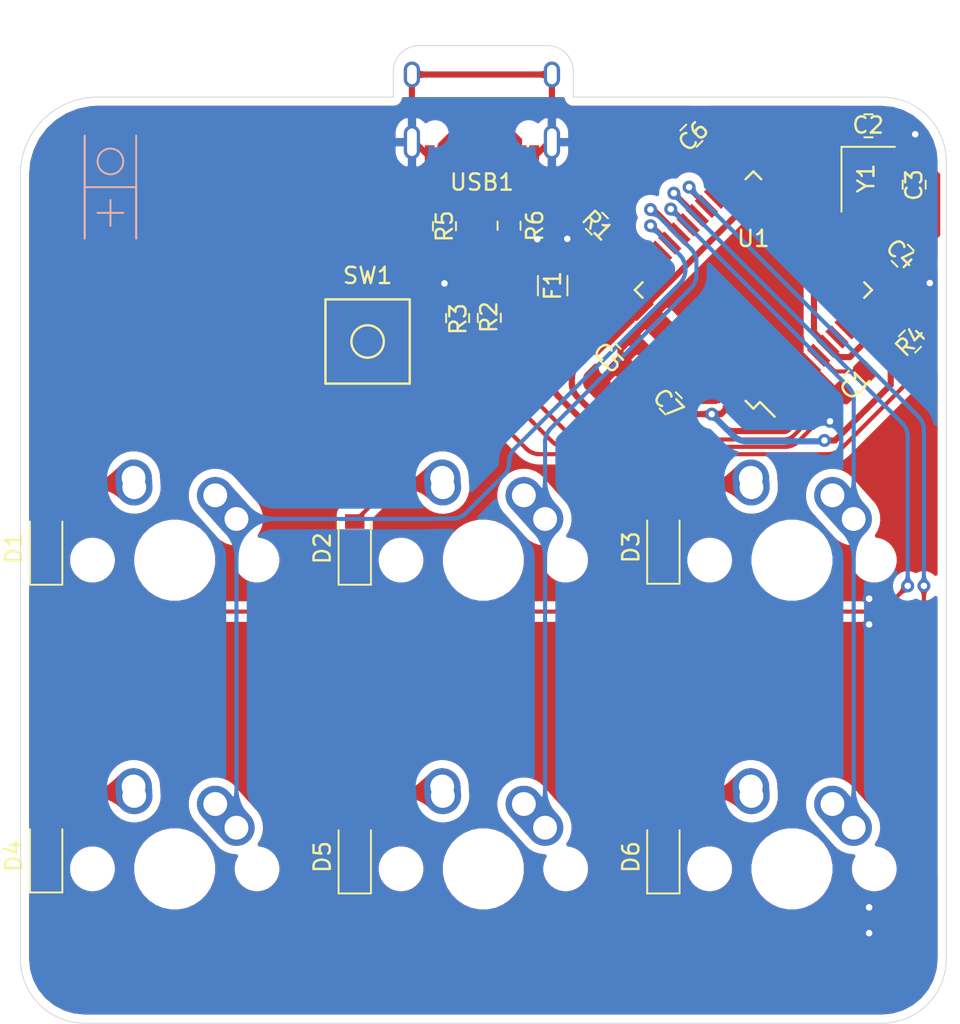
<source format=kicad_pcb>
(kicad_pcb (version 20171130) (host pcbnew "(5.1.6)-1")
  (layers (0 F.Cu signal) (31 B.Cu signal) (34 B.Paste user) (35 F.Paste user) (36 B.SilkS user) (37 F.SilkS user) (38 B.Mask user) (39 F.Mask user) (44 Edge.Cuts user))
  (net 0 "")
  (net 1 GND)
  (net 2 "Net-(C1-Pad1)")
  (net 3 "Net-(C2-Pad1)")
  (net 4 "Net-(C3-Pad1)")
  (net 5 +5V)
  (net 6 "Net-(R1-Pad2)")
  (net 7 D-)
  (net 8 "Net-(R2-Pad1)")
  (net 9 D+)
  (net 10 "Net-(R3-Pad1)")
  (net 11 "Net-(R4-Pad1)")
  (net 12 "Net-(U1-Pad42)")
  (net 13 "Net-(U1-Pad41)")
  (net 14 "Net-(U1-Pad40)")
  (net 15 "Net-(U1-Pad39)")
  (net 16 "Net-(U1-Pad38)")
  (net 17 "Net-(U1-Pad37)")
  (net 18 "Net-(U1-Pad36)")
  (net 19 "Net-(U1-Pad32)")
  (net 20 "Net-(U1-Pad31)")
  (net 21 "Net-(U1-Pad25)")
  (net 22 "Net-(U1-Pad22)")
  (net 23 "Net-(U1-Pad21)")
  (net 24 "Net-(U1-Pad20)")
  (net 25 "Net-(U1-Pad19)")
  (net 26 "Net-(U1-Pad18)")
  (net 27 "Net-(U1-Pad12)")
  (net 28 "Net-(U1-Pad11)")
  (net 29 "Net-(U1-Pad10)")
  (net 30 "Net-(U1-Pad9)")
  (net 31 "Net-(U1-Pad8)")
  (net 32 "Net-(U1-Pad1)")
  (net 33 col0)
  (net 34 "Net-(D1-Pad2)")
  (net 35 col1)
  (net 36 "Net-(D2-Pad2)")
  (net 37 col2)
  (net 38 "Net-(D3-Pad2)")
  (net 39 "Net-(D4-Pad2)")
  (net 40 "Net-(D5-Pad2)")
  (net 41 "Net-(D6-Pad2)")
  (net 42 row0)
  (net 43 row1)
  (net 44 VCC)
  (net 45 "Net-(R5-Pad2)")
  (net 46 "Net-(R6-Pad2)")
  (net 47 "Net-(USB1-Pad3)")
  (net 48 "Net-(USB1-Pad9)")
  (module Type-C:HRO-TYPE-C-31-M-12 (layer F.Cu) (at 206.2861 79.3496 180)
    (fp_text reference USB1 (at 0 -9.25) (layer F.SilkS))
    (fp_text value HRO-TYPE-C-31-M-12)
    (pad 12 smd rect (at 3.225 -7.695 180) (size 0.6 1.45) (layers F.Cu F.Paste F.Mask) (net 1 GND))
    (pad 1 smd rect (at -3.225 -7.695 180) (size 0.6 1.45) (layers F.Cu F.Paste F.Mask) (net 1 GND))
    (pad 11 smd rect (at 2.45 -7.695 180) (size 0.6 1.45) (layers F.Cu F.Paste F.Mask) (net 44 VCC))
    (pad 2 smd rect (at -2.45 -7.695 180) (size 0.6 1.45) (layers F.Cu F.Paste F.Mask) (net 44 VCC))
    (pad 3 smd rect (at -1.75 -7.695 180) (size 0.3 1.45) (layers F.Cu F.Paste F.Mask) (net 47 "Net-(USB1-Pad3)"))
    (pad 10 smd rect (at 1.75 -7.695 180) (size 0.3 1.45) (layers F.Cu F.Paste F.Mask) (net 45 "Net-(R5-Pad2)"))
    (pad 4 smd rect (at -1.25 -7.695 180) (size 0.3 1.45) (layers F.Cu F.Paste F.Mask) (net 46 "Net-(R6-Pad2)"))
    (pad 9 smd rect (at 1.25 -7.695 180) (size 0.3 1.45) (layers F.Cu F.Paste F.Mask) (net 48 "Net-(USB1-Pad9)"))
    (pad 5 smd rect (at -0.75 -7.695 180) (size 0.3 1.45) (layers F.Cu F.Paste F.Mask) (net 7 D-))
    (pad 8 smd rect (at 0.75 -7.695 180) (size 0.3 1.45) (layers F.Cu F.Paste F.Mask) (net 9 D+))
    (pad 7 smd rect (at 0.25 -7.695 180) (size 0.3 1.45) (layers F.Cu F.Paste F.Mask) (net 7 D-))
    (pad 6 smd rect (at -0.25 -7.695 180) (size 0.3 1.45) (layers F.Cu F.Paste F.Mask) (net 9 D+))
    (pad "" np_thru_hole circle (at 2.89 -6.25 180) (size 0.65 0.65) (drill 0.65) (layers *.Cu *.Mask))
    (pad "" np_thru_hole circle (at -2.89 -6.25 180) (size 0.65 0.65) (drill 0.65) (layers *.Cu *.Mask))
    (pad 13 thru_hole oval (at -4.32 -6.78 180) (size 1 2.1) (drill oval 0.6 1.7) (layers *.Cu B.Mask) (net 1 GND))
    (pad 13 thru_hole oval (at 4.32 -6.78 180) (size 1 2.1) (drill oval 0.6 1.7) (layers *.Cu B.Mask) (net 1 GND))
    (pad 13 thru_hole oval (at -4.32 -2.6 180) (size 1 1.6) (drill oval 0.6 1.2) (layers *.Cu B.Mask) (net 1 GND))
    (pad 13 thru_hole oval (at 4.32 -2.6 180) (size 1 1.6) (drill oval 0.6 1.2) (layers *.Cu B.Mask) (net 1 GND))
  )
  (module Resistor_SMD:R_0805_2012Metric (layer F.Cu) (at 207.9625 91.28125 90)
    (fp_text reference R6 (at 0 1.5875 90) (layer F.SilkS))
    (fp_text value 5.1k)
    (pad 2 smd roundrect (at 0.9375 0 90) (size 0.975 1.4) (layers F.Cu F.Paste F.Mask) (net 46 "Net-(R6-Pad2)"))
    (pad 1 smd roundrect (at -0.9375 0 90) (size 0.975 1.4) (layers F.Cu F.Paste F.Mask) (net 1 GND))
  )
  (module Resistor_SMD:R_0805_2012Metric (layer F.Cu) (at 203.9747 91.313 90)
    (fp_text reference R5 (at 0 0 270) (layer F.SilkS))
    (fp_text value 5.1k)
    (pad 2 smd roundrect (at 0.9375 0 90) (size 0.975 1.4) (layers F.Cu F.Paste F.Mask) (net 45 "Net-(R5-Pad2)"))
    (pad 1 smd roundrect (at -0.9375 0 90) (size 0.975 1.4) (layers F.Cu F.Paste F.Mask) (net 1 GND))
  )
  (module Fuse:Fuse_1206_3216Metric (layer F.Cu) (at 210.6549 94.9833 270)
    (fp_text reference F1 (at 0 0 90) (layer F.SilkS))
    (fp_text value 500mA)
    (pad 2 smd roundrect (at 1.4 0 270) (size 1.25 1.75) (layers F.Cu F.Paste F.Mask) (roundrect_rratio 0.2) (net 5 +5V))
    (pad 1 smd roundrect (at -1.4 0 270) (size 1.25 1.75) (layers F.Cu F.Paste F.Mask) (roundrect_rratio 0.2) (net 44 VCC))
  )
  (module Diode_SMD:D_SOD-123 (layer F.Cu) (at 217.4875 130.2375 90)
    (fp_text reference D6 (at 0 -2 90) (layer F.SilkS))
    (fp_text value D_Small)
    (pad 2 smd rect (at 1.65 0 90) (size 0.9 1.2) (layers F.Cu F.Paste F.Mask) (net 41 "Net-(D6-Pad2)"))
    (pad 1 smd rect (at -1.65 0 90) (size 0.9 1.2) (layers F.Cu F.Paste F.Mask) (net 43 row1))
  )
  (module Diode_SMD:D_SOD-123 (layer F.Cu) (at 198.4375 130.2375 90)
    (fp_text reference D5 (at 0 -2 90) (layer F.SilkS))
    (fp_text value D_Small)
    (pad 2 smd rect (at 1.65 0 90) (size 0.9 1.2) (layers F.Cu F.Paste F.Mask) (net 40 "Net-(D5-Pad2)"))
    (pad 1 smd rect (at -1.65 0 90) (size 0.9 1.2) (layers F.Cu F.Paste F.Mask) (net 43 row1))
  )
  (module Diode_SMD:D_SOD-123 (layer F.Cu) (at 179.3875 130.175 90)
    (fp_text reference D4 (at 0 -2 90) (layer F.SilkS))
    (fp_text value D_Small)
    (pad 2 smd rect (at 1.65 0 90) (size 0.9 1.2) (layers F.Cu F.Paste F.Mask) (net 39 "Net-(D4-Pad2)"))
    (pad 1 smd rect (at -1.65 0 90) (size 0.9 1.2) (layers F.Cu F.Paste F.Mask) (net 43 row1))
  )
  (module Diode_SMD:D_SOD-123 (layer F.Cu) (at 217.4875 111.125 90)
    (fp_text reference D3 (at 0 -2 90) (layer F.SilkS))
    (fp_text value D_Small)
    (pad 2 smd rect (at 1.65 0 90) (size 0.9 1.2) (layers F.Cu F.Paste F.Mask) (net 38 "Net-(D3-Pad2)"))
    (pad 1 smd rect (at -1.65 0 90) (size 0.9 1.2) (layers F.Cu F.Paste F.Mask) (net 42 row0))
  )
  (module Diode_SMD:D_SOD-123 (layer F.Cu) (at 198.4375 111.1875 90)
    (fp_text reference D2 (at 0 -2 90) (layer F.SilkS))
    (fp_text value D_Small)
    (pad 2 smd rect (at 1.65 0 90) (size 0.9 1.2) (layers F.Cu F.Paste F.Mask) (net 36 "Net-(D2-Pad2)"))
    (pad 1 smd rect (at -1.65 0 90) (size 0.9 1.2) (layers F.Cu F.Paste F.Mask) (net 42 row0))
  )
  (module Diode_SMD:D_SOD-123 (layer F.Cu) (at 179.3875 111.1875 90)
    (fp_text reference D1 (at 0 -2 90) (layer F.SilkS))
    (fp_text value D_Small)
    (pad 2 smd rect (at 1.65 0 90) (size 0.9 1.2) (layers F.Cu F.Paste F.Mask) (net 34 "Net-(D1-Pad2)"))
    (pad 1 smd rect (at -1.65 0 90) (size 0.9 1.2) (layers F.Cu F.Paste F.Mask) (net 42 row0))
  )
  (module MX_Alps_Hybrid:MX-1U-NoLED (layer B.Cu) (at 225.425 130.96875 180)
    (fp_text reference MX6)
    (fp_text value MX-NoLED)
    (pad "" np_thru_hole circle (at 5.08 0 131.9004) (size 1.75 1.75) (drill 1.75) (layers *.Cu *.Mask))
    (pad "" np_thru_hole circle (at -5.08 0 131.9004) (size 1.75 1.75) (drill 1.75) (layers *.Cu *.Mask))
    (pad 1 thru_hole circle (at -2.5 4 180) (size 2.25 2.25) (drill 1.47) (layers *.Cu F.Mask) (net 37 col2))
    (pad "" np_thru_hole circle (at 0 0 180) (size 3.9878 3.9878) (drill 3.9878) (layers *.Cu *.Mask))
    (pad 1 thru_hole oval (at -3.81 2.54 131.9004) (size 4.211556 2.25) (drill 1.47 (offset 0.980778 0)) (layers *.Cu F.Mask) (net 37 col2))
    (pad 2 thru_hole circle (at 2.54 5.08 180) (size 2.25 2.25) (drill 1.47) (layers *.Cu F.Mask) (net 41 "Net-(D6-Pad2)"))
    (pad 2 thru_hole oval (at 2.5 4.5 93.9452) (size 2.831378 2.25) (drill 1.47 (offset 0.290689 0)) (layers *.Cu F.Mask) (net 41 "Net-(D6-Pad2)"))
  )
  (module MX_Alps_Hybrid:MX-1U-NoLED (layer B.Cu) (at 206.375 130.96875 180)
    (fp_text reference MX5)
    (fp_text value MX-NoLED)
    (pad "" np_thru_hole circle (at 5.08 0 131.9004) (size 1.75 1.75) (drill 1.75) (layers *.Cu *.Mask))
    (pad "" np_thru_hole circle (at -5.08 0 131.9004) (size 1.75 1.75) (drill 1.75) (layers *.Cu *.Mask))
    (pad 1 thru_hole circle (at -2.5 4 180) (size 2.25 2.25) (drill 1.47) (layers *.Cu F.Mask) (net 35 col1))
    (pad "" np_thru_hole circle (at 0 0 180) (size 3.9878 3.9878) (drill 3.9878) (layers *.Cu *.Mask))
    (pad 1 thru_hole oval (at -3.81 2.54 131.9004) (size 4.211556 2.25) (drill 1.47 (offset 0.980778 0)) (layers *.Cu F.Mask) (net 35 col1))
    (pad 2 thru_hole circle (at 2.54 5.08 180) (size 2.25 2.25) (drill 1.47) (layers *.Cu F.Mask) (net 40 "Net-(D5-Pad2)"))
    (pad 2 thru_hole oval (at 2.5 4.5 93.9452) (size 2.831378 2.25) (drill 1.47 (offset 0.290689 0)) (layers *.Cu F.Mask) (net 40 "Net-(D5-Pad2)"))
  )
  (module MX_Alps_Hybrid:MX-1U-NoLED (layer B.Cu) (at 187.325 130.96875 180)
    (fp_text reference MX4)
    (fp_text value MX-NoLED)
    (pad "" np_thru_hole circle (at 5.08 0 131.9004) (size 1.75 1.75) (drill 1.75) (layers *.Cu *.Mask))
    (pad "" np_thru_hole circle (at -5.08 0 131.9004) (size 1.75 1.75) (drill 1.75) (layers *.Cu *.Mask))
    (pad 1 thru_hole circle (at -2.5 4 180) (size 2.25 2.25) (drill 1.47) (layers *.Cu F.Mask) (net 33 col0))
    (pad "" np_thru_hole circle (at 0 0 180) (size 3.9878 3.9878) (drill 3.9878) (layers *.Cu *.Mask))
    (pad 1 thru_hole oval (at -3.81 2.54 131.9004) (size 4.211556 2.25) (drill 1.47 (offset 0.980778 0)) (layers *.Cu F.Mask) (net 33 col0))
    (pad 2 thru_hole circle (at 2.54 5.08 180) (size 2.25 2.25) (drill 1.47) (layers *.Cu F.Mask) (net 39 "Net-(D4-Pad2)"))
    (pad 2 thru_hole oval (at 2.5 4.5 93.9452) (size 2.831378 2.25) (drill 1.47 (offset 0.290689 0)) (layers *.Cu F.Mask) (net 39 "Net-(D4-Pad2)"))
  )
  (module MX_Alps_Hybrid:MX-1U-NoLED (layer B.Cu) (at 225.425 111.91875 180)
    (fp_text reference MX3)
    (fp_text value MX-NoLED)
    (pad "" np_thru_hole circle (at 5.08 0 131.9004) (size 1.75 1.75) (drill 1.75) (layers *.Cu *.Mask))
    (pad "" np_thru_hole circle (at -5.08 0 131.9004) (size 1.75 1.75) (drill 1.75) (layers *.Cu *.Mask))
    (pad 1 thru_hole circle (at -2.5 4 180) (size 2.25 2.25) (drill 1.47) (layers *.Cu F.Mask) (net 37 col2))
    (pad "" np_thru_hole circle (at 0 0 180) (size 3.9878 3.9878) (drill 3.9878) (layers *.Cu *.Mask))
    (pad 1 thru_hole oval (at -3.81 2.54 131.9004) (size 4.211556 2.25) (drill 1.47 (offset 0.980778 0)) (layers *.Cu F.Mask) (net 37 col2))
    (pad 2 thru_hole circle (at 2.54 5.08 180) (size 2.25 2.25) (drill 1.47) (layers *.Cu F.Mask) (net 38 "Net-(D3-Pad2)"))
    (pad 2 thru_hole oval (at 2.5 4.5 93.9452) (size 2.831378 2.25) (drill 1.47 (offset 0.290689 0)) (layers *.Cu F.Mask) (net 38 "Net-(D3-Pad2)"))
  )
  (module MX_Alps_Hybrid:MX-1U-NoLED (layer B.Cu) (at 206.375 111.91875 180)
    (fp_text reference MX2)
    (fp_text value MX-NoLED)
    (pad "" np_thru_hole circle (at 5.08 0 131.9004) (size 1.75 1.75) (drill 1.75) (layers *.Cu *.Mask))
    (pad "" np_thru_hole circle (at -5.08 0 131.9004) (size 1.75 1.75) (drill 1.75) (layers *.Cu *.Mask))
    (pad 1 thru_hole circle (at -2.5 4 180) (size 2.25 2.25) (drill 1.47) (layers *.Cu F.Mask) (net 35 col1))
    (pad "" np_thru_hole circle (at 0 0 180) (size 3.9878 3.9878) (drill 3.9878) (layers *.Cu *.Mask))
    (pad 1 thru_hole oval (at -3.81 2.54 131.9004) (size 4.211556 2.25) (drill 1.47 (offset 0.980778 0)) (layers *.Cu F.Mask) (net 35 col1))
    (pad 2 thru_hole circle (at 2.54 5.08 180) (size 2.25 2.25) (drill 1.47) (layers *.Cu F.Mask) (net 36 "Net-(D2-Pad2)"))
    (pad 2 thru_hole oval (at 2.5 4.5 93.9452) (size 2.831378 2.25) (drill 1.47 (offset 0.290689 0)) (layers *.Cu F.Mask) (net 36 "Net-(D2-Pad2)"))
  )
  (module Package_QFP:TQFP-44_10x10mm_P0.8mm (layer F.Cu) (at 223.04375 95.25 135)
    (fp_text reference U1 (at 2.245064 2.245064 180) (layer F.SilkS))
    (fp_text value ATmega32U4-AU)
    (pad 44 smd rect (at -4 -5.7 225) (size 1.5 0.55) (layers F.Cu F.Paste F.Mask) (net 5 +5V))
    (pad 43 smd rect (at -3.2 -5.7 225) (size 1.5 0.55) (layers F.Cu F.Paste F.Mask) (net 1 GND))
    (pad 42 smd rect (at -2.4 -5.7 225) (size 1.5 0.55) (layers F.Cu F.Paste F.Mask) (net 12 "Net-(U1-Pad42)"))
    (pad 41 smd rect (at -1.6 -5.7 225) (size 1.5 0.55) (layers F.Cu F.Paste F.Mask) (net 13 "Net-(U1-Pad41)"))
    (pad 40 smd rect (at -0.8 -5.7 225) (size 1.5 0.55) (layers F.Cu F.Paste F.Mask) (net 14 "Net-(U1-Pad40)"))
    (pad 39 smd rect (at 0 -5.7 225) (size 1.5 0.55) (layers F.Cu F.Paste F.Mask) (net 15 "Net-(U1-Pad39)"))
    (pad 38 smd rect (at 0.8 -5.7 225) (size 1.5 0.55) (layers F.Cu F.Paste F.Mask) (net 16 "Net-(U1-Pad38)"))
    (pad 37 smd rect (at 1.6 -5.7 225) (size 1.5 0.55) (layers F.Cu F.Paste F.Mask) (net 17 "Net-(U1-Pad37)"))
    (pad 36 smd rect (at 2.4 -5.7 225) (size 1.5 0.55) (layers F.Cu F.Paste F.Mask) (net 18 "Net-(U1-Pad36)"))
    (pad 35 smd rect (at 3.2 -5.7 225) (size 1.5 0.55) (layers F.Cu F.Paste F.Mask) (net 1 GND))
    (pad 34 smd rect (at 4 -5.7 225) (size 1.5 0.55) (layers F.Cu F.Paste F.Mask) (net 5 +5V))
    (pad 33 smd rect (at 5.7 -4 135) (size 1.5 0.55) (layers F.Cu F.Paste F.Mask) (net 6 "Net-(R1-Pad2)"))
    (pad 32 smd rect (at 5.7 -3.2 135) (size 1.5 0.55) (layers F.Cu F.Paste F.Mask) (net 19 "Net-(U1-Pad32)"))
    (pad 31 smd rect (at 5.7 -2.4 135) (size 1.5 0.55) (layers F.Cu F.Paste F.Mask) (net 20 "Net-(U1-Pad31)"))
    (pad 30 smd rect (at 5.7 -1.6 135) (size 1.5 0.55) (layers F.Cu F.Paste F.Mask) (net 33 col0))
    (pad 29 smd rect (at 5.7 -0.8 135) (size 1.5 0.55) (layers F.Cu F.Paste F.Mask) (net 35 col1))
    (pad 28 smd rect (at 5.7 0 135) (size 1.5 0.55) (layers F.Cu F.Paste F.Mask) (net 37 col2))
    (pad 27 smd rect (at 5.7 0.8 135) (size 1.5 0.55) (layers F.Cu F.Paste F.Mask) (net 42 row0))
    (pad 26 smd rect (at 5.7 1.6 135) (size 1.5 0.55) (layers F.Cu F.Paste F.Mask) (net 43 row1))
    (pad 25 smd rect (at 5.7 2.4 135) (size 1.5 0.55) (layers F.Cu F.Paste F.Mask) (net 21 "Net-(U1-Pad25)"))
    (pad 24 smd rect (at 5.7 3.2 135) (size 1.5 0.55) (layers F.Cu F.Paste F.Mask) (net 5 +5V))
    (pad 23 smd rect (at 5.7 4 135) (size 1.5 0.55) (layers F.Cu F.Paste F.Mask) (net 1 GND))
    (pad 22 smd rect (at 4 5.7 225) (size 1.5 0.55) (layers F.Cu F.Paste F.Mask) (net 22 "Net-(U1-Pad22)"))
    (pad 21 smd rect (at 3.2 5.7 225) (size 1.5 0.55) (layers F.Cu F.Paste F.Mask) (net 23 "Net-(U1-Pad21)"))
    (pad 20 smd rect (at 2.4 5.7 225) (size 1.5 0.55) (layers F.Cu F.Paste F.Mask) (net 24 "Net-(U1-Pad20)"))
    (pad 19 smd rect (at 1.6 5.7 225) (size 1.5 0.55) (layers F.Cu F.Paste F.Mask) (net 25 "Net-(U1-Pad19)"))
    (pad 18 smd rect (at 0.8 5.7 225) (size 1.5 0.55) (layers F.Cu F.Paste F.Mask) (net 26 "Net-(U1-Pad18)"))
    (pad 17 smd rect (at 0 5.7 225) (size 1.5 0.55) (layers F.Cu F.Paste F.Mask) (net 3 "Net-(C2-Pad1)"))
    (pad 16 smd rect (at -0.8 5.7 225) (size 1.5 0.55) (layers F.Cu F.Paste F.Mask) (net 4 "Net-(C3-Pad1)"))
    (pad 15 smd rect (at -1.6 5.7 225) (size 1.5 0.55) (layers F.Cu F.Paste F.Mask) (net 1 GND))
    (pad 14 smd rect (at -2.4 5.7 225) (size 1.5 0.55) (layers F.Cu F.Paste F.Mask) (net 5 +5V))
    (pad 13 smd rect (at -3.2 5.7 225) (size 1.5 0.55) (layers F.Cu F.Paste F.Mask) (net 11 "Net-(R4-Pad1)"))
    (pad 12 smd rect (at -4 5.7 225) (size 1.5 0.55) (layers F.Cu F.Paste F.Mask) (net 27 "Net-(U1-Pad12)"))
    (pad 11 smd rect (at -5.7 4 135) (size 1.5 0.55) (layers F.Cu F.Paste F.Mask) (net 28 "Net-(U1-Pad11)"))
    (pad 10 smd rect (at -5.7 3.2 135) (size 1.5 0.55) (layers F.Cu F.Paste F.Mask) (net 29 "Net-(U1-Pad10)"))
    (pad 9 smd rect (at -5.7 2.4 135) (size 1.5 0.55) (layers F.Cu F.Paste F.Mask) (net 30 "Net-(U1-Pad9)"))
    (pad 8 smd rect (at -5.7 1.6 135) (size 1.5 0.55) (layers F.Cu F.Paste F.Mask) (net 31 "Net-(U1-Pad8)"))
    (pad 7 smd rect (at -5.7 0.8 135) (size 1.5 0.55) (layers F.Cu F.Paste F.Mask) (net 5 +5V))
    (pad 6 smd rect (at -5.7 0 135) (size 1.5 0.55) (layers F.Cu F.Paste F.Mask) (net 2 "Net-(C1-Pad1)"))
    (pad 5 smd rect (at -5.7 -0.8 135) (size 1.5 0.55) (layers F.Cu F.Paste F.Mask) (net 1 GND))
    (pad 4 smd rect (at -5.7 -1.6 135) (size 1.5 0.55) (layers F.Cu F.Paste F.Mask) (net 10 "Net-(R3-Pad1)"))
    (pad 3 smd rect (at -5.7 -2.4 135) (size 1.5 0.55) (layers F.Cu F.Paste F.Mask) (net 8 "Net-(R2-Pad1)"))
    (pad 2 smd rect (at -5.7 -3.2 135) (size 1.5 0.55) (layers F.Cu F.Paste F.Mask) (net 5 +5V))
    (pad 1 smd rect (at -5.7 -4 135) (size 1.5 0.55) (layers F.Cu F.Paste F.Mask) (net 32 "Net-(U1-Pad1)"))
  )
  (module MX_Alps_Hybrid:MX-1U-NoLED (layer B.Cu) (at 187.325 111.91875 180)
    (fp_text reference MX1)
    (fp_text value MX-NoLED)
    (pad "" np_thru_hole circle (at 5.08 0 131.9004) (size 1.75 1.75) (drill 1.75) (layers *.Cu *.Mask))
    (pad "" np_thru_hole circle (at -5.08 0 131.9004) (size 1.75 1.75) (drill 1.75) (layers *.Cu *.Mask))
    (pad 1 thru_hole circle (at -2.5 4 180) (size 2.25 2.25) (drill 1.47) (layers *.Cu F.Mask) (net 33 col0))
    (pad "" np_thru_hole circle (at 0 0 180) (size 3.9878 3.9878) (drill 3.9878) (layers *.Cu *.Mask))
    (pad 1 thru_hole oval (at -3.81 2.54 131.9004) (size 4.211556 2.25) (drill 1.47 (offset 0.980778 0)) (layers *.Cu F.Mask) (net 33 col0))
    (pad 2 thru_hole circle (at 2.54 5.08 180) (size 2.25 2.25) (drill 1.47) (layers *.Cu F.Mask) (net 34 "Net-(D1-Pad2)"))
    (pad 2 thru_hole oval (at 2.5 4.5 93.9452) (size 2.831378 2.25) (drill 1.47 (offset 0.290689 0)) (layers *.Cu F.Mask) (net 34 "Net-(D1-Pad2)"))
  )
  (module Crystal:Crystal_SMD_3225-4Pin_3.2x2.5mm (layer F.Cu) (at 230.13125 88.4125 270)
    (fp_text reference Y1 (at -0.0586 0.13425 90) (layer F.SilkS))
    (fp_text value 16MHz)
    (pad 4 smd rect (at -1.1 -0.85 270) (size 1.4 1.2) (layers F.Cu F.Paste F.Mask) (net 1 GND))
    (pad 3 smd rect (at 1.1 -0.85 270) (size 1.4 1.2) (layers F.Cu F.Paste F.Mask) (net 4 "Net-(C3-Pad1)"))
    (pad 2 smd rect (at 1.1 0.85 270) (size 1.4 1.2) (layers F.Cu F.Paste F.Mask) (net 1 GND))
    (pad 1 smd rect (at -1.1 0.85 270) (size 1.4 1.2) (layers F.Cu F.Paste F.Mask) (net 3 "Net-(C2-Pad1)"))
  )
  (module random-keyboard-parts:SKQG-1155865 (layer F.Cu) (at 199.23125 98.425 180)
    (fp_text reference SW1 (at 0 4.064) (layer F.SilkS))
    (fp_text value SW_Push)
    (pad 4 smd rect (at -3.1 1.85 180) (size 1.8 1.1) (layers F.Cu F.Paste F.Mask))
    (pad 3 smd rect (at 3.1 -1.85 180) (size 1.8 1.1) (layers F.Cu F.Paste F.Mask))
    (pad 2 smd rect (at -3.1 -1.85 180) (size 1.8 1.1) (layers F.Cu F.Paste F.Mask) (net 11 "Net-(R4-Pad1)"))
    (pad 1 smd rect (at 3.1 1.85 180) (size 1.8 1.1) (layers F.Cu F.Paste F.Mask) (net 1 GND))
  )
  (module Resistor_SMD:R_0805_2012Metric (layer F.Cu) (at 232.7125 98.425 225)
    (fp_text reference R4 (at -0.037547 -0.019587 45) (layer F.SilkS))
    (fp_text value 10k)
    (pad 2 smd roundrect (at 0.9375 0 225) (size 0.975 1.4) (layers F.Cu F.Paste F.Mask) (net 5 +5V))
    (pad 1 smd roundrect (at -0.9375 0 225) (size 0.975 1.4) (layers F.Cu F.Paste F.Mask) (net 11 "Net-(R4-Pad1)"))
  )
  (module Resistor_SMD:R_0805_2012Metric (layer F.Cu) (at 204.7875 96.98125 90)
    (fp_text reference R3 (at -0.05691 0.02794 90) (layer F.SilkS))
    (fp_text value 22)
    (pad 2 smd roundrect (at 0.9375 0 90) (size 0.975 1.4) (layers F.Cu F.Paste F.Mask) (net 9 D+))
    (pad 1 smd roundrect (at -0.9375 0 90) (size 0.975 1.4) (layers F.Cu F.Paste F.Mask) (net 10 "Net-(R3-Pad1)"))
  )
  (module Resistor_SMD:R_0805_2012Metric (layer F.Cu) (at 206.7433 96.9668 90)
    (fp_text reference R2 (at 0.0404 -0.0254 90) (layer F.SilkS))
    (fp_text value 22)
    (pad 2 smd roundrect (at 0.9375 0 90) (size 0.975 1.4) (layers F.Cu F.Paste F.Mask) (net 7 D-))
    (pad 1 smd roundrect (at -0.9375 0 90) (size 0.975 1.4) (layers F.Cu F.Paste F.Mask) (net 8 "Net-(R2-Pad1)"))
  )
  (module Resistor_SMD:R_0805_2012Metric (layer F.Cu) (at 213.387913 91.150413 315)
    (fp_text reference R1 (at 0.095229 0.062862 135) (layer F.SilkS))
    (fp_text value 10k)
    (pad 2 smd roundrect (at 0.9375 0 315) (size 0.975 1.4) (layers F.Cu F.Paste F.Mask) (net 6 "Net-(R1-Pad2)"))
    (pad 1 smd roundrect (at -0.9375 0 315) (size 0.975 1.4) (layers F.Cu F.Paste F.Mask) (net 1 GND))
  )
  (module Capacitor_SMD:C_0805_2012Metric (layer F.Cu) (at 217.942187 102.245187 135)
    (fp_text reference C7 (at 0.104209 -0.125724 135) (layer F.SilkS))
    (fp_text value 10uF)
    (pad 2 smd roundrect (at 0.9375 0 135) (size 0.975 1.4) (layers F.Cu F.Paste F.Mask) (net 1 GND))
    (pad 1 smd roundrect (at -0.9375 0 135) (size 0.975 1.4) (layers F.Cu F.Paste F.Mask) (net 5 +5V))
  )
  (module Capacitor_SMD:C_0805_2012Metric (layer F.Cu) (at 219.21875 85.725 45)
    (fp_text reference C6 (at 0.059998 0.11388 45) (layer F.SilkS))
    (fp_text value 0.1uF)
    (pad 2 smd roundrect (at 0.9375 0 45) (size 0.975 1.4) (layers F.Cu F.Paste F.Mask) (net 1 GND))
    (pad 1 smd roundrect (at -0.9375 0 45) (size 0.975 1.4) (layers F.Cu F.Paste F.Mask) (net 5 +5V))
  )
  (module Capacitor_SMD:C_0805_2012Metric (layer F.Cu) (at 214.175313 99.202213 315)
    (fp_text reference C5 (at 0.086249 0.215526 135) (layer F.SilkS))
    (fp_text value 0.1uF)
    (pad 2 smd roundrect (at 0.9375 0 315) (size 0.975 1.4) (layers F.Cu F.Paste F.Mask) (net 1 GND))
    (pad 1 smd roundrect (at -0.9375 0 315) (size 0.975 1.4) (layers F.Cu F.Paste F.Mask) (net 5 +5V))
  )
  (module Capacitor_SMD:C_0805_2012Metric (layer F.Cu) (at 232.2576 93.1291 315)
    (fp_text reference C4 (at -0.143684 0 135) (layer F.SilkS))
    (fp_text value 0.1uF)
    (pad 2 smd roundrect (at 0.9375 0 315) (size 0.975 1.4) (layers F.Cu F.Paste F.Mask) (net 1 GND))
    (pad 1 smd roundrect (at -0.9375 0 315) (size 0.975 1.4) (layers F.Cu F.Paste F.Mask) (net 5 +5V))
  )
  (module Capacitor_SMD:C_0805_2012Metric (layer F.Cu) (at 232.9688 88.7499 90)
    (fp_text reference C3 (at -0.0231 -0.0127 270) (layer F.SilkS))
    (fp_text value 10uF)
    (pad 2 smd roundrect (at 0.9375 0 90) (size 0.975 1.4) (layers F.Cu F.Paste F.Mask) (net 1 GND))
    (pad 1 smd roundrect (at -0.9375 0 90) (size 0.975 1.4) (layers F.Cu F.Paste F.Mask) (net 4 "Net-(C3-Pad1)"))
  )
  (module Capacitor_SMD:C_0805_2012Metric (layer F.Cu) (at 230.1471 85.1154)
    (fp_text reference C2 (at -0.0231 -0.0381) (layer F.SilkS))
    (fp_text value 10uF)
    (pad 2 smd roundrect (at 0.9375 0) (size 0.975 1.4) (layers F.Cu F.Paste F.Mask) (net 1 GND))
    (pad 1 smd roundrect (at -0.9375 0) (size 0.975 1.4) (layers F.Cu F.Paste F.Mask) (net 3 "Net-(C2-Pad1)"))
  )
  (module Capacitor_SMD:C_0805_2012Metric (layer F.Cu) (at 229.2604 100.9142 225)
    (fp_text reference C1 (at 0.080822 -0.170625 45) (layer F.SilkS))
    (fp_text value 1uF)
    (pad 2 smd roundrect (at 0.9375 0 225) (size 0.975 1.4) (layers F.Cu F.Paste F.Mask) (net 1 GND))
    (pad 1 smd roundrect (at -0.9375 0 225) (size 0.975 1.4) (layers F.Cu F.Paste F.Mask) (net 2 "Net-(C1-Pad1)"))
  )
  (gr_line (start 181.76875 92.075) (end 181.76875 88.9) (layer B.SilkS) (width 0.12))
  (gr_line (start 181.76875 85.725) (end 181.76875 92.075) (layer B.SilkS) (width 0.12))
  (gr_line (start 181.76875 88.9) (end 181.76875 85.725) (layer B.SilkS) (width 0.12))
  (gr_line (start 184.94375 88.9) (end 181.76875 88.9) (layer B.SilkS) (width 0.12))
  (gr_line (start 184.94375 92.075) (end 184.94375 88.9) (layer B.SilkS) (width 0.12))
  (gr_line (start 184.94375 85.725) (end 184.94375 92.075) (layer B.SilkS) (width 0.12))
  (gr_line (start 182.5625 90.4875) (end 184.15 90.4875) (layer B.SilkS) (width 0.12))
  (gr_line (start 183.35625 89.69375) (end 183.35625 91.28125) (layer B.SilkS) (width 0.12))
  (gr_circle (center 183.35625 87.3125) (end 183.35625 86.51875) (layer B.SilkS) (width 0.12))
  (gr_arc (start 230.98125 136.525) (end 230.98125 140.49375) (angle -90) (layer Edge.Cuts) (width 0.05))
  (gr_arc (start 181.76875 136.525) (end 177.8 136.525) (angle -90) (layer Edge.Cuts) (width 0.05))
  (gr_arc (start 230.98125 87.3125) (end 234.95 87.3125) (angle -90) (layer Edge.Cuts) (width 0.05))
  (gr_arc (start 182.5625 88.10625) (end 182.5625 83.34375) (angle -90) (layer Edge.Cuts) (width 0.05))
  (gr_arc (start 210.34375 81.75625) (end 211.93125 81.75625) (angle -90) (layer Edge.Cuts) (width 0.05))
  (gr_line (start 200.81875 81.75625) (end 200.81875 83.34375) (layer Edge.Cuts) (width 0.05))
  (gr_arc (start 202.40625 81.75625) (end 202.40625 80.16875) (angle -90) (layer Edge.Cuts) (width 0.05))
  (gr_line (start 211.93125 83.34375) (end 230.98125 83.34375) (layer Edge.Cuts) (width 0.05))
  (gr_line (start 211.93125 81.75625) (end 211.93125 83.34375) (layer Edge.Cuts) (width 0.05))
  (gr_line (start 202.40625 80.16875) (end 210.34375 80.16875) (layer Edge.Cuts) (width 0.05))
  (gr_line (start 200.81875 83.34375) (end 182.5625 83.34375) (layer Edge.Cuts) (width 0.05))
  (gr_line (start 177.8 136.525) (end 177.8 88.10625) (layer Edge.Cuts) (width 0.05))
  (gr_line (start 234.95 136.525) (end 234.95 87.3125) (layer Edge.Cuts) (width 0.05))
  (gr_line (start 230.98125 140.49375) (end 181.76875 140.49375) (layer Edge.Cuts) (width 0.05))
  (via (at 227.7745 103.3526) (size 0.8) (drill 0.4) (layers F.Cu B.Cu) (net 1))
  (segment (start 227.8253 103.2383) (end 227.8253 103.3018) (width 0.254) (layer F.Cu) (net 1))
  (segment (start 227.8253 103.3018) (end 227.7745 103.3526) (width 0.254) (layer F.Cu) (net 1))
  (via (at 230.1875 133.35) (size 0.8) (drill 0.4) (layers F.Cu B.Cu) (net 1))
  (via (at 230.1875 114.3) (size 0.8) (drill 0.4) (layers F.Cu B.Cu) (net 1))
  (segment (start 209.5111 87.0446) (end 209.6911 87.0446) (width 0.25) (layer F.Cu) (net 1))
  (segment (start 210.6061 81.9496) (end 201.9661 81.9496) (width 0.381) (layer F.Cu) (net 1))
  (segment (start 201.9661 86.1296) (end 201.9661 81.9496) (width 0.381) (layer F.Cu) (net 1))
  (segment (start 210.6061 86.1296) (end 210.6061 81.9496) (width 0.381) (layer F.Cu) (net 1))
  (segment (start 210.4261 86.1296) (end 209.5111 87.0446) (width 0.381) (layer F.Cu) (net 1))
  (segment (start 210.6061 86.1296) (end 210.4261 86.1296) (width 0.381) (layer F.Cu) (net 1))
  (segment (start 202.1461 86.1296) (end 203.0611 87.0446) (width 0.381) (layer F.Cu) (net 1))
  (segment (start 201.9661 86.1296) (end 202.1461 86.1296) (width 0.381) (layer F.Cu) (net 1))
  (segment (start 229.28125 89.209598) (end 229.28125 89.5125) (width 0.381) (layer F.Cu) (net 1))
  (segment (start 230.98125 87.509598) (end 229.28125 89.209598) (width 0.381) (layer F.Cu) (net 1))
  (segment (start 230.98125 87.3125) (end 230.98125 87.509598) (width 0.381) (layer F.Cu) (net 1))
  (segment (start 231.0846 87.20915) (end 230.98125 87.3125) (width 0.381) (layer F.Cu) (net 1))
  (segment (start 231.0846 85.1154) (end 231.0846 87.20915) (width 0.381) (layer F.Cu) (net 1))
  (segment (start 231.48115 87.8124) (end 230.98125 87.3125) (width 0.381) (layer F.Cu) (net 1))
  (segment (start 232.9688 87.8124) (end 231.48115 87.8124) (width 0.381) (layer F.Cu) (net 1))
  (segment (start 233.6292 93.083326) (end 232.920513 93.792013) (width 0.381) (layer F.Cu) (net 1))
  (segment (start 233.6292 92.5576) (end 233.6292 93.083326) (width 0.381) (layer F.Cu) (net 1))
  (segment (start 221.841668 88.391064) (end 222.391277 88.940673) (width 0.381) (layer F.Cu) (net 1))
  (segment (start 222.391277 91.37699) (end 216.7505 97.017767) (width 0.381) (layer F.Cu) (net 1))
  (segment (start 203.0611 87.0446) (end 203.0611 87.1228) (width 0.381) (layer F.Cu) (net 1))
  (segment (start 203.9747 92.2505) (end 203.0199 92.2505) (width 0.381) (layer F.Cu) (net 1))
  (via (at 209.7024 92.1131) (size 0.8) (drill 0.4) (layers F.Cu B.Cu) (net 1))
  (segment (start 207.9625 92.21875) (end 209.59675 92.21875) (width 0.381) (layer F.Cu) (net 1))
  (segment (start 209.59675 92.21875) (end 209.7024 92.1131) (width 0.381) (layer F.Cu) (net 1))
  (via (at 211.5566 92.0877) (size 0.8) (drill 0.4) (layers F.Cu B.Cu) (net 1))
  (segment (start 209.7024 92.1131) (end 211.5312 92.1131) (width 0.381) (layer B.Cu) (net 1))
  (segment (start 211.5312 92.1131) (end 211.5566 92.0877) (width 0.381) (layer B.Cu) (net 1))
  (segment (start 215.562126 99.865126) (end 217.279274 101.582274) (width 0.381) (layer F.Cu) (net 1))
  (segment (start 214.838226 99.865126) (end 215.562126 99.865126) (width 0.381) (layer F.Cu) (net 1))
  (segment (start 214.838226 98.930041) (end 216.7505 97.017767) (width 0.381) (layer F.Cu) (net 1))
  (segment (start 214.838226 99.865126) (end 214.838226 98.930041) (width 0.381) (layer F.Cu) (net 1))
  (segment (start 217.279274 101.582274) (end 219.082674 101.582274) (width 0.381) (layer F.Cu) (net 1))
  (segment (start 219.593259 102.092859) (end 220.726374 102.092859) (width 0.381) (layer F.Cu) (net 1))
  (segment (start 220.726374 102.092859) (end 221.275983 101.54325) (width 0.381) (layer F.Cu) (net 1))
  (segment (start 219.082674 101.582274) (end 219.593259 102.092859) (width 0.381) (layer F.Cu) (net 1))
  (via (at 203.9747 94.8436) (size 0.8) (drill 0.4) (layers F.Cu B.Cu) (net 1))
  (segment (start 203.9747 92.2505) (end 203.9747 94.8436) (width 0.381) (layer F.Cu) (net 1))
  (segment (start 206.9719 94.8436) (end 209.7024 92.1131) (width 0.381) (layer B.Cu) (net 1))
  (segment (start 203.9747 94.8436) (end 206.9719 94.8436) (width 0.381) (layer B.Cu) (net 1))
  (segment (start 219.881663 85.062087) (end 219.096776 84.2772) (width 0.381) (layer F.Cu) (net 1))
  (segment (start 228.262379 101.6) (end 226.508573 99.846194) (width 0.381) (layer F.Cu) (net 1))
  (segment (start 228.6 101.6) (end 228.262379 101.6) (width 0.381) (layer F.Cu) (net 1))
  (segment (start 222.391277 88.940673) (end 222.391277 88.952377) (width 0.381) (layer F.Cu) (net 1))
  (segment (start 222.78021 90.988057) (end 222.391277 91.37699) (width 0.381) (layer F.Cu) (net 1))
  (segment (start 222.78021 89.34131) (end 222.78021 90.988057) (width 0.381) (layer F.Cu) (net 1))
  (segment (start 222.391277 88.952377) (end 222.78021 89.34131) (width 0.381) (layer F.Cu) (net 1))
  (segment (start 225.958965 94.166812) (end 222.78021 90.988057) (width 0.381) (layer F.Cu) (net 1))
  (segment (start 226.38968 94.166812) (end 228.20563 92.350862) (width 0.381) (layer F.Cu) (net 1))
  (segment (start 225.958965 94.166812) (end 226.38968 94.166812) (width 0.381) (layer F.Cu) (net 1))
  (segment (start 225.958965 99.296586) (end 225.958965 94.166812) (width 0.381) (layer F.Cu) (net 1))
  (segment (start 226.508573 99.846194) (end 225.958965 99.296586) (width 0.381) (layer F.Cu) (net 1))
  (via (at 230.1875 133.35) (size 0.8) (drill 0.4) (layers F.Cu B.Cu) (net 1))
  (via (at 230.1875 134.9375) (size 0.8) (drill 0.4) (layers F.Cu B.Cu) (net 1))
  (segment (start 230.1875 133.35) (end 230.1875 134.9375) (width 0.381) (layer B.Cu) (net 1))
  (via (at 230.1875 114.3) (size 0.8) (drill 0.4) (layers F.Cu B.Cu) (net 1))
  (via (at 230.1875 115.8875) (size 0.8) (drill 0.4) (layers F.Cu B.Cu) (net 1))
  (segment (start 230.1875 114.3) (end 230.1875 115.8875) (width 0.381) (layer B.Cu) (net 1))
  (segment (start 199.55575 92.2505) (end 203.9747 92.2505) (width 0.381) (layer F.Cu) (net 1))
  (segment (start 199.55575 92.2505) (end 199.49652 92.251953) (width 0.381) (layer F.Cu) (net 1))
  (segment (start 199.49652 92.251953) (end 199.437432 92.256312) (width 0.381) (layer F.Cu) (net 1))
  (segment (start 199.437432 92.256312) (end 199.37863 92.263564) (width 0.381) (layer F.Cu) (net 1))
  (segment (start 199.37863 92.263564) (end 199.320254 92.273693) (width 0.381) (layer F.Cu) (net 1))
  (segment (start 199.320254 92.273693) (end 199.262446 92.286675) (width 0.381) (layer F.Cu) (net 1))
  (segment (start 199.262446 92.286675) (end 199.205345 92.302477) (width 0.381) (layer F.Cu) (net 1))
  (segment (start 199.205345 92.302477) (end 199.149087 92.321062) (width 0.381) (layer F.Cu) (net 1))
  (segment (start 199.149087 92.321062) (end 199.093809 92.342385) (width 0.381) (layer F.Cu) (net 1))
  (segment (start 199.093809 92.342385) (end 199.039644 92.366394) (width 0.381) (layer F.Cu) (net 1))
  (segment (start 199.039644 92.366394) (end 198.986723 92.393033) (width 0.381) (layer F.Cu) (net 1))
  (segment (start 198.986723 92.393033) (end 198.935172 92.422236) (width 0.381) (layer F.Cu) (net 1))
  (segment (start 198.935172 92.422236) (end 198.885116 92.453933) (width 0.381) (layer F.Cu) (net 1))
  (segment (start 198.885116 92.453933) (end 198.836676 92.488048) (width 0.381) (layer F.Cu) (net 1))
  (segment (start 198.836676 92.488048) (end 198.789968 92.5245) (width 0.381) (layer F.Cu) (net 1))
  (segment (start 198.789968 92.5245) (end 198.745105 92.563199) (width 0.381) (layer F.Cu) (net 1))
  (segment (start 198.745105 92.563199) (end 198.702196 92.604053) (width 0.381) (layer F.Cu) (net 1))
  (segment (start 196.13125 95.675) (end 196.13125 96.575) (width 0.381) (layer F.Cu) (net 1))
  (segment (start 196.13125 95.675) (end 196.132703 95.61577) (width 0.381) (layer F.Cu) (net 1))
  (segment (start 196.132703 95.61577) (end 196.137062 95.556682) (width 0.381) (layer F.Cu) (net 1))
  (segment (start 196.137062 95.556682) (end 196.144314 95.49788) (width 0.381) (layer F.Cu) (net 1))
  (segment (start 196.144314 95.49788) (end 196.154443 95.439504) (width 0.381) (layer F.Cu) (net 1))
  (segment (start 196.154443 95.439504) (end 196.167425 95.381696) (width 0.381) (layer F.Cu) (net 1))
  (segment (start 196.167425 95.381696) (end 196.183227 95.324595) (width 0.381) (layer F.Cu) (net 1))
  (segment (start 196.183227 95.324595) (end 196.201812 95.268337) (width 0.381) (layer F.Cu) (net 1))
  (segment (start 196.201812 95.268337) (end 196.223135 95.213059) (width 0.381) (layer F.Cu) (net 1))
  (segment (start 196.223135 95.213059) (end 196.247144 95.158894) (width 0.381) (layer F.Cu) (net 1))
  (segment (start 196.247144 95.158894) (end 196.273783 95.105973) (width 0.381) (layer F.Cu) (net 1))
  (segment (start 196.273783 95.105973) (end 196.302986 95.054422) (width 0.381) (layer F.Cu) (net 1))
  (segment (start 196.302986 95.054422) (end 196.334683 95.004366) (width 0.381) (layer F.Cu) (net 1))
  (segment (start 196.334683 95.004366) (end 196.368798 94.955926) (width 0.381) (layer F.Cu) (net 1))
  (segment (start 196.368798 94.955926) (end 196.40525 94.909218) (width 0.381) (layer F.Cu) (net 1))
  (segment (start 196.40525 94.909218) (end 196.443949 94.864355) (width 0.381) (layer F.Cu) (net 1))
  (segment (start 196.443949 94.864355) (end 196.484803 94.821446) (width 0.381) (layer F.Cu) (net 1))
  (segment (start 196.484803 94.821446) (end 198.702196 92.604053) (width 0.381) (layer F.Cu) (net 1))
  (segment (start 209.5111 88.149028) (end 209.5111 87.0446) (width 0.381) (layer F.Cu) (net 1))
  (segment (start 209.5111 88.149028) (end 209.512554 88.208257) (width 0.381) (layer F.Cu) (net 1))
  (segment (start 209.512554 88.208257) (end 209.516912 88.267345) (width 0.381) (layer F.Cu) (net 1))
  (segment (start 209.516912 88.267345) (end 209.524165 88.326147) (width 0.381) (layer F.Cu) (net 1))
  (segment (start 209.524165 88.326147) (end 209.534294 88.384522) (width 0.381) (layer F.Cu) (net 1))
  (segment (start 209.534294 88.384522) (end 209.547275 88.44233) (width 0.381) (layer F.Cu) (net 1))
  (segment (start 209.547275 88.44233) (end 209.563077 88.499432) (width 0.381) (layer F.Cu) (net 1))
  (segment (start 209.563077 88.499432) (end 209.581662 88.555689) (width 0.381) (layer F.Cu) (net 1))
  (segment (start 209.581662 88.555689) (end 209.602985 88.610967) (width 0.381) (layer F.Cu) (net 1))
  (segment (start 209.602985 88.610967) (end 209.626995 88.665132) (width 0.381) (layer F.Cu) (net 1))
  (segment (start 209.626995 88.665132) (end 209.653633 88.718053) (width 0.381) (layer F.Cu) (net 1))
  (segment (start 209.653633 88.718053) (end 209.682836 88.769604) (width 0.381) (layer F.Cu) (net 1))
  (segment (start 209.682836 88.769604) (end 209.714534 88.81966) (width 0.381) (layer F.Cu) (net 1))
  (segment (start 209.714534 88.81966) (end 209.748649 88.8681) (width 0.381) (layer F.Cu) (net 1))
  (segment (start 209.748649 88.8681) (end 209.7851 88.914807) (width 0.381) (layer F.Cu) (net 1))
  (segment (start 209.7851 88.914807) (end 209.823799 88.95967) (width 0.381) (layer F.Cu) (net 1))
  (segment (start 209.823799 88.95967) (end 209.864653 89.002581) (width 0.381) (layer F.Cu) (net 1))
  (segment (start 211.698021 91.514478) (end 212.725 90.4875) (width 0.381) (layer F.Cu) (net 1))
  (segment (start 211.698021 91.514478) (end 211.681678 91.531641) (width 0.381) (layer F.Cu) (net 1))
  (segment (start 211.681678 91.531641) (end 211.666199 91.549586) (width 0.381) (layer F.Cu) (net 1))
  (segment (start 211.666199 91.549586) (end 211.651618 91.568269) (width 0.381) (layer F.Cu) (net 1))
  (segment (start 211.651618 91.568269) (end 211.637972 91.587646) (width 0.381) (layer F.Cu) (net 1))
  (segment (start 211.637972 91.587646) (end 211.625293 91.607668) (width 0.381) (layer F.Cu) (net 1))
  (segment (start 211.625293 91.607668) (end 211.613612 91.628288) (width 0.381) (layer F.Cu) (net 1))
  (segment (start 211.613612 91.628288) (end 211.602957 91.649457) (width 0.381) (layer F.Cu) (net 1))
  (segment (start 211.602957 91.649457) (end 211.593353 91.671123) (width 0.381) (layer F.Cu) (net 1))
  (segment (start 211.593353 91.671123) (end 211.584824 91.693234) (width 0.381) (layer F.Cu) (net 1))
  (segment (start 211.584824 91.693234) (end 211.57739 91.715737) (width 0.381) (layer F.Cu) (net 1))
  (segment (start 211.57739 91.715737) (end 211.571069 91.738578) (width 0.381) (layer F.Cu) (net 1))
  (segment (start 211.571069 91.738578) (end 211.565877 91.761701) (width 0.381) (layer F.Cu) (net 1))
  (segment (start 211.565877 91.761701) (end 211.561825 91.785052) (width 0.381) (layer F.Cu) (net 1))
  (segment (start 211.561825 91.785052) (end 211.558924 91.808573) (width 0.381) (layer F.Cu) (net 1))
  (segment (start 211.558924 91.808573) (end 211.557181 91.832207) (width 0.381) (layer F.Cu) (net 1))
  (segment (start 211.557181 91.832207) (end 211.5566 91.8559) (width 0.381) (layer F.Cu) (net 1))
  (segment (start 211.5566 91.8559) (end 211.5566 92.0877) (width 0.381) (layer F.Cu) (net 1))
  (segment (start 218.432 84.2772) (end 219.096776 84.2772) (width 0.381) (layer F.Cu) (net 1))
  (segment (start 218.432 84.2772) (end 218.37277 84.278653) (width 0.381) (layer F.Cu) (net 1))
  (segment (start 218.37277 84.278653) (end 218.313682 84.283012) (width 0.381) (layer F.Cu) (net 1))
  (segment (start 218.313682 84.283012) (end 218.25488 84.290264) (width 0.381) (layer F.Cu) (net 1))
  (segment (start 218.25488 84.290264) (end 218.196504 84.300393) (width 0.381) (layer F.Cu) (net 1))
  (segment (start 218.196504 84.300393) (end 218.138696 84.313375) (width 0.381) (layer F.Cu) (net 1))
  (segment (start 218.138696 84.313375) (end 218.081595 84.329177) (width 0.381) (layer F.Cu) (net 1))
  (segment (start 218.081595 84.329177) (end 218.025337 84.347762) (width 0.381) (layer F.Cu) (net 1))
  (segment (start 218.025337 84.347762) (end 217.970059 84.369085) (width 0.381) (layer F.Cu) (net 1))
  (segment (start 217.970059 84.369085) (end 217.915894 84.393094) (width 0.381) (layer F.Cu) (net 1))
  (segment (start 217.915894 84.393094) (end 217.862973 84.419733) (width 0.381) (layer F.Cu) (net 1))
  (segment (start 217.862973 84.419733) (end 217.811422 84.448936) (width 0.381) (layer F.Cu) (net 1))
  (segment (start 217.811422 84.448936) (end 217.761366 84.480633) (width 0.381) (layer F.Cu) (net 1))
  (segment (start 217.761366 84.480633) (end 217.712926 84.514748) (width 0.381) (layer F.Cu) (net 1))
  (segment (start 217.712926 84.514748) (end 217.666218 84.5512) (width 0.381) (layer F.Cu) (net 1))
  (segment (start 217.666218 84.5512) (end 217.621355 84.589899) (width 0.381) (layer F.Cu) (net 1))
  (segment (start 217.621355 84.589899) (end 217.578446 84.630753) (width 0.381) (layer F.Cu) (net 1))
  (segment (start 203.0611 88.6611) (end 203.0611 87.0446) (width 0.381) (layer F.Cu) (net 1))
  (segment (start 203.058774 88.708426) (end 203.060517 88.684791) (width 0.381) (layer F.Cu) (net 1))
  (segment (start 203.055873 88.731947) (end 203.058774 88.708426) (width 0.381) (layer F.Cu) (net 1))
  (segment (start 203.024345 88.845875) (end 203.032874 88.823764) (width 0.381) (layer F.Cu) (net 1))
  (segment (start 203.014741 88.867541) (end 203.024345 88.845875) (width 0.381) (layer F.Cu) (net 1))
  (segment (start 203.004085 88.88871) (end 203.014741 88.867541) (width 0.381) (layer F.Cu) (net 1))
  (segment (start 202.992404 88.90933) (end 203.004085 88.88871) (width 0.381) (layer F.Cu) (net 1))
  (segment (start 203.046629 88.778421) (end 203.051821 88.755297) (width 0.381) (layer F.Cu) (net 1))
  (segment (start 202.979725 88.929352) (end 202.992404 88.90933) (width 0.381) (layer F.Cu) (net 1))
  (segment (start 202.564469 89.454878) (end 202.57079 89.432037) (width 0.381) (layer F.Cu) (net 1))
  (segment (start 202.555225 89.501352) (end 202.559277 89.478001) (width 0.381) (layer F.Cu) (net 1))
  (segment (start 202.578224 89.409534) (end 202.586753 89.387423) (width 0.381) (layer F.Cu) (net 1))
  (segment (start 202.552324 89.524873) (end 202.555225 89.501352) (width 0.381) (layer F.Cu) (net 1))
  (segment (start 202.919678 89.002521) (end 202.936019 88.985356) (width 0.381) (layer F.Cu) (net 1))
  (segment (start 203.032874 88.823764) (end 203.040308 88.801261) (width 0.381) (layer F.Cu) (net 1))
  (segment (start 203.9747 92.2505) (end 203.1469 92.2505) (width 0.381) (layer F.Cu) (net 1))
  (segment (start 202.55 91.6536) (end 202.55 89.5722) (width 0.381) (layer F.Cu) (net 1))
  (segment (start 202.966079 88.948728) (end 202.979725 88.929352) (width 0.381) (layer F.Cu) (net 1))
  (segment (start 202.559277 89.478001) (end 202.564469 89.454878) (width 0.381) (layer F.Cu) (net 1))
  (segment (start 202.691421 89.230778) (end 202.919678 89.002521) (width 0.381) (layer F.Cu) (net 1))
  (segment (start 203.060517 88.684791) (end 203.0611 88.6611) (width 0.381) (layer F.Cu) (net 1))
  (segment (start 202.57079 89.432037) (end 202.578224 89.409534) (width 0.381) (layer F.Cu) (net 1))
  (segment (start 202.596357 89.365757) (end 202.607013 89.344589) (width 0.381) (layer F.Cu) (net 1))
  (segment (start 202.55 89.5722) (end 202.550581 89.548507) (width 0.381) (layer F.Cu) (net 1))
  (segment (start 202.550581 89.548507) (end 202.552324 89.524873) (width 0.381) (layer F.Cu) (net 1))
  (segment (start 202.586753 89.387423) (end 202.596357 89.365757) (width 0.381) (layer F.Cu) (net 1))
  (segment (start 203.040308 88.801261) (end 203.046629 88.778421) (width 0.381) (layer F.Cu) (net 1))
  (segment (start 202.607013 89.344589) (end 202.618694 89.323968) (width 0.381) (layer F.Cu) (net 1))
  (segment (start 203.1469 92.2505) (end 202.55 91.6536) (width 0.381) (layer F.Cu) (net 1))
  (segment (start 202.618694 89.323968) (end 202.631373 89.303946) (width 0.381) (layer F.Cu) (net 1))
  (segment (start 202.675079 89.247941) (end 202.691421 89.230778) (width 0.381) (layer F.Cu) (net 1))
  (segment (start 202.631373 89.303946) (end 202.645019 89.28457) (width 0.381) (layer F.Cu) (net 1))
  (segment (start 202.645019 89.28457) (end 202.659599 89.265887) (width 0.381) (layer F.Cu) (net 1))
  (segment (start 203.051821 88.755297) (end 203.055873 88.731947) (width 0.381) (layer F.Cu) (net 1))
  (segment (start 202.659599 89.265887) (end 202.675079 89.247941) (width 0.381) (layer F.Cu) (net 1))
  (segment (start 202.936019 88.985356) (end 202.951499 88.967411) (width 0.381) (layer F.Cu) (net 1))
  (segment (start 202.951499 88.967411) (end 202.966079 88.948728) (width 0.381) (layer F.Cu) (net 1))
  (segment (start 219.881663 85.062087) (end 220.98 86.160424) (width 0.381) (layer F.Cu) (net 1))
  (segment (start 220.98 87.529396) (end 221.841668 88.391064) (width 0.381) (layer F.Cu) (net 1))
  (segment (start 220.98 86.160424) (end 220.98 87.529396) (width 0.381) (layer F.Cu) (net 1))
  (segment (start 228.395827 92.350862) (end 229.409737 91.336952) (width 0.381) (layer F.Cu) (net 1))
  (segment (start 231.027148 91.336952) (end 231.1527 91.2114) (width 0.381) (layer F.Cu) (net 1))
  (segment (start 231.1654 91.2114) (end 231.4321 90.9447) (width 0.381) (layer F.Cu) (net 1))
  (segment (start 228.20563 92.350862) (end 228.395827 92.350862) (width 0.381) (layer F.Cu) (net 1))
  (segment (start 229.409737 91.336952) (end 231.027148 91.336952) (width 0.381) (layer F.Cu) (net 1))
  (segment (start 231.1527 91.2114) (end 231.1654 91.2114) (width 0.381) (layer F.Cu) (net 1))
  (segment (start 233.6292 92.5576) (end 233.6292 91.9226) (width 0.381) (layer F.Cu) (net 1))
  (segment (start 232.6513 90.9447) (end 231.4321 90.9447) (width 0.381) (layer F.Cu) (net 1))
  (segment (start 233.6292 91.9226) (end 232.6513 90.9447) (width 0.381) (layer F.Cu) (net 1))
  (segment (start 234.3912 91.7956) (end 234.05931 92.12749) (width 0.381) (layer F.Cu) (net 1))
  (segment (start 234.3912 88.1761) (end 234.3912 91.7956) (width 0.381) (layer F.Cu) (net 1))
  (segment (start 232.9688 87.8124) (end 234.0275 87.8124) (width 0.381) (layer F.Cu) (net 1))
  (segment (start 234.05931 92.12749) (end 233.6292 92.5576) (width 0.381) (layer F.Cu) (net 1))
  (segment (start 234.0275 87.8124) (end 234.3912 88.1761) (width 0.381) (layer F.Cu) (net 1))
  (segment (start 212.725 90.4875) (end 213.7664 89.4461) (width 0.381) (layer F.Cu) (net 1))
  (segment (start 213.7664 88.4428) (end 213.995 88.2142) (width 0.381) (layer F.Cu) (net 1))
  (segment (start 213.7664 89.4461) (end 213.7664 88.4428) (width 0.381) (layer F.Cu) (net 1))
  (segment (start 217.578446 84.630753) (end 213.995 88.2142) (width 0.381) (layer F.Cu) (net 1))
  (segment (start 212.725 90.4875) (end 211.7725 89.535) (width 0.381) (layer F.Cu) (net 1))
  (segment (start 210.397072 89.535) (end 210.056086 89.194014) (width 0.381) (layer F.Cu) (net 1))
  (segment (start 211.7725 89.535) (end 210.397072 89.535) (width 0.381) (layer F.Cu) (net 1))
  (segment (start 210.056086 89.194014) (end 209.864653 89.002581) (width 0.381) (layer F.Cu) (net 1))
  (via (at 233.0323 85.6361) (size 0.8) (drill 0.4) (layers F.Cu B.Cu) (net 1))
  (via (at 233.934 94.8182) (size 0.8) (drill 0.4) (layers F.Cu B.Cu) (net 1))
  (segment (start 228.067924 100.274174) (end 227.074259 99.280509) (width 0.254) (layer F.Cu) (net 2))
  (segment (start 229.925826 100.274174) (end 228.067924 100.274174) (width 0.254) (layer F.Cu) (net 2))
  (segment (start 229.2096 87.24085) (end 229.28125 87.3125) (width 0.254) (layer F.Cu) (net 3))
  (segment (start 229.2096 85.1154) (end 229.2096 87.24085) (width 0.254) (layer F.Cu) (net 3))
  (segment (start 229.28125 87.3125) (end 228.8032 87.3125) (width 0.254) (layer F.Cu) (net 3))
  (segment (start 228.8032 87.3125) (end 228.1809 87.9348) (width 0.254) (layer F.Cu) (net 3))
  (segment (start 228.1809 90.11285) (end 227.074259 91.219491) (width 0.254) (layer F.Cu) (net 3))
  (segment (start 228.1809 87.9348) (end 228.1809 90.11285) (width 0.254) (layer F.Cu) (net 3))
  (segment (start 231.15615 89.6874) (end 230.98125 89.5125) (width 0.254) (layer F.Cu) (net 4))
  (segment (start 232.9688 89.6874) (end 231.15615 89.6874) (width 0.254) (layer F.Cu) (net 4))
  (segment (start 227.639944 91.785177) (end 227.645223 91.785177) (width 0.254) (layer F.Cu) (net 4))
  (segment (start 227.645223 91.785177) (end 228.6127 90.8177) (width 0.254) (layer F.Cu) (net 4))
  (segment (start 230.98125 90.4665) (end 230.98125 89.5125) (width 0.254) (layer F.Cu) (net 4))
  (segment (start 230.63005 90.8177) (end 230.98125 90.4665) (width 0.254) (layer F.Cu) (net 4))
  (segment (start 228.6127 90.8177) (end 230.63005 90.8177) (width 0.254) (layer F.Cu) (net 4))
  (segment (start 229.56639 92.121473) (end 228.771315 92.916548) (width 0.381) (layer F.Cu) (net 5))
  (segment (start 231.249973 92.121473) (end 229.56639 92.121473) (width 0.381) (layer F.Cu) (net 5))
  (segment (start 231.594687 92.466187) (end 231.249973 92.121473) (width 0.381) (layer F.Cu) (net 5))
  (segment (start 218.6051 102.9081) (end 220.472 102.9081) (width 0.381) (layer F.Cu) (net 5))
  (segment (start 220.472 102.9081) (end 221.042504 102.9081) (width 0.381) (layer F.Cu) (net 5))
  (via (at 220.472 102.9081) (size 0.8) (drill 0.4) (layers F.Cu B.Cu) (net 5))
  (segment (start 216.184814 96.452082) (end 216.184814 96.527286) (width 0.381) (layer F.Cu) (net 5))
  (segment (start 221.042504 102.9081) (end 221.841668 102.108936) (width 0.381) (layer F.Cu) (net 5))
  (segment (start 214.097596 98.5393) (end 216.184814 96.452082) (width 0.381) (layer F.Cu) (net 5))
  (segment (start 213.5124 98.5393) (end 214.097596 98.5393) (width 0.381) (layer F.Cu) (net 5))
  (segment (start 218.707146 86.387913) (end 221.275983 88.95675) (width 0.381) (layer F.Cu) (net 5))
  (segment (start 218.555837 86.387913) (end 218.707146 86.387913) (width 0.381) (layer F.Cu) (net 5))
  (segment (start 228.771315 92.916548) (end 226.7839 94.903963) (width 0.381) (layer F.Cu) (net 5))
  (segment (start 226.7839 97.858779) (end 227.639944 98.714823) (width 0.381) (layer F.Cu) (net 5))
  (segment (start 226.7839 94.903963) (end 226.7839 97.858779) (width 0.381) (layer F.Cu) (net 5))
  (segment (start 232.049587 99.087913) (end 231.170774 98.2091) (width 0.381) (layer F.Cu) (net 5))
  (segment (start 228.315321 99.3902) (end 227.639944 98.714823) (width 0.381) (layer F.Cu) (net 5))
  (segment (start 228.9937 99.3902) (end 228.315321 99.3902) (width 0.381) (layer F.Cu) (net 5))
  (segment (start 221.275983 88.95675) (end 221.275983 89.132483) (width 0.381) (layer F.Cu) (net 5))
  (segment (start 222.1992 90.424) (end 216.184814 96.438386) (width 0.381) (layer F.Cu) (net 5))
  (segment (start 222.1992 89.9922) (end 222.1992 90.424) (width 0.381) (layer F.Cu) (net 5))
  (segment (start 221.275983 88.95675) (end 221.275983 89.068983) (width 0.381) (layer F.Cu) (net 5))
  (segment (start 216.184814 96.438386) (end 216.184814 96.452082) (width 0.381) (layer F.Cu) (net 5))
  (segment (start 221.275983 89.068983) (end 222.1992 89.9922) (width 0.381) (layer F.Cu) (net 5))
  (segment (start 221.841668 102.108936) (end 221.842664 102.108936) (width 0.381) (layer F.Cu) (net 5))
  (segment (start 221.798334 104.234434) (end 220.472 102.9081) (width 0.381) (layer B.Cu) (net 5))
  (segment (start 221.798334 104.234434) (end 221.841244 104.275287) (width 0.381) (layer B.Cu) (net 5))
  (segment (start 221.841244 104.275287) (end 221.886107 104.313986) (width 0.381) (layer B.Cu) (net 5))
  (segment (start 221.886107 104.313986) (end 221.932814 104.350437) (width 0.381) (layer B.Cu) (net 5))
  (segment (start 221.932814 104.350437) (end 221.981254 104.384553) (width 0.381) (layer B.Cu) (net 5))
  (segment (start 221.981254 104.384553) (end 222.03131 104.41625) (width 0.381) (layer B.Cu) (net 5))
  (segment (start 222.03131 104.41625) (end 222.082861 104.445453) (width 0.381) (layer B.Cu) (net 5))
  (segment (start 222.082861 104.445453) (end 222.135782 104.472092) (width 0.381) (layer B.Cu) (net 5))
  (segment (start 222.135782 104.472092) (end 222.189947 104.496102) (width 0.381) (layer B.Cu) (net 5))
  (segment (start 222.189947 104.496102) (end 222.245225 104.517425) (width 0.381) (layer B.Cu) (net 5))
  (segment (start 222.245225 104.517425) (end 222.301483 104.536009) (width 0.381) (layer B.Cu) (net 5))
  (segment (start 222.301483 104.536009) (end 222.358584 104.551812) (width 0.381) (layer B.Cu) (net 5))
  (segment (start 222.358584 104.551812) (end 222.416392 104.564793) (width 0.381) (layer B.Cu) (net 5))
  (segment (start 222.416392 104.564793) (end 222.474768 104.574922) (width 0.381) (layer B.Cu) (net 5))
  (segment (start 222.474768 104.574922) (end 222.53357 104.582175) (width 0.381) (layer B.Cu) (net 5))
  (segment (start 222.53357 104.582175) (end 222.592658 104.586533) (width 0.381) (layer B.Cu) (net 5))
  (segment (start 222.592658 104.586533) (end 222.651888 104.587988) (width 0.381) (layer B.Cu) (net 5))
  (segment (start 210.6549 100.9603) (end 210.6549 96.3833) (width 0.381) (layer F.Cu) (net 5))
  (segment (start 210.6549 100.9603) (end 210.656353 101.019529) (width 0.381) (layer F.Cu) (net 5))
  (segment (start 210.656353 101.019529) (end 210.660711 101.078617) (width 0.381) (layer F.Cu) (net 5))
  (segment (start 210.660711 101.078617) (end 210.667964 101.137419) (width 0.381) (layer F.Cu) (net 5))
  (segment (start 210.667964 101.137419) (end 210.678093 101.195794) (width 0.381) (layer F.Cu) (net 5))
  (segment (start 210.678093 101.195794) (end 210.691074 101.253603) (width 0.381) (layer F.Cu) (net 5))
  (segment (start 210.691074 101.253603) (end 210.706876 101.310704) (width 0.381) (layer F.Cu) (net 5))
  (segment (start 210.706876 101.310704) (end 210.725461 101.366962) (width 0.381) (layer F.Cu) (net 5))
  (segment (start 210.725461 101.366962) (end 210.746784 101.422239) (width 0.381) (layer F.Cu) (net 5))
  (segment (start 210.746784 101.422239) (end 210.770794 101.476404) (width 0.381) (layer F.Cu) (net 5))
  (segment (start 210.770794 101.476404) (end 210.797432 101.529326) (width 0.381) (layer F.Cu) (net 5))
  (segment (start 210.797432 101.529326) (end 210.826635 101.580876) (width 0.381) (layer F.Cu) (net 5))
  (segment (start 210.826635 101.580876) (end 210.858333 101.630932) (width 0.381) (layer F.Cu) (net 5))
  (segment (start 210.858333 101.630932) (end 210.892448 101.679372) (width 0.381) (layer F.Cu) (net 5))
  (segment (start 210.892448 101.679372) (end 210.928899 101.72608) (width 0.381) (layer F.Cu) (net 5))
  (segment (start 210.928899 101.72608) (end 210.967598 101.770943) (width 0.381) (layer F.Cu) (net 5))
  (segment (start 210.967598 101.770943) (end 211.008453 101.813853) (width 0.381) (layer F.Cu) (net 5))
  (segment (start 212.189553 99.862146) (end 213.5124 98.5393) (width 0.381) (layer F.Cu) (net 5))
  (segment (start 212.189553 99.862146) (end 212.148699 99.905055) (width 0.381) (layer F.Cu) (net 5))
  (segment (start 212.148699 99.905055) (end 212.11 99.949918) (width 0.381) (layer F.Cu) (net 5))
  (segment (start 212.11 99.949918) (end 212.073548 99.996626) (width 0.381) (layer F.Cu) (net 5))
  (segment (start 212.073548 99.996626) (end 212.039433 100.045066) (width 0.381) (layer F.Cu) (net 5))
  (segment (start 212.039433 100.045066) (end 212.007736 100.095122) (width 0.381) (layer F.Cu) (net 5))
  (segment (start 212.007736 100.095122) (end 211.978533 100.146673) (width 0.381) (layer F.Cu) (net 5))
  (segment (start 211.978533 100.146673) (end 211.951894 100.199594) (width 0.381) (layer F.Cu) (net 5))
  (segment (start 211.951894 100.199594) (end 211.927885 100.253759) (width 0.381) (layer F.Cu) (net 5))
  (segment (start 211.927885 100.253759) (end 211.906562 100.309037) (width 0.381) (layer F.Cu) (net 5))
  (segment (start 211.906562 100.309037) (end 211.887977 100.365295) (width 0.381) (layer F.Cu) (net 5))
  (segment (start 211.887977 100.365295) (end 211.872175 100.422396) (width 0.381) (layer F.Cu) (net 5))
  (segment (start 211.872175 100.422396) (end 211.859193 100.480204) (width 0.381) (layer F.Cu) (net 5))
  (segment (start 211.859193 100.480204) (end 211.849064 100.53858) (width 0.381) (layer F.Cu) (net 5))
  (segment (start 211.849064 100.53858) (end 211.841812 100.597382) (width 0.381) (layer F.Cu) (net 5))
  (segment (start 211.841812 100.597382) (end 211.837453 100.65647) (width 0.381) (layer F.Cu) (net 5))
  (segment (start 211.837453 100.65647) (end 211.836 100.7157) (width 0.381) (layer F.Cu) (net 5))
  (segment (start 212.189553 101.851953) (end 212.148699 101.809042) (width 0.381) (layer F.Cu) (net 5))
  (segment (start 212.148699 101.809042) (end 212.11 101.76418) (width 0.381) (layer F.Cu) (net 5))
  (segment (start 212.11 101.76418) (end 212.073549 101.717472) (width 0.381) (layer F.Cu) (net 5))
  (segment (start 212.073549 101.717472) (end 212.039433 101.669032) (width 0.381) (layer F.Cu) (net 5))
  (segment (start 212.039433 101.669032) (end 212.007736 101.618976) (width 0.381) (layer F.Cu) (net 5))
  (segment (start 212.007736 101.618976) (end 211.978533 101.567425) (width 0.381) (layer F.Cu) (net 5))
  (segment (start 211.978533 101.567425) (end 211.951894 101.514504) (width 0.381) (layer F.Cu) (net 5))
  (segment (start 211.951894 101.514504) (end 211.927885 101.460339) (width 0.381) (layer F.Cu) (net 5))
  (segment (start 211.927885 101.460339) (end 211.906562 101.405061) (width 0.381) (layer F.Cu) (net 5))
  (segment (start 211.906562 101.405061) (end 211.887977 101.348804) (width 0.381) (layer F.Cu) (net 5))
  (segment (start 211.887977 101.348804) (end 211.872175 101.291702) (width 0.381) (layer F.Cu) (net 5))
  (segment (start 211.872175 101.291702) (end 211.859193 101.233894) (width 0.381) (layer F.Cu) (net 5))
  (segment (start 211.859193 101.233894) (end 211.849064 101.175519) (width 0.381) (layer F.Cu) (net 5))
  (segment (start 211.849064 101.175519) (end 211.841812 101.116717) (width 0.381) (layer F.Cu) (net 5))
  (segment (start 211.841812 101.116717) (end 211.837453 101.057629) (width 0.381) (layer F.Cu) (net 5))
  (segment (start 211.837453 101.057629) (end 211.836 100.9984) (width 0.381) (layer F.Cu) (net 5))
  (segment (start 211.836 100.9984) (end 211.836 100.7157) (width 0.381) (layer F.Cu) (net 5))
  (segment (start 213.7711 102.9335) (end 213.71187 102.932045) (width 0.381) (layer F.Cu) (net 5))
  (segment (start 213.71187 102.932045) (end 213.652782 102.927687) (width 0.381) (layer F.Cu) (net 5))
  (segment (start 213.652782 102.927687) (end 213.59398 102.920434) (width 0.381) (layer F.Cu) (net 5))
  (segment (start 213.59398 102.920434) (end 213.535604 102.910305) (width 0.381) (layer F.Cu) (net 5))
  (segment (start 213.535604 102.910305) (end 213.477796 102.897324) (width 0.381) (layer F.Cu) (net 5))
  (segment (start 213.477796 102.897324) (end 213.420695 102.881522) (width 0.381) (layer F.Cu) (net 5))
  (segment (start 213.420695 102.881522) (end 213.364437 102.862937) (width 0.381) (layer F.Cu) (net 5))
  (segment (start 213.364437 102.862937) (end 213.309159 102.841614) (width 0.381) (layer F.Cu) (net 5))
  (segment (start 213.309159 102.841614) (end 213.254994 102.817604) (width 0.381) (layer F.Cu) (net 5))
  (segment (start 213.254994 102.817604) (end 213.202073 102.790966) (width 0.381) (layer F.Cu) (net 5))
  (segment (start 213.202073 102.790966) (end 213.150522 102.761763) (width 0.381) (layer F.Cu) (net 5))
  (segment (start 213.150522 102.761763) (end 213.100466 102.730065) (width 0.381) (layer F.Cu) (net 5))
  (segment (start 213.100466 102.730065) (end 213.052026 102.69595) (width 0.381) (layer F.Cu) (net 5))
  (segment (start 213.052026 102.69595) (end 213.005318 102.659499) (width 0.381) (layer F.Cu) (net 5))
  (segment (start 213.005318 102.659499) (end 212.960455 102.6208) (width 0.381) (layer F.Cu) (net 5))
  (segment (start 212.960455 102.6208) (end 212.917546 102.579946) (width 0.381) (layer F.Cu) (net 5))
  (segment (start 212.917546 102.579946) (end 212.189553 101.851953) (width 0.381) (layer F.Cu) (net 5))
  (segment (start 213.606314 102.9081) (end 213.59398 102.920434) (width 0.381) (layer F.Cu) (net 5))
  (segment (start 218.6051 102.9081) (end 213.606314 102.9081) (width 0.381) (layer F.Cu) (net 5))
  (segment (start 218.031553 103.481646) (end 218.6051 102.9081) (width 0.381) (layer F.Cu) (net 5))
  (segment (start 218.031553 103.481646) (end 217.988642 103.522499) (width 0.381) (layer F.Cu) (net 5))
  (segment (start 217.988642 103.522499) (end 217.943779 103.561198) (width 0.381) (layer F.Cu) (net 5))
  (segment (start 217.943779 103.561198) (end 217.897072 103.597649) (width 0.381) (layer F.Cu) (net 5))
  (segment (start 217.897072 103.597649) (end 217.848632 103.631765) (width 0.381) (layer F.Cu) (net 5))
  (segment (start 217.848632 103.631765) (end 217.798576 103.663462) (width 0.381) (layer F.Cu) (net 5))
  (segment (start 217.798576 103.663462) (end 217.747025 103.692665) (width 0.381) (layer F.Cu) (net 5))
  (segment (start 217.747025 103.692665) (end 217.694104 103.719304) (width 0.381) (layer F.Cu) (net 5))
  (segment (start 217.694104 103.719304) (end 217.639939 103.743313) (width 0.381) (layer F.Cu) (net 5))
  (segment (start 217.639939 103.743313) (end 217.584661 103.764636) (width 0.381) (layer F.Cu) (net 5))
  (segment (start 217.584661 103.764636) (end 217.528404 103.783221) (width 0.381) (layer F.Cu) (net 5))
  (segment (start 217.528404 103.783221) (end 217.471302 103.799024) (width 0.381) (layer F.Cu) (net 5))
  (segment (start 217.471302 103.799024) (end 217.413494 103.812005) (width 0.381) (layer F.Cu) (net 5))
  (segment (start 217.413494 103.812005) (end 217.355119 103.822134) (width 0.381) (layer F.Cu) (net 5))
  (segment (start 217.355119 103.822134) (end 217.296317 103.829386) (width 0.381) (layer F.Cu) (net 5))
  (segment (start 217.296317 103.829386) (end 217.237229 103.833745) (width 0.381) (layer F.Cu) (net 5))
  (segment (start 217.237229 103.833745) (end 217.178 103.8352) (width 0.381) (layer F.Cu) (net 5))
  (segment (start 212.676246 103.481646) (end 211.008453 101.813853) (width 0.381) (layer F.Cu) (net 5))
  (segment (start 212.676246 103.481646) (end 212.719156 103.522499) (width 0.381) (layer F.Cu) (net 5))
  (segment (start 212.719156 103.522499) (end 212.764019 103.561198) (width 0.381) (layer F.Cu) (net 5))
  (segment (start 212.764019 103.561198) (end 212.810727 103.597649) (width 0.381) (layer F.Cu) (net 5))
  (segment (start 212.810727 103.597649) (end 212.859167 103.631764) (width 0.381) (layer F.Cu) (net 5))
  (segment (start 212.859167 103.631764) (end 212.909223 103.663462) (width 0.381) (layer F.Cu) (net 5))
  (segment (start 212.909223 103.663462) (end 212.960773 103.692665) (width 0.381) (layer F.Cu) (net 5))
  (segment (start 212.960773 103.692665) (end 213.013695 103.719303) (width 0.381) (layer F.Cu) (net 5))
  (segment (start 213.013695 103.719303) (end 213.06786 103.743313) (width 0.381) (layer F.Cu) (net 5))
  (segment (start 213.06786 103.743313) (end 213.123137 103.764636) (width 0.381) (layer F.Cu) (net 5))
  (segment (start 213.123137 103.764636) (end 213.179395 103.783221) (width 0.381) (layer F.Cu) (net 5))
  (segment (start 213.179395 103.783221) (end 213.236496 103.799023) (width 0.381) (layer F.Cu) (net 5))
  (segment (start 213.236496 103.799023) (end 213.294305 103.812004) (width 0.381) (layer F.Cu) (net 5))
  (segment (start 213.294305 103.812004) (end 213.35268 103.822133) (width 0.381) (layer F.Cu) (net 5))
  (segment (start 213.35268 103.822133) (end 213.411482 103.829386) (width 0.381) (layer F.Cu) (net 5))
  (segment (start 213.411482 103.829386) (end 213.47057 103.833744) (width 0.381) (layer F.Cu) (net 5))
  (segment (start 213.47057 103.833744) (end 213.5298 103.8352) (width 0.381) (layer F.Cu) (net 5))
  (segment (start 213.5298 103.8352) (end 217.178 103.8352) (width 0.381) (layer F.Cu) (net 5))
  (segment (start 224.87572 103.95588) (end 224.899411 103.955297) (width 0.381) (layer F.Cu) (net 5))
  (segment (start 224.899411 103.955297) (end 224.923046 103.953554) (width 0.381) (layer F.Cu) (net 5))
  (segment (start 224.923046 103.953554) (end 224.946567 103.950653) (width 0.381) (layer F.Cu) (net 5))
  (segment (start 224.946567 103.950653) (end 224.969917 103.946601) (width 0.381) (layer F.Cu) (net 5))
  (segment (start 224.969917 103.946601) (end 224.993041 103.941409) (width 0.381) (layer F.Cu) (net 5))
  (segment (start 224.993041 103.941409) (end 225.015881 103.935088) (width 0.381) (layer F.Cu) (net 5))
  (segment (start 225.015881 103.935088) (end 225.038384 103.927654) (width 0.381) (layer F.Cu) (net 5))
  (segment (start 225.038384 103.927654) (end 225.060495 103.919125) (width 0.381) (layer F.Cu) (net 5))
  (segment (start 225.060495 103.919125) (end 225.082161 103.909521) (width 0.381) (layer F.Cu) (net 5))
  (segment (start 225.082161 103.909521) (end 225.10333 103.898865) (width 0.381) (layer F.Cu) (net 5))
  (segment (start 225.10333 103.898865) (end 225.12395 103.887184) (width 0.381) (layer F.Cu) (net 5))
  (segment (start 225.12395 103.887184) (end 225.143972 103.874505) (width 0.381) (layer F.Cu) (net 5))
  (segment (start 225.143972 103.874505) (end 225.163348 103.860859) (width 0.381) (layer F.Cu) (net 5))
  (segment (start 225.163348 103.860859) (end 225.182031 103.846279) (width 0.381) (layer F.Cu) (net 5))
  (segment (start 225.182031 103.846279) (end 225.199976 103.830799) (width 0.381) (layer F.Cu) (net 5))
  (segment (start 225.199976 103.830799) (end 225.217141 103.814458) (width 0.381) (layer F.Cu) (net 5))
  (segment (start 225.6282 103.2034) (end 225.627617 103.227091) (width 0.381) (layer F.Cu) (net 5))
  (segment (start 225.627617 103.227091) (end 225.625874 103.250726) (width 0.381) (layer F.Cu) (net 5))
  (segment (start 225.625874 103.250726) (end 225.622973 103.274247) (width 0.381) (layer F.Cu) (net 5))
  (segment (start 225.622973 103.274247) (end 225.618921 103.297597) (width 0.381) (layer F.Cu) (net 5))
  (segment (start 225.618921 103.297597) (end 225.613729 103.320721) (width 0.381) (layer F.Cu) (net 5))
  (segment (start 225.613729 103.320721) (end 225.607408 103.343561) (width 0.381) (layer F.Cu) (net 5))
  (segment (start 225.607408 103.343561) (end 225.599974 103.366064) (width 0.381) (layer F.Cu) (net 5))
  (segment (start 225.599974 103.366064) (end 225.591445 103.388175) (width 0.381) (layer F.Cu) (net 5))
  (segment (start 225.591445 103.388175) (end 225.581841 103.409841) (width 0.381) (layer F.Cu) (net 5))
  (segment (start 225.581841 103.409841) (end 225.571185 103.43101) (width 0.381) (layer F.Cu) (net 5))
  (segment (start 225.571185 103.43101) (end 225.559504 103.45163) (width 0.381) (layer F.Cu) (net 5))
  (segment (start 225.559504 103.45163) (end 225.546825 103.471652) (width 0.381) (layer F.Cu) (net 5))
  (segment (start 225.546825 103.471652) (end 225.533179 103.491028) (width 0.381) (layer F.Cu) (net 5))
  (segment (start 225.533179 103.491028) (end 225.518599 103.509711) (width 0.381) (layer F.Cu) (net 5))
  (segment (start 225.518599 103.509711) (end 225.503119 103.527656) (width 0.381) (layer F.Cu) (net 5))
  (segment (start 225.503119 103.527656) (end 225.486778 103.544821) (width 0.381) (layer F.Cu) (net 5))
  (segment (start 225.486778 103.544821) (end 225.217141 103.814458) (width 0.381) (layer F.Cu) (net 5))
  (segment (start 225.486778 102.218511) (end 224.811517 101.54325) (width 0.381) (layer F.Cu) (net 5))
  (segment (start 225.486778 102.218511) (end 225.50312 102.235674) (width 0.381) (layer F.Cu) (net 5))
  (segment (start 225.50312 102.235674) (end 225.518599 102.253619) (width 0.381) (layer F.Cu) (net 5))
  (segment (start 225.518599 102.253619) (end 225.53318 102.272303) (width 0.381) (layer F.Cu) (net 5))
  (segment (start 225.53318 102.272303) (end 225.546826 102.291679) (width 0.381) (layer F.Cu) (net 5))
  (segment (start 225.546826 102.291679) (end 225.559505 102.311701) (width 0.381) (layer F.Cu) (net 5))
  (segment (start 225.559505 102.311701) (end 225.571186 102.332321) (width 0.381) (layer F.Cu) (net 5))
  (segment (start 225.571186 102.332321) (end 225.581841 102.35349) (width 0.381) (layer F.Cu) (net 5))
  (segment (start 225.581841 102.35349) (end 225.591445 102.375156) (width 0.381) (layer F.Cu) (net 5))
  (segment (start 225.591445 102.375156) (end 225.599974 102.397267) (width 0.381) (layer F.Cu) (net 5))
  (segment (start 225.599974 102.397267) (end 225.607408 102.41977) (width 0.381) (layer F.Cu) (net 5))
  (segment (start 225.607408 102.41977) (end 225.613729 102.442611) (width 0.381) (layer F.Cu) (net 5))
  (segment (start 225.613729 102.442611) (end 225.618922 102.465734) (width 0.381) (layer F.Cu) (net 5))
  (segment (start 225.618922 102.465734) (end 225.622973 102.489085) (width 0.381) (layer F.Cu) (net 5))
  (segment (start 225.622973 102.489085) (end 225.625874 102.512606) (width 0.381) (layer F.Cu) (net 5))
  (segment (start 225.625874 102.512606) (end 225.627618 102.53624) (width 0.381) (layer F.Cu) (net 5))
  (segment (start 225.627618 102.53624) (end 225.6282 102.559933) (width 0.381) (layer F.Cu) (net 5))
  (segment (start 225.6282 102.559933) (end 225.6282 103.2034) (width 0.381) (layer F.Cu) (net 5))
  (segment (start 221.378358 103.814458) (end 220.472 102.9081) (width 0.381) (layer F.Cu) (net 5))
  (segment (start 221.378358 103.814458) (end 221.395522 103.830798) (width 0.381) (layer F.Cu) (net 5))
  (segment (start 221.395522 103.830798) (end 221.413467 103.846278) (width 0.381) (layer F.Cu) (net 5))
  (segment (start 221.413467 103.846278) (end 221.43215 103.860858) (width 0.381) (layer F.Cu) (net 5))
  (segment (start 221.43215 103.860858) (end 221.451526 103.874505) (width 0.381) (layer F.Cu) (net 5))
  (segment (start 221.451526 103.874505) (end 221.471549 103.887184) (width 0.381) (layer F.Cu) (net 5))
  (segment (start 221.471549 103.887184) (end 221.492169 103.898865) (width 0.381) (layer F.Cu) (net 5))
  (segment (start 221.492169 103.898865) (end 221.513338 103.90952) (width 0.381) (layer F.Cu) (net 5))
  (segment (start 221.513338 103.90952) (end 221.535004 103.919124) (width 0.381) (layer F.Cu) (net 5))
  (segment (start 221.535004 103.919124) (end 221.557115 103.927653) (width 0.381) (layer F.Cu) (net 5))
  (segment (start 221.557115 103.927653) (end 221.579618 103.935087) (width 0.381) (layer F.Cu) (net 5))
  (segment (start 221.579618 103.935087) (end 221.602458 103.941408) (width 0.381) (layer F.Cu) (net 5))
  (segment (start 221.602458 103.941408) (end 221.625582 103.9466) (width 0.381) (layer F.Cu) (net 5))
  (segment (start 221.625582 103.9466) (end 221.648932 103.950652) (width 0.381) (layer F.Cu) (net 5))
  (segment (start 221.648932 103.950652) (end 221.672453 103.953553) (width 0.381) (layer F.Cu) (net 5))
  (segment (start 221.672453 103.953553) (end 221.696088 103.955297) (width 0.381) (layer F.Cu) (net 5))
  (segment (start 221.696088 103.955297) (end 221.71978 103.95588) (width 0.381) (layer F.Cu) (net 5))
  (segment (start 221.71978 103.95588) (end 224.87572 103.95588) (width 0.381) (layer F.Cu) (net 5))
  (segment (start 229.821246 98.562653) (end 228.9937 99.3902) (width 0.381) (layer F.Cu) (net 5))
  (segment (start 229.821246 98.562653) (end 229.864155 98.521799) (width 0.381) (layer F.Cu) (net 5))
  (segment (start 229.864155 98.521799) (end 229.909018 98.4831) (width 0.381) (layer F.Cu) (net 5))
  (segment (start 229.909018 98.4831) (end 229.955726 98.446648) (width 0.381) (layer F.Cu) (net 5))
  (segment (start 229.955726 98.446648) (end 230.004166 98.412533) (width 0.381) (layer F.Cu) (net 5))
  (segment (start 230.004166 98.412533) (end 230.054222 98.380836) (width 0.381) (layer F.Cu) (net 5))
  (segment (start 230.054222 98.380836) (end 230.105773 98.351633) (width 0.381) (layer F.Cu) (net 5))
  (segment (start 230.105773 98.351633) (end 230.158694 98.324994) (width 0.381) (layer F.Cu) (net 5))
  (segment (start 230.158694 98.324994) (end 230.212859 98.300985) (width 0.381) (layer F.Cu) (net 5))
  (segment (start 230.212859 98.300985) (end 230.268137 98.279662) (width 0.381) (layer F.Cu) (net 5))
  (segment (start 230.268137 98.279662) (end 230.324395 98.261077) (width 0.381) (layer F.Cu) (net 5))
  (segment (start 230.324395 98.261077) (end 230.381496 98.245275) (width 0.381) (layer F.Cu) (net 5))
  (segment (start 230.381496 98.245275) (end 230.439304 98.232293) (width 0.381) (layer F.Cu) (net 5))
  (segment (start 230.439304 98.232293) (end 230.49768 98.222164) (width 0.381) (layer F.Cu) (net 5))
  (segment (start 230.49768 98.222164) (end 230.556482 98.214912) (width 0.381) (layer F.Cu) (net 5))
  (segment (start 230.556482 98.214912) (end 230.61557 98.210553) (width 0.381) (layer F.Cu) (net 5))
  (segment (start 230.61557 98.210553) (end 230.6748 98.2091) (width 0.381) (layer F.Cu) (net 5))
  (segment (start 230.6748 98.2091) (end 231.170774 98.2091) (width 0.381) (layer F.Cu) (net 5))
  (via (at 227.4316 104.5337) (size 0.8) (drill 0.4) (layers F.Cu B.Cu) (net 5))
  (segment (start 222.592658 104.586533) (end 227.378767 104.586533) (width 0.381) (layer B.Cu) (net 5))
  (segment (start 227.378767 104.586533) (end 227.4316 104.5337) (width 0.381) (layer B.Cu) (net 5))
  (segment (start 231.521 101.092) (end 231.521 99.6165) (width 0.381) (layer F.Cu) (net 5))
  (segment (start 231.521 99.6165) (end 232.049587 99.087913) (width 0.381) (layer F.Cu) (net 5))
  (segment (start 227.4316 104.5337) (end 228.0793 104.5337) (width 0.381) (layer F.Cu) (net 5))
  (segment (start 228.0793 104.5337) (end 231.521 101.092) (width 0.381) (layer F.Cu) (net 5))
  (segment (start 216.184814 93.947314) (end 214.050826 91.813326) (width 0.254) (layer F.Cu) (net 6))
  (segment (start 216.184814 94.047918) (end 216.184814 93.947314) (width 0.254) (layer F.Cu) (net 6))
  (segment (start 206.0361 88.0196) (end 206.2307 88.2142) (width 0.25) (layer F.Cu) (net 7))
  (segment (start 206.0361 87.0446) (end 206.0361 88.0196) (width 0.25) (layer F.Cu) (net 7))
  (segment (start 207.0361 88.004602) (end 207.0361 87.0446) (width 0.25) (layer F.Cu) (net 7))
  (segment (start 206.826502 88.2142) (end 207.0361 88.004602) (width 0.25) (layer F.Cu) (net 7))
  (segment (start 206.2307 88.2142) (end 206.5147 88.2142) (width 0.25) (layer F.Cu) (net 7))
  (segment (start 206.5147 88.2142) (end 206.826502 88.2142) (width 0.25) (layer F.Cu) (net 7))
  (segment (start 206.372121 92.249921) (end 206.355779 92.232756) (width 0.254) (layer F.Cu) (net 7))
  (segment (start 206.355779 92.232756) (end 206.3403 92.214811) (width 0.254) (layer F.Cu) (net 7))
  (segment (start 206.3403 92.214811) (end 206.325719 92.196128) (width 0.254) (layer F.Cu) (net 7))
  (segment (start 206.325719 92.196128) (end 206.312073 92.176752) (width 0.254) (layer F.Cu) (net 7))
  (segment (start 206.312073 92.176752) (end 206.299394 92.15673) (width 0.254) (layer F.Cu) (net 7))
  (segment (start 206.299394 92.15673) (end 206.287713 92.136109) (width 0.254) (layer F.Cu) (net 7))
  (segment (start 206.287713 92.136109) (end 206.277058 92.114941) (width 0.254) (layer F.Cu) (net 7))
  (segment (start 206.277058 92.114941) (end 206.267454 92.093275) (width 0.254) (layer F.Cu) (net 7))
  (segment (start 206.267454 92.093275) (end 206.258925 92.071164) (width 0.254) (layer F.Cu) (net 7))
  (segment (start 206.258925 92.071164) (end 206.251491 92.048661) (width 0.254) (layer F.Cu) (net 7))
  (segment (start 206.251491 92.048661) (end 206.24517 92.02582) (width 0.254) (layer F.Cu) (net 7))
  (segment (start 206.24517 92.02582) (end 206.239977 92.002697) (width 0.254) (layer F.Cu) (net 7))
  (segment (start 206.239977 92.002697) (end 206.235925 91.979347) (width 0.254) (layer F.Cu) (net 7))
  (segment (start 206.235925 91.979347) (end 206.233024 91.955826) (width 0.254) (layer F.Cu) (net 7))
  (segment (start 206.233024 91.955826) (end 206.231281 91.932191) (width 0.254) (layer F.Cu) (net 7))
  (segment (start 206.231281 91.932191) (end 206.2307 91.9085) (width 0.254) (layer F.Cu) (net 7))
  (segment (start 206.2307 91.9085) (end 206.2307 88.2142) (width 0.254) (layer F.Cu) (net 7))
  (segment (start 206.7433 92.8211) (end 206.7433 96.0293) (width 0.254) (layer F.Cu) (net 7))
  (segment (start 206.7433 92.8211) (end 206.742718 92.797407) (width 0.254) (layer F.Cu) (net 7))
  (segment (start 206.742718 92.797407) (end 206.740974 92.773773) (width 0.254) (layer F.Cu) (net 7))
  (segment (start 206.740974 92.773773) (end 206.738073 92.750252) (width 0.254) (layer F.Cu) (net 7))
  (segment (start 206.738073 92.750252) (end 206.734022 92.726901) (width 0.254) (layer F.Cu) (net 7))
  (segment (start 206.734022 92.726901) (end 206.728829 92.703778) (width 0.254) (layer F.Cu) (net 7))
  (segment (start 206.728829 92.703778) (end 206.722508 92.680937) (width 0.254) (layer F.Cu) (net 7))
  (segment (start 206.722508 92.680937) (end 206.715074 92.658434) (width 0.254) (layer F.Cu) (net 7))
  (segment (start 206.715074 92.658434) (end 206.706545 92.636323) (width 0.254) (layer F.Cu) (net 7))
  (segment (start 206.706545 92.636323) (end 206.696941 92.614657) (width 0.254) (layer F.Cu) (net 7))
  (segment (start 206.696941 92.614657) (end 206.686286 92.593488) (width 0.254) (layer F.Cu) (net 7))
  (segment (start 206.686286 92.593488) (end 206.674605 92.572868) (width 0.254) (layer F.Cu) (net 7))
  (segment (start 206.674605 92.572868) (end 206.661926 92.552846) (width 0.254) (layer F.Cu) (net 7))
  (segment (start 206.661926 92.552846) (end 206.648279 92.53347) (width 0.254) (layer F.Cu) (net 7))
  (segment (start 206.648279 92.53347) (end 206.633699 92.514787) (width 0.254) (layer F.Cu) (net 7))
  (segment (start 206.633699 92.514787) (end 206.618219 92.496841) (width 0.254) (layer F.Cu) (net 7))
  (segment (start 206.618219 92.496841) (end 206.601878 92.479678) (width 0.254) (layer F.Cu) (net 7))
  (segment (start 206.601878 92.479678) (end 206.372121 92.249921) (width 0.254) (layer F.Cu) (net 7))
  (segment (start 226.070978 101.671341) (end 225.377202 100.977565) (width 0.254) (layer F.Cu) (net 8))
  (segment (start 226.08732 101.688504) (end 226.070978 101.671341) (width 0.254) (layer F.Cu) (net 8))
  (segment (start 226.102799 101.706449) (end 226.08732 101.688504) (width 0.254) (layer F.Cu) (net 8))
  (segment (start 226.11738 101.725133) (end 226.102799 101.706449) (width 0.254) (layer F.Cu) (net 8))
  (segment (start 226.131026 101.744509) (end 226.11738 101.725133) (width 0.254) (layer F.Cu) (net 8))
  (segment (start 226.143705 101.764531) (end 226.131026 101.744509) (width 0.254) (layer F.Cu) (net 8))
  (segment (start 226.166041 101.80632) (end 226.155386 101.785151) (width 0.254) (layer F.Cu) (net 8))
  (segment (start 226.175645 101.827986) (end 226.166041 101.80632) (width 0.254) (layer F.Cu) (net 8))
  (segment (start 226.184174 101.850097) (end 226.175645 101.827986) (width 0.254) (layer F.Cu) (net 8))
  (segment (start 226.191608 101.8726) (end 226.184174 101.850097) (width 0.254) (layer F.Cu) (net 8))
  (segment (start 226.197929 101.895441) (end 226.191608 101.8726) (width 0.254) (layer F.Cu) (net 8))
  (segment (start 226.203122 101.918564) (end 226.197929 101.895441) (width 0.254) (layer F.Cu) (net 8))
  (segment (start 226.207173 101.941915) (end 226.203122 101.918564) (width 0.254) (layer F.Cu) (net 8))
  (segment (start 226.210074 101.965436) (end 226.207173 101.941915) (width 0.254) (layer F.Cu) (net 8))
  (segment (start 226.211818 101.98907) (end 226.210074 101.965436) (width 0.254) (layer F.Cu) (net 8))
  (segment (start 226.2124 103.3558) (end 226.2124 102.012763) (width 0.254) (layer F.Cu) (net 8))
  (segment (start 226.210074 103.403126) (end 226.211817 103.379491) (width 0.254) (layer F.Cu) (net 8))
  (segment (start 226.207173 103.426647) (end 226.210074 103.403126) (width 0.254) (layer F.Cu) (net 8))
  (segment (start 226.203121 103.449997) (end 226.207173 103.426647) (width 0.254) (layer F.Cu) (net 8))
  (segment (start 226.197929 103.473121) (end 226.203121 103.449997) (width 0.254) (layer F.Cu) (net 8))
  (segment (start 226.191608 103.495961) (end 226.197929 103.473121) (width 0.254) (layer F.Cu) (net 8))
  (segment (start 226.184174 103.518464) (end 226.191608 103.495961) (width 0.254) (layer F.Cu) (net 8))
  (segment (start 226.166041 103.562241) (end 226.175645 103.540575) (width 0.254) (layer F.Cu) (net 8))
  (segment (start 226.155385 103.58341) (end 226.166041 103.562241) (width 0.254) (layer F.Cu) (net 8))
  (segment (start 226.143704 103.60403) (end 226.155385 103.58341) (width 0.254) (layer F.Cu) (net 8))
  (segment (start 226.117379 103.643428) (end 226.131025 103.624052) (width 0.254) (layer F.Cu) (net 8))
  (segment (start 226.102798 103.662111) (end 226.117379 103.643428) (width 0.254) (layer F.Cu) (net 8))
  (segment (start 226.087319 103.680056) (end 226.102798 103.662111) (width 0.254) (layer F.Cu) (net 8))
  (segment (start 226.070978 103.697221) (end 226.087319 103.680056) (width 0.254) (layer F.Cu) (net 8))
  (segment (start 225.488525 104.278198) (end 225.519243 104.248953) (width 0.254) (layer F.Cu) (net 8))
  (segment (start 225.460539 104.302339) (end 225.488525 104.278198) (width 0.254) (layer F.Cu) (net 8))
  (segment (start 225.401174 104.346366) (end 225.431408 104.325073) (width 0.254) (layer F.Cu) (net 8))
  (segment (start 211.813572 104.269955) (end 211.863628 104.301653) (width 0.254) (layer F.Cu) (net 8))
  (segment (start 206.7433 98.732484) (end 206.744754 98.791713) (width 0.254) (layer F.Cu) (net 8))
  (segment (start 207.055999 99.543126) (end 207.096853 99.586037) (width 0.254) (layer F.Cu) (net 8))
  (segment (start 211.915179 104.330856) (end 211.9681 104.357494) (width 0.254) (layer F.Cu) (net 8))
  (segment (start 207.0173 99.498263) (end 207.055999 99.543126) (width 0.254) (layer F.Cu) (net 8))
  (segment (start 206.980849 99.451556) (end 207.0173 99.498263) (width 0.254) (layer F.Cu) (net 8))
  (segment (start 225.271005 104.41594) (end 225.304795 104.400963) (width 0.254) (layer F.Cu) (net 8))
  (segment (start 206.946734 99.403116) (end 206.980849 99.451556) (width 0.254) (layer F.Cu) (net 8))
  (segment (start 226.131025 103.624052) (end 226.143704 103.60403) (width 0.254) (layer F.Cu) (net 8))
  (segment (start 207.096853 99.586037) (end 211.630652 104.119836) (width 0.254) (layer F.Cu) (net 8))
  (segment (start 206.915036 99.35306) (end 206.946734 99.403116) (width 0.254) (layer F.Cu) (net 8))
  (segment (start 206.885833 99.301509) (end 206.915036 99.35306) (width 0.254) (layer F.Cu) (net 8))
  (segment (start 211.673561 104.16069) (end 211.718424 104.199389) (width 0.254) (layer F.Cu) (net 8))
  (segment (start 206.835185 99.194423) (end 206.859195 99.248588) (width 0.254) (layer F.Cu) (net 8))
  (segment (start 225.519243 104.248953) (end 226.070978 103.697221) (width 0.254) (layer F.Cu) (net 8))
  (segment (start 212.077543 104.402827) (end 212.133801 104.421412) (width 0.254) (layer F.Cu) (net 8))
  (segment (start 226.175645 103.540575) (end 226.184174 103.518464) (width 0.254) (layer F.Cu) (net 8))
  (segment (start 206.813862 99.139145) (end 206.835185 99.194423) (width 0.254) (layer F.Cu) (net 8))
  (segment (start 211.718424 104.199389) (end 211.765132 104.23584) (width 0.254) (layer F.Cu) (net 8))
  (segment (start 206.795277 99.082888) (end 206.813862 99.139145) (width 0.254) (layer F.Cu) (net 8))
  (segment (start 206.859195 99.248588) (end 206.885833 99.301509) (width 0.254) (layer F.Cu) (net 8))
  (segment (start 226.211817 103.379491) (end 226.2124 103.3558) (width 0.254) (layer F.Cu) (net 8))
  (segment (start 206.766494 98.967978) (end 206.779475 99.025786) (width 0.254) (layer F.Cu) (net 8))
  (segment (start 206.756365 98.909603) (end 206.766494 98.967978) (width 0.254) (layer F.Cu) (net 8))
  (segment (start 206.749112 98.850801) (end 206.756365 98.909603) (width 0.254) (layer F.Cu) (net 8))
  (segment (start 206.779475 99.025786) (end 206.795277 99.082888) (width 0.254) (layer F.Cu) (net 8))
  (segment (start 226.2124 102.012763) (end 226.211818 101.98907) (width 0.254) (layer F.Cu) (net 8))
  (segment (start 206.744754 98.791713) (end 206.749112 98.850801) (width 0.254) (layer F.Cu) (net 8))
  (segment (start 206.7433 97.9043) (end 206.7433 98.732484) (width 0.254) (layer F.Cu) (net 8))
  (segment (start 211.863628 104.301653) (end 211.915179 104.330856) (width 0.254) (layer F.Cu) (net 8))
  (segment (start 225.431408 104.325073) (end 225.460539 104.302339) (width 0.254) (layer F.Cu) (net 8))
  (segment (start 211.9681 104.357494) (end 212.022265 104.381504) (width 0.254) (layer F.Cu) (net 8))
  (segment (start 211.630652 104.119836) (end 211.673561 104.16069) (width 0.254) (layer F.Cu) (net 8))
  (segment (start 225.093345 104.465105) (end 225.129749 104.458789) (width 0.254) (layer F.Cu) (net 8))
  (segment (start 212.022265 104.381504) (end 212.077543 104.402827) (width 0.254) (layer F.Cu) (net 8))
  (segment (start 226.155386 101.785151) (end 226.143705 101.764531) (width 0.254) (layer F.Cu) (net 8))
  (segment (start 212.133801 104.421412) (end 212.190902 104.437214) (width 0.254) (layer F.Cu) (net 8))
  (segment (start 212.484206 104.47339) (end 224.977293 104.47339) (width 0.254) (layer F.Cu) (net 8))
  (segment (start 225.236522 104.429241) (end 225.271005 104.41594) (width 0.254) (layer F.Cu) (net 8))
  (segment (start 212.190902 104.437214) (end 212.24871 104.450195) (width 0.254) (layer F.Cu) (net 8))
  (segment (start 212.24871 104.450195) (end 212.307086 104.460324) (width 0.254) (layer F.Cu) (net 8))
  (segment (start 225.129749 104.458789) (end 225.165798 104.450694) (width 0.254) (layer F.Cu) (net 8))
  (segment (start 212.307086 104.460324) (end 212.365888 104.467577) (width 0.254) (layer F.Cu) (net 8))
  (segment (start 212.365888 104.467577) (end 212.424976 104.471935) (width 0.254) (layer F.Cu) (net 8))
  (segment (start 212.424976 104.471935) (end 212.484206 104.47339) (width 0.254) (layer F.Cu) (net 8))
  (segment (start 224.977293 104.47339) (end 225.019811 104.472346) (width 0.254) (layer F.Cu) (net 8))
  (segment (start 225.019811 104.472346) (end 225.056662 104.469629) (width 0.254) (layer F.Cu) (net 8))
  (segment (start 225.056662 104.469629) (end 225.093345 104.465105) (width 0.254) (layer F.Cu) (net 8))
  (segment (start 225.165798 104.450694) (end 225.201437 104.440831) (width 0.254) (layer F.Cu) (net 8))
  (segment (start 225.201437 104.440831) (end 225.236522 104.429241) (width 0.254) (layer F.Cu) (net 8))
  (segment (start 225.304795 104.400963) (end 225.337787 104.384356) (width 0.254) (layer F.Cu) (net 8))
  (segment (start 225.337787 104.384356) (end 225.369971 104.366125) (width 0.254) (layer F.Cu) (net 8))
  (segment (start 211.765132 104.23584) (end 211.813572 104.269955) (width 0.254) (layer F.Cu) (net 8))
  (segment (start 225.369971 104.366125) (end 225.401174 104.346366) (width 0.254) (layer F.Cu) (net 8))
  (segment (start 205.5361 86.0696) (end 205.8299 85.7758) (width 0.25) (layer F.Cu) (net 9))
  (segment (start 205.5361 87.0446) (end 205.5361 86.0696) (width 0.25) (layer F.Cu) (net 9))
  (segment (start 206.5361 86.084598) (end 206.5361 87.0446) (width 0.25) (layer F.Cu) (net 9))
  (segment (start 206.227302 85.7758) (end 206.5361 86.084598) (width 0.25) (layer F.Cu) (net 9))
  (segment (start 205.8299 85.7758) (end 206.227302 85.7758) (width 0.25) (layer F.Cu) (net 9))
  (segment (start 205.5361 93.595) (end 205.5361 87.0446) (width 0.254) (layer F.Cu) (net 9))
  (segment (start 205.5361 93.595) (end 205.534645 93.654229) (width 0.254) (layer F.Cu) (net 9))
  (segment (start 205.534645 93.654229) (end 205.530287 93.713317) (width 0.254) (layer F.Cu) (net 9))
  (segment (start 205.530287 93.713317) (end 205.523034 93.772119) (width 0.254) (layer F.Cu) (net 9))
  (segment (start 205.523034 93.772119) (end 205.512905 93.830494) (width 0.254) (layer F.Cu) (net 9))
  (segment (start 205.512905 93.830494) (end 205.499924 93.888302) (width 0.254) (layer F.Cu) (net 9))
  (segment (start 205.499924 93.888302) (end 205.484121 93.945404) (width 0.254) (layer F.Cu) (net 9))
  (segment (start 205.484121 93.945404) (end 205.465536 94.001661) (width 0.254) (layer F.Cu) (net 9))
  (segment (start 205.465536 94.001661) (end 205.444213 94.056939) (width 0.254) (layer F.Cu) (net 9))
  (segment (start 205.444213 94.056939) (end 205.420204 94.111104) (width 0.254) (layer F.Cu) (net 9))
  (segment (start 205.420204 94.111104) (end 205.393565 94.164025) (width 0.254) (layer F.Cu) (net 9))
  (segment (start 205.393565 94.164025) (end 205.364362 94.215576) (width 0.254) (layer F.Cu) (net 9))
  (segment (start 205.364362 94.215576) (end 205.332665 94.265632) (width 0.254) (layer F.Cu) (net 9))
  (segment (start 205.332665 94.265632) (end 205.298549 94.314072) (width 0.254) (layer F.Cu) (net 9))
  (segment (start 205.298549 94.314072) (end 205.262098 94.360779) (width 0.254) (layer F.Cu) (net 9))
  (segment (start 205.262098 94.360779) (end 205.223399 94.405642) (width 0.254) (layer F.Cu) (net 9))
  (segment (start 205.223399 94.405642) (end 205.182546 94.448553) (width 0.254) (layer F.Cu) (net 9))
  (segment (start 204.7875 95.3436) (end 204.7875 96.04375) (width 0.254) (layer F.Cu) (net 9))
  (segment (start 204.7875 95.3436) (end 204.788953 95.28437) (width 0.254) (layer F.Cu) (net 9))
  (segment (start 204.788953 95.28437) (end 204.793311 95.225282) (width 0.254) (layer F.Cu) (net 9))
  (segment (start 204.793311 95.225282) (end 204.800564 95.16648) (width 0.254) (layer F.Cu) (net 9))
  (segment (start 204.800564 95.16648) (end 204.810693 95.108105) (width 0.254) (layer F.Cu) (net 9))
  (segment (start 204.810693 95.108105) (end 204.823674 95.050296) (width 0.254) (layer F.Cu) (net 9))
  (segment (start 204.823674 95.050296) (end 204.839476 94.993195) (width 0.254) (layer F.Cu) (net 9))
  (segment (start 204.839476 94.993195) (end 204.858061 94.936937) (width 0.254) (layer F.Cu) (net 9))
  (segment (start 204.858061 94.936937) (end 204.879384 94.881659) (width 0.254) (layer F.Cu) (net 9))
  (segment (start 204.879384 94.881659) (end 204.903394 94.827495) (width 0.254) (layer F.Cu) (net 9))
  (segment (start 204.903394 94.827495) (end 204.930032 94.774573) (width 0.254) (layer F.Cu) (net 9))
  (segment (start 204.930032 94.774573) (end 204.959235 94.723022) (width 0.254) (layer F.Cu) (net 9))
  (segment (start 204.959235 94.723022) (end 204.990932 94.672966) (width 0.254) (layer F.Cu) (net 9))
  (segment (start 204.990932 94.672966) (end 205.025048 94.624526) (width 0.254) (layer F.Cu) (net 9))
  (segment (start 205.025048 94.624526) (end 205.061499 94.577818) (width 0.254) (layer F.Cu) (net 9))
  (segment (start 205.061499 94.577818) (end 205.100198 94.532955) (width 0.254) (layer F.Cu) (net 9))
  (segment (start 205.100198 94.532955) (end 205.141052 94.490046) (width 0.254) (layer F.Cu) (net 9))
  (segment (start 205.141052 94.490046) (end 205.182546 94.448553) (width 0.254) (layer F.Cu) (net 9))
  (segment (start 205.141053 99.121453) (end 205.100199 99.078542) (width 0.254) (layer F.Cu) (net 10))
  (segment (start 205.100199 99.078542) (end 205.0615 99.033679) (width 0.254) (layer F.Cu) (net 10))
  (segment (start 205.0615 99.033679) (end 205.025049 98.986971) (width 0.254) (layer F.Cu) (net 10))
  (segment (start 205.025049 98.986971) (end 204.990934 98.938531) (width 0.254) (layer F.Cu) (net 10))
  (segment (start 204.990934 98.938531) (end 204.959236 98.888476) (width 0.254) (layer F.Cu) (net 10))
  (segment (start 204.959236 98.888476) (end 204.930033 98.836925) (width 0.254) (layer F.Cu) (net 10))
  (segment (start 204.930033 98.836925) (end 204.903395 98.784004) (width 0.254) (layer F.Cu) (net 10))
  (segment (start 204.903395 98.784004) (end 204.879385 98.729839) (width 0.254) (layer F.Cu) (net 10))
  (segment (start 204.879385 98.729839) (end 204.858062 98.674561) (width 0.254) (layer F.Cu) (net 10))
  (segment (start 204.858062 98.674561) (end 204.839477 98.618304) (width 0.254) (layer F.Cu) (net 10))
  (segment (start 204.839477 98.618304) (end 204.823675 98.561202) (width 0.254) (layer F.Cu) (net 10))
  (segment (start 204.823675 98.561202) (end 204.810694 98.503394) (width 0.254) (layer F.Cu) (net 10))
  (segment (start 204.810694 98.503394) (end 204.800565 98.445019) (width 0.254) (layer F.Cu) (net 10))
  (segment (start 204.800565 98.445019) (end 204.793312 98.386217) (width 0.254) (layer F.Cu) (net 10))
  (segment (start 204.793312 98.386217) (end 204.788953 98.327129) (width 0.254) (layer F.Cu) (net 10))
  (segment (start 204.788953 98.327129) (end 204.7875 98.2679) (width 0.254) (layer F.Cu) (net 10))
  (segment (start 204.7875 98.2679) (end 204.7875 97.91875) (width 0.254) (layer F.Cu) (net 10))
  (segment (start 211.447 104.9274) (end 211.38777 104.925945) (width 0.254) (layer F.Cu) (net 10))
  (segment (start 211.38777 104.925945) (end 211.328682 104.921587) (width 0.254) (layer F.Cu) (net 10))
  (segment (start 211.328682 104.921587) (end 211.26988 104.914334) (width 0.254) (layer F.Cu) (net 10))
  (segment (start 211.26988 104.914334) (end 211.211504 104.904205) (width 0.254) (layer F.Cu) (net 10))
  (segment (start 211.211504 104.904205) (end 211.153696 104.891224) (width 0.254) (layer F.Cu) (net 10))
  (segment (start 211.153696 104.891224) (end 211.096595 104.875422) (width 0.254) (layer F.Cu) (net 10))
  (segment (start 211.096595 104.875422) (end 211.040337 104.856837) (width 0.254) (layer F.Cu) (net 10))
  (segment (start 211.040337 104.856837) (end 210.985059 104.835514) (width 0.254) (layer F.Cu) (net 10))
  (segment (start 210.985059 104.835514) (end 210.930894 104.811504) (width 0.254) (layer F.Cu) (net 10))
  (segment (start 210.930894 104.811504) (end 210.877973 104.784866) (width 0.254) (layer F.Cu) (net 10))
  (segment (start 210.877973 104.784866) (end 210.826422 104.755663) (width 0.254) (layer F.Cu) (net 10))
  (segment (start 210.826422 104.755663) (end 210.776366 104.723965) (width 0.254) (layer F.Cu) (net 10))
  (segment (start 210.776366 104.723965) (end 210.727926 104.68985) (width 0.254) (layer F.Cu) (net 10))
  (segment (start 210.727926 104.68985) (end 210.681218 104.653399) (width 0.254) (layer F.Cu) (net 10))
  (segment (start 210.681218 104.653399) (end 210.636355 104.6147) (width 0.254) (layer F.Cu) (net 10))
  (segment (start 210.636355 104.6147) (end 210.593446 104.573846) (width 0.254) (layer F.Cu) (net 10))
  (segment (start 210.593446 104.573846) (end 205.141053 99.121453) (width 0.254) (layer F.Cu) (net 10))
  (segment (start 226.8474 101.816392) (end 226.845945 101.757162) (width 0.254) (layer F.Cu) (net 10))
  (segment (start 226.845945 101.757162) (end 226.841587 101.698074) (width 0.254) (layer F.Cu) (net 10))
  (segment (start 226.841587 101.698074) (end 226.834334 101.639272) (width 0.254) (layer F.Cu) (net 10))
  (segment (start 226.834334 101.639272) (end 226.824205 101.580896) (width 0.254) (layer F.Cu) (net 10))
  (segment (start 226.824205 101.580896) (end 226.811224 101.523088) (width 0.254) (layer F.Cu) (net 10))
  (segment (start 226.811224 101.523088) (end 226.795422 101.465987) (width 0.254) (layer F.Cu) (net 10))
  (segment (start 226.795422 101.465987) (end 226.776837 101.409729) (width 0.254) (layer F.Cu) (net 10))
  (segment (start 226.776837 101.409729) (end 226.755514 101.354451) (width 0.254) (layer F.Cu) (net 10))
  (segment (start 226.755514 101.354451) (end 226.731504 101.300286) (width 0.254) (layer F.Cu) (net 10))
  (segment (start 226.731504 101.300286) (end 226.704866 101.247365) (width 0.254) (layer F.Cu) (net 10))
  (segment (start 226.704866 101.247365) (end 226.675663 101.195814) (width 0.254) (layer F.Cu) (net 10))
  (segment (start 226.675663 101.195814) (end 226.643965 101.145758) (width 0.254) (layer F.Cu) (net 10))
  (segment (start 226.643965 101.145758) (end 226.60985 101.097318) (width 0.254) (layer F.Cu) (net 10))
  (segment (start 226.60985 101.097318) (end 226.573399 101.05061) (width 0.254) (layer F.Cu) (net 10))
  (segment (start 226.573399 101.05061) (end 226.5347 101.005747) (width 0.254) (layer F.Cu) (net 10))
  (segment (start 226.5347 101.005747) (end 226.493846 100.962838) (width 0.254) (layer F.Cu) (net 10))
  (segment (start 226.493846 100.962838) (end 225.942888 100.41188) (width 0.254) (layer F.Cu) (net 10))
  (segment (start 226.493846 103.91642) (end 226.534699 103.873509) (width 0.254) (layer F.Cu) (net 10))
  (segment (start 226.534699 103.873509) (end 226.573398 103.828646) (width 0.254) (layer F.Cu) (net 10))
  (segment (start 226.573398 103.828646) (end 226.609849 103.781939) (width 0.254) (layer F.Cu) (net 10))
  (segment (start 226.609849 103.781939) (end 226.643965 103.733499) (width 0.254) (layer F.Cu) (net 10))
  (segment (start 226.643965 103.733499) (end 226.675662 103.683443) (width 0.254) (layer F.Cu) (net 10))
  (segment (start 226.675662 103.683443) (end 226.704865 103.631892) (width 0.254) (layer F.Cu) (net 10))
  (segment (start 226.704865 103.631892) (end 226.731504 103.578971) (width 0.254) (layer F.Cu) (net 10))
  (segment (start 226.731504 103.578971) (end 226.755513 103.524806) (width 0.254) (layer F.Cu) (net 10))
  (segment (start 226.755513 103.524806) (end 226.776836 103.469528) (width 0.254) (layer F.Cu) (net 10))
  (segment (start 226.776836 103.469528) (end 226.795421 103.413271) (width 0.254) (layer F.Cu) (net 10))
  (segment (start 226.795421 103.413271) (end 226.811224 103.356169) (width 0.254) (layer F.Cu) (net 10))
  (segment (start 226.811224 103.356169) (end 226.824205 103.298361) (width 0.254) (layer F.Cu) (net 10))
  (segment (start 226.824205 103.298361) (end 226.834334 103.239986) (width 0.254) (layer F.Cu) (net 10))
  (segment (start 226.834334 103.239986) (end 226.841586 103.181184) (width 0.254) (layer F.Cu) (net 10))
  (segment (start 226.841586 103.181184) (end 226.845945 103.122096) (width 0.254) (layer F.Cu) (net 10))
  (segment (start 226.845945 103.122096) (end 226.8474 103.062867) (width 0.254) (layer F.Cu) (net 10))
  (segment (start 226.8474 103.062867) (end 226.8474 101.816392) (width 0.254) (layer F.Cu) (net 10))
  (segment (start 224.982867 104.9274) (end 211.447 104.9274) (width 0.254) (layer F.Cu) (net 10))
  (segment (start 224.982867 104.9274) (end 225.042096 104.925945) (width 0.254) (layer F.Cu) (net 10))
  (segment (start 225.042096 104.925945) (end 225.101184 104.921587) (width 0.254) (layer F.Cu) (net 10))
  (segment (start 225.101184 104.921587) (end 225.159986 104.914334) (width 0.254) (layer F.Cu) (net 10))
  (segment (start 225.159986 104.914334) (end 225.218361 104.904205) (width 0.254) (layer F.Cu) (net 10))
  (segment (start 225.218361 104.904205) (end 225.276169 104.891224) (width 0.254) (layer F.Cu) (net 10))
  (segment (start 225.276169 104.891224) (end 225.333271 104.875421) (width 0.254) (layer F.Cu) (net 10))
  (segment (start 225.333271 104.875421) (end 225.389528 104.856836) (width 0.254) (layer F.Cu) (net 10))
  (segment (start 225.389528 104.856836) (end 225.444806 104.835513) (width 0.254) (layer F.Cu) (net 10))
  (segment (start 225.444806 104.835513) (end 225.498971 104.811504) (width 0.254) (layer F.Cu) (net 10))
  (segment (start 225.498971 104.811504) (end 225.551892 104.784865) (width 0.254) (layer F.Cu) (net 10))
  (segment (start 225.551892 104.784865) (end 225.603443 104.755662) (width 0.254) (layer F.Cu) (net 10))
  (segment (start 225.603443 104.755662) (end 225.653499 104.723965) (width 0.254) (layer F.Cu) (net 10))
  (segment (start 225.653499 104.723965) (end 225.701939 104.689849) (width 0.254) (layer F.Cu) (net 10))
  (segment (start 225.701939 104.689849) (end 225.748646 104.653398) (width 0.254) (layer F.Cu) (net 10))
  (segment (start 225.748646 104.653398) (end 225.793509 104.614699) (width 0.254) (layer F.Cu) (net 10))
  (segment (start 225.793509 104.614699) (end 225.83642 104.573846) (width 0.254) (layer F.Cu) (net 10))
  (segment (start 225.83642 104.573846) (end 226.493846 103.91642) (width 0.254) (layer F.Cu) (net 10))
  (segment (start 229.351767 93.482233) (end 229.337 93.482233) (width 0.254) (layer F.Cu) (net 11))
  (segment (start 203.75625 100.275) (end 202.33125 100.275) (width 0.254) (layer F.Cu) (net 11))
  (segment (start 203.75625 100.275) (end 203.815479 100.276454) (width 0.254) (layer F.Cu) (net 11))
  (segment (start 203.815479 100.276454) (end 203.874567 100.280812) (width 0.254) (layer F.Cu) (net 11))
  (segment (start 203.874567 100.280812) (end 203.933369 100.288065) (width 0.254) (layer F.Cu) (net 11))
  (segment (start 203.933369 100.288065) (end 203.991744 100.298194) (width 0.254) (layer F.Cu) (net 11))
  (segment (start 203.991744 100.298194) (end 204.049552 100.311175) (width 0.254) (layer F.Cu) (net 11))
  (segment (start 204.049552 100.311175) (end 204.106654 100.326977) (width 0.254) (layer F.Cu) (net 11))
  (segment (start 204.106654 100.326977) (end 204.162911 100.345562) (width 0.254) (layer F.Cu) (net 11))
  (segment (start 204.162911 100.345562) (end 204.218189 100.366885) (width 0.254) (layer F.Cu) (net 11))
  (segment (start 204.218189 100.366885) (end 204.272354 100.390895) (width 0.254) (layer F.Cu) (net 11))
  (segment (start 204.272354 100.390895) (end 204.325275 100.417533) (width 0.254) (layer F.Cu) (net 11))
  (segment (start 204.325275 100.417533) (end 204.376826 100.446736) (width 0.254) (layer F.Cu) (net 11))
  (segment (start 204.376826 100.446736) (end 204.426882 100.478434) (width 0.254) (layer F.Cu) (net 11))
  (segment (start 204.426882 100.478434) (end 204.475322 100.512549) (width 0.254) (layer F.Cu) (net 11))
  (segment (start 204.475322 100.512549) (end 204.522029 100.549) (width 0.254) (layer F.Cu) (net 11))
  (segment (start 204.522029 100.549) (end 204.566892 100.587699) (width 0.254) (layer F.Cu) (net 11))
  (segment (start 204.566892 100.587699) (end 204.609803 100.628553) (width 0.254) (layer F.Cu) (net 11))
  (segment (start 209.86266 105.38141) (end 209.80343 105.379955) (width 0.254) (layer F.Cu) (net 11))
  (segment (start 209.80343 105.379955) (end 209.744342 105.375597) (width 0.254) (layer F.Cu) (net 11))
  (segment (start 209.744342 105.375597) (end 209.68554 105.368344) (width 0.254) (layer F.Cu) (net 11))
  (segment (start 209.68554 105.368344) (end 209.627164 105.358215) (width 0.254) (layer F.Cu) (net 11))
  (segment (start 209.627164 105.358215) (end 209.569356 105.345234) (width 0.254) (layer F.Cu) (net 11))
  (segment (start 209.569356 105.345234) (end 209.512255 105.329432) (width 0.254) (layer F.Cu) (net 11))
  (segment (start 209.512255 105.329432) (end 209.455997 105.310847) (width 0.254) (layer F.Cu) (net 11))
  (segment (start 209.455997 105.310847) (end 209.400719 105.289524) (width 0.254) (layer F.Cu) (net 11))
  (segment (start 209.400719 105.289524) (end 209.346554 105.265514) (width 0.254) (layer F.Cu) (net 11))
  (segment (start 209.346554 105.265514) (end 209.293633 105.238876) (width 0.254) (layer F.Cu) (net 11))
  (segment (start 209.293633 105.238876) (end 209.242082 105.209673) (width 0.254) (layer F.Cu) (net 11))
  (segment (start 209.242082 105.209673) (end 209.192026 105.177975) (width 0.254) (layer F.Cu) (net 11))
  (segment (start 209.192026 105.177975) (end 209.143586 105.14386) (width 0.254) (layer F.Cu) (net 11))
  (segment (start 209.143586 105.14386) (end 209.096878 105.107409) (width 0.254) (layer F.Cu) (net 11))
  (segment (start 209.096878 105.107409) (end 209.052015 105.06871) (width 0.254) (layer F.Cu) (net 11))
  (segment (start 209.052015 105.06871) (end 209.009106 105.027856) (width 0.254) (layer F.Cu) (net 11))
  (segment (start 209.009106 105.027856) (end 204.609803 100.628553) (width 0.254) (layer F.Cu) (net 11))
  (segment (start 227.62059 105.38141) (end 209.86266 105.38141) (width 0.254) (layer F.Cu) (net 11))
  (segment (start 227.62059 105.38141) (end 227.679819 105.379955) (width 0.254) (layer F.Cu) (net 11))
  (segment (start 227.679819 105.379955) (end 227.738907 105.375597) (width 0.254) (layer F.Cu) (net 11))
  (segment (start 227.738907 105.375597) (end 227.797709 105.368344) (width 0.254) (layer F.Cu) (net 11))
  (segment (start 227.797709 105.368344) (end 227.856084 105.358215) (width 0.254) (layer F.Cu) (net 11))
  (segment (start 227.856084 105.358215) (end 227.913892 105.345234) (width 0.254) (layer F.Cu) (net 11))
  (segment (start 227.913892 105.345234) (end 227.970994 105.329431) (width 0.254) (layer F.Cu) (net 11))
  (segment (start 227.970994 105.329431) (end 228.027251 105.310846) (width 0.254) (layer F.Cu) (net 11))
  (segment (start 228.027251 105.310846) (end 228.082529 105.289523) (width 0.254) (layer F.Cu) (net 11))
  (segment (start 228.082529 105.289523) (end 228.136694 105.265514) (width 0.254) (layer F.Cu) (net 11))
  (segment (start 228.136694 105.265514) (end 228.189615 105.238875) (width 0.254) (layer F.Cu) (net 11))
  (segment (start 228.189615 105.238875) (end 228.241166 105.209672) (width 0.254) (layer F.Cu) (net 11))
  (segment (start 228.241166 105.209672) (end 228.291222 105.177975) (width 0.254) (layer F.Cu) (net 11))
  (segment (start 228.291222 105.177975) (end 228.339662 105.143859) (width 0.254) (layer F.Cu) (net 11))
  (segment (start 228.339662 105.143859) (end 228.386369 105.107408) (width 0.254) (layer F.Cu) (net 11))
  (segment (start 228.386369 105.107408) (end 228.431232 105.068709) (width 0.254) (layer F.Cu) (net 11))
  (segment (start 228.431232 105.068709) (end 228.474143 105.027856) (width 0.254) (layer F.Cu) (net 11))
  (segment (start 228.486844 105.027856) (end 228.474143 105.027856) (width 0.254) (layer F.Cu) (net 11))
  (segment (start 234.1372 99.023874) (end 234.114004 98.788379) (width 0.254) (layer F.Cu) (net 11))
  (segment (start 234.114004 98.788379) (end 234.045313 98.561934) (width 0.254) (layer F.Cu) (net 11))
  (segment (start 234.045313 98.561934) (end 233.933764 98.353241) (width 0.254) (layer F.Cu) (net 11))
  (segment (start 233.933764 98.353241) (end 233.783646 98.17032) (width 0.254) (layer F.Cu) (net 11))
  (segment (start 233.783646 98.17032) (end 233.375413 97.762087) (width 0.254) (layer F.Cu) (net 11))
  (segment (start 233.995778 99.518921) (end 228.486844 105.027856) (width 0.254) (layer F.Cu) (net 11))
  (segment (start 233.995778 99.518921) (end 234.055825 99.445752) (width 0.254) (layer F.Cu) (net 11))
  (segment (start 234.055825 99.445752) (end 234.100445 99.362275) (width 0.254) (layer F.Cu) (net 11))
  (segment (start 234.100445 99.362275) (end 234.127921 99.271697) (width 0.254) (layer F.Cu) (net 11))
  (segment (start 234.127921 99.271697) (end 234.1372 99.1775) (width 0.254) (layer F.Cu) (net 11))
  (segment (start 234.1372 99.1775) (end 234.1372 99.023874) (width 0.254) (layer F.Cu) (net 11))
  (segment (start 233.375413 96.321713) (end 233.375413 97.762087) (width 0.254) (layer F.Cu) (net 11))
  (segment (start 233.352217 96.086218) (end 233.362346 96.144593) (width 0.254) (layer F.Cu) (net 11))
  (segment (start 233.323434 95.971308) (end 233.339236 96.028409) (width 0.254) (layer F.Cu) (net 11))
  (segment (start 233.259516 95.805608) (end 233.283526 95.859773) (width 0.254) (layer F.Cu) (net 11))
  (segment (start 230.378 92.8243) (end 233.021859 95.468159) (width 0.254) (layer F.Cu) (net 11))
  (segment (start 229.9843 92.8243) (end 230.378 92.8243) (width 0.254) (layer F.Cu) (net 11))
  (segment (start 233.373957 96.262483) (end 233.375413 96.321713) (width 0.254) (layer F.Cu) (net 11))
  (segment (start 233.362346 96.144593) (end 233.369599 96.203395) (width 0.254) (layer F.Cu) (net 11))
  (segment (start 229.337 93.482233) (end 229.337 93.4716) (width 0.254) (layer F.Cu) (net 11))
  (segment (start 229.337 93.4716) (end 229.9843 92.8243) (width 0.254) (layer F.Cu) (net 11))
  (segment (start 233.369599 96.203395) (end 233.373957 96.262483) (width 0.254) (layer F.Cu) (net 11))
  (segment (start 233.171977 95.65108) (end 233.203675 95.701135) (width 0.254) (layer F.Cu) (net 11))
  (segment (start 233.232878 95.752686) (end 233.259516 95.805608) (width 0.254) (layer F.Cu) (net 11))
  (segment (start 233.283526 95.859773) (end 233.304849 95.91505) (width 0.254) (layer F.Cu) (net 11))
  (segment (start 233.062712 95.511069) (end 233.101411 95.555932) (width 0.254) (layer F.Cu) (net 11))
  (segment (start 233.101411 95.555932) (end 233.137862 95.60264) (width 0.254) (layer F.Cu) (net 11))
  (segment (start 233.339236 96.028409) (end 233.352217 96.086218) (width 0.254) (layer F.Cu) (net 11))
  (segment (start 233.021859 95.468159) (end 233.062712 95.511069) (width 0.254) (layer F.Cu) (net 11))
  (segment (start 233.137862 95.60264) (end 233.171977 95.65108) (width 0.254) (layer F.Cu) (net 11))
  (segment (start 233.304849 95.91505) (end 233.323434 95.971308) (width 0.254) (layer F.Cu) (net 11))
  (segment (start 233.203675 95.701135) (end 233.232878 95.752686) (width 0.254) (layer F.Cu) (net 11))
  (segment (start 191.135 128.27875) (end 189.825 126.96875) (width 0.254) (layer B.Cu) (net 33))
  (segment (start 191.135 128.42875) (end 191.135 128.27875) (width 0.254) (layer B.Cu) (net 33))
  (segment (start 191.135 109.37875) (end 191.135 108.10875) (width 0.254) (layer B.Cu) (net 33))
  (via (at 216.69375 91.28125) (size 0.8) (drill 0.4) (layers F.Cu B.Cu) (net 33))
  (segment (start 216.812258 91.28125) (end 217.88187 92.350862) (width 0.254) (layer F.Cu) (net 33))
  (segment (start 216.69375 91.28125) (end 216.812258 91.28125) (width 0.254) (layer F.Cu) (net 33))
  (segment (start 191.135 109.37875) (end 191.135 128.42875) (width 0.254) (layer B.Cu) (net 33))
  (segment (start 202.94625 109.37875) (end 203.183169 109.372933) (width 0.254) (layer B.Cu) (net 33))
  (segment (start 191.135 109.37875) (end 202.94625 109.37875) (width 0.254) (layer B.Cu) (net 33))
  (segment (start 203.183169 109.372933) (end 203.419518 109.355499) (width 0.254) (layer B.Cu) (net 33))
  (segment (start 207.712339 106.611013) (end 207.679657 106.645342) (width 0.254) (layer B.Cu) (net 33))
  (segment (start 205.321406 109.001945) (end 207.712339 106.611013) (width 0.254) (layer B.Cu) (net 33))
  (segment (start 205.321406 109.001945) (end 205.278495 109.042798) (width 0.254) (layer B.Cu) (net 33))
  (segment (start 205.278495 109.042798) (end 205.233632 109.081497) (width 0.254) (layer B.Cu) (net 33))
  (segment (start 205.233632 109.081497) (end 205.186924 109.117948) (width 0.254) (layer B.Cu) (net 33))
  (segment (start 205.186924 109.117948) (end 205.138484 109.152063) (width 0.254) (layer B.Cu) (net 33))
  (segment (start 205.138484 109.152063) (end 205.088429 109.183761) (width 0.254) (layer B.Cu) (net 33))
  (segment (start 205.088429 109.183761) (end 205.036878 109.212964) (width 0.254) (layer B.Cu) (net 33))
  (segment (start 205.036878 109.212964) (end 204.983957 109.239602) (width 0.254) (layer B.Cu) (net 33))
  (segment (start 204.983957 109.239602) (end 204.929792 109.263612) (width 0.254) (layer B.Cu) (net 33))
  (segment (start 204.929792 109.263612) (end 204.874514 109.284935) (width 0.254) (layer B.Cu) (net 33))
  (segment (start 204.874514 109.284935) (end 204.818257 109.30352) (width 0.254) (layer B.Cu) (net 33))
  (segment (start 204.818257 109.30352) (end 204.761155 109.319322) (width 0.254) (layer B.Cu) (net 33))
  (segment (start 204.761155 109.319322) (end 204.703347 109.332304) (width 0.254) (layer B.Cu) (net 33))
  (segment (start 204.703347 109.332304) (end 204.644972 109.342433) (width 0.254) (layer B.Cu) (net 33))
  (segment (start 204.644972 109.342433) (end 204.58617 109.349685) (width 0.254) (layer B.Cu) (net 33))
  (segment (start 204.58617 109.349685) (end 204.527082 109.354044) (width 0.254) (layer B.Cu) (net 33))
  (segment (start 204.527082 109.354044) (end 204.467853 109.355499) (width 0.254) (layer B.Cu) (net 33))
  (segment (start 204.467853 109.355499) (end 203.419518 109.355499) (width 0.254) (layer B.Cu) (net 33))
  (segment (start 207.743298 106.575123) (end 207.712339 106.611013) (width 0.254) (layer B.Cu) (net 33))
  (segment (start 207.799752 106.499005) (end 207.772459 106.537757) (width 0.254) (layer B.Cu) (net 33))
  (segment (start 207.82511 106.45896) (end 207.799752 106.499005) (width 0.254) (layer B.Cu) (net 33))
  (segment (start 207.848472 106.41772) (end 207.82511 106.45896) (width 0.254) (layer B.Cu) (net 33))
  (segment (start 207.869783 106.375383) (end 207.848472 106.41772) (width 0.254) (layer B.Cu) (net 33))
  (segment (start 207.920917 106.242823) (end 207.906049 106.287829) (width 0.254) (layer B.Cu) (net 33))
  (segment (start 207.943944 106.150895) (end 207.933559 106.197142) (width 0.254) (layer B.Cu) (net 33))
  (segment (start 207.952047 106.104195) (end 207.943944 106.150895) (width 0.254) (layer B.Cu) (net 33))
  (segment (start 208.078394 105.368328) (end 208.054385 105.422493) (width 0.254) (layer B.Cu) (net 33))
  (segment (start 208.2365 105.118652) (end 208.200048 105.16536) (width 0.254) (layer B.Cu) (net 33))
  (segment (start 207.961336 106.009883) (end 207.957849 106.057153) (width 0.254) (layer B.Cu) (net 33))
  (segment (start 208.105033 105.315407) (end 208.078394 105.368328) (width 0.254) (layer B.Cu) (net 33))
  (segment (start 208.200048 105.16536) (end 208.165933 105.2138) (width 0.254) (layer B.Cu) (net 33))
  (segment (start 207.888991 106.332051) (end 207.869783 106.375383) (width 0.254) (layer B.Cu) (net 33))
  (segment (start 208.165933 105.2138) (end 208.134236 105.263856) (width 0.254) (layer B.Cu) (net 33))
  (segment (start 207.772459 106.537757) (end 207.743298 106.575123) (width 0.254) (layer B.Cu) (net 33))
  (segment (start 207.963953 105.825204) (end 207.9625 105.884434) (width 0.254) (layer B.Cu) (net 33))
  (segment (start 208.134236 105.263856) (end 208.105033 105.315407) (width 0.254) (layer B.Cu) (net 33))
  (segment (start 207.906049 106.287829) (end 207.888991 106.332051) (width 0.254) (layer B.Cu) (net 33))
  (segment (start 207.933559 106.197142) (end 207.920917 106.242823) (width 0.254) (layer B.Cu) (net 33))
  (segment (start 208.275199 105.073789) (end 208.2365 105.118652) (width 0.254) (layer B.Cu) (net 33))
  (segment (start 207.968312 105.766116) (end 207.963953 105.825204) (width 0.254) (layer B.Cu) (net 33))
  (segment (start 208.316053 105.03088) (end 208.275199 105.073789) (width 0.254) (layer B.Cu) (net 33))
  (segment (start 208.033062 105.477771) (end 208.014477 105.534029) (width 0.254) (layer B.Cu) (net 33))
  (segment (start 208.014477 105.534029) (end 207.998675 105.59113) (width 0.254) (layer B.Cu) (net 33))
  (segment (start 207.998675 105.59113) (end 207.985693 105.648938) (width 0.254) (layer B.Cu) (net 33))
  (segment (start 207.957849 106.057153) (end 207.952047 106.104195) (width 0.254) (layer B.Cu) (net 33))
  (segment (start 208.054385 105.422493) (end 208.033062 105.477771) (width 0.254) (layer B.Cu) (net 33))
  (segment (start 207.975564 105.707314) (end 207.968312 105.766116) (width 0.254) (layer B.Cu) (net 33))
  (segment (start 207.985693 105.648938) (end 207.975564 105.707314) (width 0.254) (layer B.Cu) (net 33))
  (segment (start 207.9625 105.884434) (end 207.9625 105.9625) (width 0.254) (layer B.Cu) (net 33))
  (segment (start 207.9625 105.9625) (end 207.961336 106.009883) (width 0.254) (layer B.Cu) (net 33))
  (segment (start 218.492846 93.080346) (end 216.69375 91.28125) (width 0.254) (layer B.Cu) (net 33))
  (segment (start 218.492846 93.080346) (end 218.533699 93.123256) (width 0.254) (layer B.Cu) (net 33))
  (segment (start 218.533699 93.123256) (end 218.572398 93.168119) (width 0.254) (layer B.Cu) (net 33))
  (segment (start 218.572398 93.168119) (end 218.608849 93.214827) (width 0.254) (layer B.Cu) (net 33))
  (segment (start 218.608849 93.214827) (end 218.642964 93.263267) (width 0.254) (layer B.Cu) (net 33))
  (segment (start 218.642964 93.263267) (end 218.674662 93.313323) (width 0.254) (layer B.Cu) (net 33))
  (segment (start 218.674662 93.313323) (end 218.703865 93.364873) (width 0.254) (layer B.Cu) (net 33))
  (segment (start 218.703865 93.364873) (end 218.730503 93.417795) (width 0.254) (layer B.Cu) (net 33))
  (segment (start 218.730503 93.417795) (end 218.754513 93.47196) (width 0.254) (layer B.Cu) (net 33))
  (segment (start 218.754513 93.47196) (end 218.775836 93.527237) (width 0.254) (layer B.Cu) (net 33))
  (segment (start 218.775836 93.527237) (end 218.794421 93.583495) (width 0.254) (layer B.Cu) (net 33))
  (segment (start 218.794421 93.583495) (end 218.810223 93.640596) (width 0.254) (layer B.Cu) (net 33))
  (segment (start 218.810223 93.640596) (end 218.823204 93.698405) (width 0.254) (layer B.Cu) (net 33))
  (segment (start 218.823204 93.698405) (end 218.833333 93.75678) (width 0.254) (layer B.Cu) (net 33))
  (segment (start 218.833333 93.75678) (end 218.840586 93.815582) (width 0.254) (layer B.Cu) (net 33))
  (segment (start 218.840586 93.815582) (end 218.844944 93.87467) (width 0.254) (layer B.Cu) (net 33))
  (segment (start 218.844944 93.87467) (end 218.8464 93.9339) (width 0.254) (layer B.Cu) (net 33))
  (segment (start 218.492846 94.854085) (end 208.316053 105.03088) (width 0.254) (layer B.Cu) (net 33))
  (segment (start 218.492846 94.854085) (end 218.533699 94.811174) (width 0.254) (layer B.Cu) (net 33))
  (segment (start 218.533699 94.811174) (end 218.572398 94.766311) (width 0.254) (layer B.Cu) (net 33))
  (segment (start 218.572398 94.766311) (end 218.608849 94.719604) (width 0.254) (layer B.Cu) (net 33))
  (segment (start 218.608849 94.719604) (end 218.642965 94.671164) (width 0.254) (layer B.Cu) (net 33))
  (segment (start 218.642965 94.671164) (end 218.674662 94.621108) (width 0.254) (layer B.Cu) (net 33))
  (segment (start 218.674662 94.621108) (end 218.703865 94.569557) (width 0.254) (layer B.Cu) (net 33))
  (segment (start 218.703865 94.569557) (end 218.730504 94.516636) (width 0.254) (layer B.Cu) (net 33))
  (segment (start 218.730504 94.516636) (end 218.754513 94.462471) (width 0.254) (layer B.Cu) (net 33))
  (segment (start 218.754513 94.462471) (end 218.775836 94.407193) (width 0.254) (layer B.Cu) (net 33))
  (segment (start 218.775836 94.407193) (end 218.794421 94.350936) (width 0.254) (layer B.Cu) (net 33))
  (segment (start 218.794421 94.350936) (end 218.810224 94.293834) (width 0.254) (layer B.Cu) (net 33))
  (segment (start 218.810224 94.293834) (end 218.823205 94.236026) (width 0.254) (layer B.Cu) (net 33))
  (segment (start 218.823205 94.236026) (end 218.833334 94.177651) (width 0.254) (layer B.Cu) (net 33))
  (segment (start 218.833334 94.177651) (end 218.840586 94.118849) (width 0.254) (layer B.Cu) (net 33))
  (segment (start 218.840586 94.118849) (end 218.844945 94.059761) (width 0.254) (layer B.Cu) (net 33))
  (segment (start 218.844945 94.059761) (end 218.8464 94.000532) (width 0.254) (layer B.Cu) (net 33))
  (segment (start 218.8464 94.000532) (end 218.8464 93.9339) (width 0.254) (layer B.Cu) (net 33))
  (segment (start 181.152696 107.772303) (end 179.3875 109.5375) (width 0.254) (layer F.Cu) (net 34))
  (segment (start 181.152696 107.772303) (end 181.195605 107.731448) (width 0.254) (layer F.Cu) (net 34))
  (segment (start 181.195605 107.731448) (end 181.240468 107.692749) (width 0.254) (layer F.Cu) (net 34))
  (segment (start 181.240468 107.692749) (end 181.287176 107.656298) (width 0.254) (layer F.Cu) (net 34))
  (segment (start 181.287176 107.656298) (end 181.335616 107.622183) (width 0.254) (layer F.Cu) (net 34))
  (segment (start 181.335616 107.622183) (end 181.385672 107.590485) (width 0.254) (layer F.Cu) (net 34))
  (segment (start 181.385672 107.590485) (end 181.437223 107.561282) (width 0.254) (layer F.Cu) (net 34))
  (segment (start 181.437223 107.561282) (end 181.490144 107.534644) (width 0.254) (layer F.Cu) (net 34))
  (segment (start 181.490144 107.534644) (end 181.544309 107.510634) (width 0.254) (layer F.Cu) (net 34))
  (segment (start 181.544309 107.510634) (end 181.599587 107.489311) (width 0.254) (layer F.Cu) (net 34))
  (segment (start 181.599587 107.489311) (end 181.655845 107.470726) (width 0.254) (layer F.Cu) (net 34))
  (segment (start 181.655845 107.470726) (end 181.712946 107.454924) (width 0.254) (layer F.Cu) (net 34))
  (segment (start 181.712946 107.454924) (end 181.770754 107.441943) (width 0.254) (layer F.Cu) (net 34))
  (segment (start 181.770754 107.441943) (end 181.82913 107.431814) (width 0.254) (layer F.Cu) (net 34))
  (segment (start 181.82913 107.431814) (end 181.887932 107.424562) (width 0.254) (layer F.Cu) (net 34))
  (segment (start 181.887932 107.424562) (end 181.94702 107.420203) (width 0.254) (layer F.Cu) (net 34))
  (segment (start 181.94702 107.420203) (end 182.00625 107.41875) (width 0.254) (layer F.Cu) (net 34))
  (segment (start 182.00625 107.41875) (end 184.825 107.41875) (width 0.254) (layer F.Cu) (net 34))
  (via (at 216.69375 90.281247) (size 0.8) (drill 0.4) (layers F.Cu B.Cu) (net 35))
  (segment (start 216.943626 90.281247) (end 218.447556 91.785177) (width 0.254) (layer F.Cu) (net 35))
  (segment (start 216.69375 90.281247) (end 216.943626 90.281247) (width 0.254) (layer F.Cu) (net 35))
  (segment (start 210.185 109.37875) (end 210.185 128.42875) (width 0.254) (layer B.Cu) (net 35))
  (segment (start 216.69375 90.281247) (end 216.769709 90.281247) (width 0.254) (layer B.Cu) (net 35))
  (segment (start 210.538553 103.786446) (end 210.497699 103.829355) (width 0.254) (layer B.Cu) (net 35))
  (segment (start 210.497699 103.829355) (end 210.459 103.874218) (width 0.254) (layer B.Cu) (net 35))
  (segment (start 210.459 103.874218) (end 210.422548 103.920926) (width 0.254) (layer B.Cu) (net 35))
  (segment (start 210.422548 103.920926) (end 210.388433 103.969366) (width 0.254) (layer B.Cu) (net 35))
  (segment (start 210.388433 103.969366) (end 210.356736 104.019422) (width 0.254) (layer B.Cu) (net 35))
  (segment (start 210.356736 104.019422) (end 210.327533 104.070973) (width 0.254) (layer B.Cu) (net 35))
  (segment (start 210.327533 104.070973) (end 210.300894 104.123894) (width 0.254) (layer B.Cu) (net 35))
  (segment (start 210.300894 104.123894) (end 210.276885 104.178059) (width 0.254) (layer B.Cu) (net 35))
  (segment (start 210.276885 104.178059) (end 210.255562 104.233337) (width 0.254) (layer B.Cu) (net 35))
  (segment (start 210.255562 104.233337) (end 210.236977 104.289595) (width 0.254) (layer B.Cu) (net 35))
  (segment (start 210.236977 104.289595) (end 210.221175 104.346696) (width 0.254) (layer B.Cu) (net 35))
  (segment (start 210.221175 104.346696) (end 210.208193 104.404504) (width 0.254) (layer B.Cu) (net 35))
  (segment (start 210.208193 104.404504) (end 210.198064 104.46288) (width 0.254) (layer B.Cu) (net 35))
  (segment (start 210.198064 104.46288) (end 210.190812 104.521682) (width 0.254) (layer B.Cu) (net 35))
  (segment (start 210.190812 104.521682) (end 210.186453 104.58077) (width 0.254) (layer B.Cu) (net 35))
  (segment (start 210.186453 104.58077) (end 210.185 104.64) (width 0.254) (layer B.Cu) (net 35))
  (segment (start 210.185 104.64) (end 210.185 109.37875) (width 0.254) (layer B.Cu) (net 35))
  (segment (start 219.52901 93.540548) (end 219.527554 93.481318) (width 0.254) (layer B.Cu) (net 35))
  (segment (start 219.527554 93.481318) (end 219.523196 93.42223) (width 0.254) (layer B.Cu) (net 35))
  (segment (start 219.523196 93.42223) (end 219.515943 93.363428) (width 0.254) (layer B.Cu) (net 35))
  (segment (start 219.515943 93.363428) (end 219.505814 93.305053) (width 0.254) (layer B.Cu) (net 35))
  (segment (start 219.505814 93.305053) (end 219.492833 93.247244) (width 0.254) (layer B.Cu) (net 35))
  (segment (start 219.492833 93.247244) (end 219.477031 93.190143) (width 0.254) (layer B.Cu) (net 35))
  (segment (start 219.477031 93.190143) (end 219.458446 93.133885) (width 0.254) (layer B.Cu) (net 35))
  (segment (start 219.458446 93.133885) (end 219.437123 93.078608) (width 0.254) (layer B.Cu) (net 35))
  (segment (start 219.437123 93.078608) (end 219.413113 93.024443) (width 0.254) (layer B.Cu) (net 35))
  (segment (start 219.413113 93.024443) (end 219.386475 92.971521) (width 0.254) (layer B.Cu) (net 35))
  (segment (start 219.386475 92.971521) (end 219.357272 92.91997) (width 0.254) (layer B.Cu) (net 35))
  (segment (start 219.357272 92.91997) (end 219.325574 92.869915) (width 0.254) (layer B.Cu) (net 35))
  (segment (start 219.325574 92.869915) (end 219.291459 92.821475) (width 0.254) (layer B.Cu) (net 35))
  (segment (start 219.291459 92.821475) (end 219.255008 92.774767) (width 0.254) (layer B.Cu) (net 35))
  (segment (start 219.255008 92.774767) (end 219.216309 92.729904) (width 0.254) (layer B.Cu) (net 35))
  (segment (start 219.216309 92.729904) (end 219.175456 92.686994) (width 0.254) (layer B.Cu) (net 35))
  (segment (start 219.175456 92.686994) (end 216.769709 90.281247) (width 0.254) (layer B.Cu) (net 35))
  (segment (start 219.175456 95.149543) (end 210.538553 103.786446) (width 0.254) (layer B.Cu) (net 35))
  (segment (start 219.175456 95.149543) (end 219.216309 95.106632) (width 0.254) (layer B.Cu) (net 35))
  (segment (start 219.216309 95.106632) (end 219.255008 95.061769) (width 0.254) (layer B.Cu) (net 35))
  (segment (start 219.255008 95.061769) (end 219.291459 95.015061) (width 0.254) (layer B.Cu) (net 35))
  (segment (start 219.291459 95.015061) (end 219.325574 94.966621) (width 0.254) (layer B.Cu) (net 35))
  (segment (start 219.325574 94.966621) (end 219.357272 94.916566) (width 0.254) (layer B.Cu) (net 35))
  (segment (start 219.357272 94.916566) (end 219.386475 94.865015) (width 0.254) (layer B.Cu) (net 35))
  (segment (start 219.386475 94.865015) (end 219.413113 94.812094) (width 0.254) (layer B.Cu) (net 35))
  (segment (start 219.413113 94.812094) (end 219.437123 94.757929) (width 0.254) (layer B.Cu) (net 35))
  (segment (start 219.437123 94.757929) (end 219.458446 94.702651) (width 0.254) (layer B.Cu) (net 35))
  (segment (start 219.458446 94.702651) (end 219.477031 94.646394) (width 0.254) (layer B.Cu) (net 35))
  (segment (start 219.477031 94.646394) (end 219.492833 94.589292) (width 0.254) (layer B.Cu) (net 35))
  (segment (start 219.492833 94.589292) (end 219.505815 94.531484) (width 0.254) (layer B.Cu) (net 35))
  (segment (start 219.505815 94.531484) (end 219.515944 94.473109) (width 0.254) (layer B.Cu) (net 35))
  (segment (start 219.515944 94.473109) (end 219.523196 94.414307) (width 0.254) (layer B.Cu) (net 35))
  (segment (start 219.523196 94.414307) (end 219.527555 94.355219) (width 0.254) (layer B.Cu) (net 35))
  (segment (start 219.527555 94.355219) (end 219.52901 94.29599) (width 0.254) (layer B.Cu) (net 35))
  (segment (start 219.52901 94.29599) (end 219.52901 93.540548) (width 0.254) (layer B.Cu) (net 35))
  (segment (start 200.202696 107.772303) (end 198.4375 109.5375) (width 0.254) (layer F.Cu) (net 36))
  (segment (start 200.202696 107.772303) (end 200.245605 107.731448) (width 0.254) (layer F.Cu) (net 36))
  (segment (start 200.245605 107.731448) (end 200.290468 107.692749) (width 0.254) (layer F.Cu) (net 36))
  (segment (start 200.290468 107.692749) (end 200.337176 107.656298) (width 0.254) (layer F.Cu) (net 36))
  (segment (start 200.337176 107.656298) (end 200.385616 107.622183) (width 0.254) (layer F.Cu) (net 36))
  (segment (start 200.385616 107.622183) (end 200.435672 107.590485) (width 0.254) (layer F.Cu) (net 36))
  (segment (start 200.435672 107.590485) (end 200.487223 107.561282) (width 0.254) (layer F.Cu) (net 36))
  (segment (start 200.487223 107.561282) (end 200.540144 107.534644) (width 0.254) (layer F.Cu) (net 36))
  (segment (start 200.540144 107.534644) (end 200.594309 107.510634) (width 0.254) (layer F.Cu) (net 36))
  (segment (start 200.594309 107.510634) (end 200.649587 107.489311) (width 0.254) (layer F.Cu) (net 36))
  (segment (start 200.649587 107.489311) (end 200.705845 107.470726) (width 0.254) (layer F.Cu) (net 36))
  (segment (start 200.705845 107.470726) (end 200.762946 107.454924) (width 0.254) (layer F.Cu) (net 36))
  (segment (start 200.762946 107.454924) (end 200.820754 107.441943) (width 0.254) (layer F.Cu) (net 36))
  (segment (start 200.820754 107.441943) (end 200.87913 107.431814) (width 0.254) (layer F.Cu) (net 36))
  (segment (start 200.87913 107.431814) (end 200.937932 107.424562) (width 0.254) (layer F.Cu) (net 36))
  (segment (start 200.937932 107.424562) (end 200.99702 107.420203) (width 0.254) (layer F.Cu) (net 36))
  (segment (start 200.99702 107.420203) (end 201.05625 107.41875) (width 0.254) (layer F.Cu) (net 36))
  (segment (start 201.05625 107.41875) (end 203.875 107.41875) (width 0.254) (layer F.Cu) (net 36))
  (via (at 217.942433 90.25192) (size 0.8) (drill 0.4) (layers F.Cu B.Cu) (net 37))
  (segment (start 218.04567 90.25192) (end 219.013241 91.219491) (width 0.254) (layer F.Cu) (net 37))
  (segment (start 217.942433 90.25192) (end 218.04567 90.25192) (width 0.254) (layer F.Cu) (net 37))
  (segment (start 229.235 109.37875) (end 229.235 128.42875) (width 0.254) (layer B.Cu) (net 37))
  (segment (start 229.235 102.044487) (end 229.235 109.37875) (width 0.254) (layer B.Cu) (net 37))
  (segment (start 229.235 102.044487) (end 229.233544 101.985257) (width 0.254) (layer B.Cu) (net 37))
  (segment (start 229.233544 101.985257) (end 229.229186 101.926169) (width 0.254) (layer B.Cu) (net 37))
  (segment (start 229.229186 101.926169) (end 229.221933 101.867367) (width 0.254) (layer B.Cu) (net 37))
  (segment (start 229.221933 101.867367) (end 229.211804 101.808992) (width 0.254) (layer B.Cu) (net 37))
  (segment (start 229.211804 101.808992) (end 229.198823 101.751183) (width 0.254) (layer B.Cu) (net 37))
  (segment (start 229.198823 101.751183) (end 229.183021 101.694082) (width 0.254) (layer B.Cu) (net 37))
  (segment (start 229.183021 101.694082) (end 229.164436 101.637824) (width 0.254) (layer B.Cu) (net 37))
  (segment (start 229.164436 101.637824) (end 229.143113 101.582547) (width 0.254) (layer B.Cu) (net 37))
  (segment (start 229.143113 101.582547) (end 229.119103 101.528382) (width 0.254) (layer B.Cu) (net 37))
  (segment (start 229.119103 101.528382) (end 229.092465 101.47546) (width 0.254) (layer B.Cu) (net 37))
  (segment (start 229.092465 101.47546) (end 229.063262 101.423909) (width 0.254) (layer B.Cu) (net 37))
  (segment (start 229.063262 101.423909) (end 229.031564 101.373854) (width 0.254) (layer B.Cu) (net 37))
  (segment (start 229.031564 101.373854) (end 228.997449 101.325414) (width 0.254) (layer B.Cu) (net 37))
  (segment (start 228.997449 101.325414) (end 228.960998 101.278706) (width 0.254) (layer B.Cu) (net 37))
  (segment (start 228.960998 101.278706) (end 228.922299 101.233843) (width 0.254) (layer B.Cu) (net 37))
  (segment (start 228.922299 101.233843) (end 228.881446 101.190933) (width 0.254) (layer B.Cu) (net 37))
  (segment (start 228.881446 101.190933) (end 217.942433 90.25192) (width 0.254) (layer B.Cu) (net 37))
  (segment (start 219.190196 107.772303) (end 217.4875 109.475) (width 0.254) (layer F.Cu) (net 38))
  (segment (start 219.190196 107.772303) (end 219.233105 107.731449) (width 0.254) (layer F.Cu) (net 38))
  (segment (start 219.233105 107.731449) (end 219.277968 107.69275) (width 0.254) (layer F.Cu) (net 38))
  (segment (start 219.277968 107.69275) (end 219.324676 107.656298) (width 0.254) (layer F.Cu) (net 38))
  (segment (start 219.324676 107.656298) (end 219.373116 107.622183) (width 0.254) (layer F.Cu) (net 38))
  (segment (start 219.373116 107.622183) (end 219.423172 107.590486) (width 0.254) (layer F.Cu) (net 38))
  (segment (start 219.423172 107.590486) (end 219.474723 107.561283) (width 0.254) (layer F.Cu) (net 38))
  (segment (start 219.474723 107.561283) (end 219.527644 107.534644) (width 0.254) (layer F.Cu) (net 38))
  (segment (start 219.527644 107.534644) (end 219.581809 107.510635) (width 0.254) (layer F.Cu) (net 38))
  (segment (start 219.581809 107.510635) (end 219.637087 107.489312) (width 0.254) (layer F.Cu) (net 38))
  (segment (start 219.637087 107.489312) (end 219.693345 107.470727) (width 0.254) (layer F.Cu) (net 38))
  (segment (start 219.693345 107.470727) (end 219.750446 107.454925) (width 0.254) (layer F.Cu) (net 38))
  (segment (start 219.750446 107.454925) (end 219.808254 107.441943) (width 0.254) (layer F.Cu) (net 38))
  (segment (start 219.808254 107.441943) (end 219.86663 107.431814) (width 0.254) (layer F.Cu) (net 38))
  (segment (start 219.86663 107.431814) (end 219.925432 107.424562) (width 0.254) (layer F.Cu) (net 38))
  (segment (start 219.925432 107.424562) (end 219.98452 107.420203) (width 0.254) (layer F.Cu) (net 38))
  (segment (start 219.98452 107.420203) (end 220.04375 107.41875) (width 0.254) (layer F.Cu) (net 38))
  (segment (start 220.04375 107.41875) (end 222.925 107.41875) (width 0.254) (layer F.Cu) (net 38))
  (segment (start 181.090196 126.822303) (end 179.3875 128.525) (width 0.254) (layer F.Cu) (net 39))
  (segment (start 181.090196 126.822303) (end 181.133105 126.781449) (width 0.254) (layer F.Cu) (net 39))
  (segment (start 181.133105 126.781449) (end 181.177968 126.74275) (width 0.254) (layer F.Cu) (net 39))
  (segment (start 181.177968 126.74275) (end 181.224676 126.706298) (width 0.254) (layer F.Cu) (net 39))
  (segment (start 181.224676 126.706298) (end 181.273116 126.672183) (width 0.254) (layer F.Cu) (net 39))
  (segment (start 181.273116 126.672183) (end 181.323172 126.640486) (width 0.254) (layer F.Cu) (net 39))
  (segment (start 181.323172 126.640486) (end 181.374723 126.611283) (width 0.254) (layer F.Cu) (net 39))
  (segment (start 181.374723 126.611283) (end 181.427644 126.584644) (width 0.254) (layer F.Cu) (net 39))
  (segment (start 181.427644 126.584644) (end 181.481809 126.560635) (width 0.254) (layer F.Cu) (net 39))
  (segment (start 181.481809 126.560635) (end 181.537087 126.539312) (width 0.254) (layer F.Cu) (net 39))
  (segment (start 181.537087 126.539312) (end 181.593345 126.520727) (width 0.254) (layer F.Cu) (net 39))
  (segment (start 181.593345 126.520727) (end 181.650446 126.504925) (width 0.254) (layer F.Cu) (net 39))
  (segment (start 181.650446 126.504925) (end 181.708254 126.491943) (width 0.254) (layer F.Cu) (net 39))
  (segment (start 181.708254 126.491943) (end 181.76663 126.481814) (width 0.254) (layer F.Cu) (net 39))
  (segment (start 181.76663 126.481814) (end 181.825432 126.474562) (width 0.254) (layer F.Cu) (net 39))
  (segment (start 181.825432 126.474562) (end 181.88452 126.470203) (width 0.254) (layer F.Cu) (net 39))
  (segment (start 181.88452 126.470203) (end 181.94375 126.46875) (width 0.254) (layer F.Cu) (net 39))
  (segment (start 181.94375 126.46875) (end 184.825 126.46875) (width 0.254) (layer F.Cu) (net 39))
  (segment (start 200.202696 126.822303) (end 198.4375 128.5875) (width 0.254) (layer F.Cu) (net 40))
  (segment (start 200.202696 126.822303) (end 200.245605 126.781448) (width 0.254) (layer F.Cu) (net 40))
  (segment (start 200.245605 126.781448) (end 200.290468 126.742749) (width 0.254) (layer F.Cu) (net 40))
  (segment (start 200.290468 126.742749) (end 200.337176 126.706298) (width 0.254) (layer F.Cu) (net 40))
  (segment (start 200.337176 126.706298) (end 200.385616 126.672183) (width 0.254) (layer F.Cu) (net 40))
  (segment (start 200.385616 126.672183) (end 200.435672 126.640485) (width 0.254) (layer F.Cu) (net 40))
  (segment (start 200.435672 126.640485) (end 200.487223 126.611282) (width 0.254) (layer F.Cu) (net 40))
  (segment (start 200.487223 126.611282) (end 200.540144 126.584644) (width 0.254) (layer F.Cu) (net 40))
  (segment (start 200.540144 126.584644) (end 200.594309 126.560634) (width 0.254) (layer F.Cu) (net 40))
  (segment (start 200.594309 126.560634) (end 200.649587 126.539311) (width 0.254) (layer F.Cu) (net 40))
  (segment (start 200.649587 126.539311) (end 200.705845 126.520726) (width 0.254) (layer F.Cu) (net 40))
  (segment (start 200.705845 126.520726) (end 200.762946 126.504924) (width 0.254) (layer F.Cu) (net 40))
  (segment (start 200.762946 126.504924) (end 200.820754 126.491943) (width 0.254) (layer F.Cu) (net 40))
  (segment (start 200.820754 126.491943) (end 200.87913 126.481814) (width 0.254) (layer F.Cu) (net 40))
  (segment (start 200.87913 126.481814) (end 200.937932 126.474562) (width 0.254) (layer F.Cu) (net 40))
  (segment (start 200.937932 126.474562) (end 200.99702 126.470203) (width 0.254) (layer F.Cu) (net 40))
  (segment (start 200.99702 126.470203) (end 201.05625 126.46875) (width 0.254) (layer F.Cu) (net 40))
  (segment (start 201.05625 126.46875) (end 203.875 126.46875) (width 0.254) (layer F.Cu) (net 40))
  (segment (start 219.252696 126.822303) (end 217.4875 128.5875) (width 0.254) (layer F.Cu) (net 41))
  (segment (start 219.252696 126.822303) (end 219.295605 126.781448) (width 0.254) (layer F.Cu) (net 41))
  (segment (start 219.295605 126.781448) (end 219.340468 126.742749) (width 0.254) (layer F.Cu) (net 41))
  (segment (start 219.340468 126.742749) (end 219.387176 126.706298) (width 0.254) (layer F.Cu) (net 41))
  (segment (start 219.387176 126.706298) (end 219.435616 126.672183) (width 0.254) (layer F.Cu) (net 41))
  (segment (start 219.435616 126.672183) (end 219.485672 126.640485) (width 0.254) (layer F.Cu) (net 41))
  (segment (start 219.485672 126.640485) (end 219.537223 126.611282) (width 0.254) (layer F.Cu) (net 41))
  (segment (start 219.537223 126.611282) (end 219.590144 126.584644) (width 0.254) (layer F.Cu) (net 41))
  (segment (start 219.590144 126.584644) (end 219.644309 126.560634) (width 0.254) (layer F.Cu) (net 41))
  (segment (start 219.644309 126.560634) (end 219.699587 126.539311) (width 0.254) (layer F.Cu) (net 41))
  (segment (start 219.699587 126.539311) (end 219.755845 126.520726) (width 0.254) (layer F.Cu) (net 41))
  (segment (start 219.755845 126.520726) (end 219.812946 126.504924) (width 0.254) (layer F.Cu) (net 41))
  (segment (start 219.812946 126.504924) (end 219.870754 126.491943) (width 0.254) (layer F.Cu) (net 41))
  (segment (start 219.870754 126.491943) (end 219.92913 126.481814) (width 0.254) (layer F.Cu) (net 41))
  (segment (start 219.92913 126.481814) (end 219.987932 126.474562) (width 0.254) (layer F.Cu) (net 41))
  (segment (start 219.987932 126.474562) (end 220.04702 126.470203) (width 0.254) (layer F.Cu) (net 41))
  (segment (start 220.04702 126.470203) (end 220.10625 126.46875) (width 0.254) (layer F.Cu) (net 41))
  (segment (start 220.10625 126.46875) (end 222.925 126.46875) (width 0.254) (layer F.Cu) (net 41))
  (segment (start 217.833251 113.120751) (end 217.895751 113.120751) (width 0.254) (layer F.Cu) (net 42))
  (segment (start 217.4875 112.775) (end 217.833251 113.120751) (width 0.254) (layer F.Cu) (net 42))
  (via (at 232.56875 113.50625) (size 0.8) (drill 0.4) (layers F.Cu B.Cu) (net 42))
  (segment (start 218.133428 89.366953) (end 218.133428 89.270327) (width 0.254) (layer B.Cu) (net 42))
  (via (at 218.133428 89.270327) (size 0.8) (drill 0.4) (layers F.Cu B.Cu) (net 42))
  (segment (start 218.195448 89.270327) (end 219.578927 90.653806) (width 0.254) (layer F.Cu) (net 42))
  (segment (start 218.133428 89.270327) (end 218.195448 89.270327) (width 0.254) (layer F.Cu) (net 42))
  (segment (start 232.56875 104.302275) (end 232.56875 113.50625) (width 0.254) (layer B.Cu) (net 42))
  (segment (start 232.56875 104.302275) (end 232.567294 104.243045) (width 0.254) (layer B.Cu) (net 42))
  (segment (start 232.567294 104.243045) (end 232.562936 104.183957) (width 0.254) (layer B.Cu) (net 42))
  (segment (start 232.562936 104.183957) (end 232.555683 104.125155) (width 0.254) (layer B.Cu) (net 42))
  (segment (start 232.555683 104.125155) (end 232.545554 104.06678) (width 0.254) (layer B.Cu) (net 42))
  (segment (start 232.545554 104.06678) (end 232.532573 104.008971) (width 0.254) (layer B.Cu) (net 42))
  (segment (start 232.532573 104.008971) (end 232.516771 103.95187) (width 0.254) (layer B.Cu) (net 42))
  (segment (start 232.516771 103.95187) (end 232.498186 103.895612) (width 0.254) (layer B.Cu) (net 42))
  (segment (start 232.498186 103.895612) (end 232.476863 103.840335) (width 0.254) (layer B.Cu) (net 42))
  (segment (start 232.476863 103.840335) (end 232.452853 103.78617) (width 0.254) (layer B.Cu) (net 42))
  (segment (start 232.452853 103.78617) (end 232.426215 103.733248) (width 0.254) (layer B.Cu) (net 42))
  (segment (start 232.426215 103.733248) (end 232.397012 103.681697) (width 0.254) (layer B.Cu) (net 42))
  (segment (start 232.397012 103.681697) (end 232.365314 103.631642) (width 0.254) (layer B.Cu) (net 42))
  (segment (start 232.365314 103.631642) (end 232.331199 103.583202) (width 0.254) (layer B.Cu) (net 42))
  (segment (start 232.331199 103.583202) (end 232.294748 103.536494) (width 0.254) (layer B.Cu) (net 42))
  (segment (start 232.294748 103.536494) (end 232.256049 103.491631) (width 0.254) (layer B.Cu) (net 42))
  (segment (start 232.256049 103.491631) (end 232.215196 103.448721) (width 0.254) (layer B.Cu) (net 42))
  (segment (start 232.215196 103.448721) (end 218.133428 89.366953) (width 0.254) (layer B.Cu) (net 42))
  (segment (start 179.3875 113.8) (end 179.3875 112.8375) (width 0.254) (layer F.Cu) (net 42))
  (segment (start 179.3875 113.8) (end 179.388954 113.859229) (width 0.254) (layer F.Cu) (net 42))
  (segment (start 179.388954 113.859229) (end 179.393312 113.918317) (width 0.254) (layer F.Cu) (net 42))
  (segment (start 179.393312 113.918317) (end 179.400565 113.977119) (width 0.254) (layer F.Cu) (net 42))
  (segment (start 179.400565 113.977119) (end 179.410694 114.035494) (width 0.254) (layer F.Cu) (net 42))
  (segment (start 179.410694 114.035494) (end 179.423675 114.093302) (width 0.254) (layer F.Cu) (net 42))
  (segment (start 179.423675 114.093302) (end 179.439477 114.150404) (width 0.254) (layer F.Cu) (net 42))
  (segment (start 179.439477 114.150404) (end 179.458062 114.206661) (width 0.254) (layer F.Cu) (net 42))
  (segment (start 179.458062 114.206661) (end 179.479385 114.261939) (width 0.254) (layer F.Cu) (net 42))
  (segment (start 179.479385 114.261939) (end 179.503395 114.316104) (width 0.254) (layer F.Cu) (net 42))
  (segment (start 179.503395 114.316104) (end 179.530033 114.369025) (width 0.254) (layer F.Cu) (net 42))
  (segment (start 179.530033 114.369025) (end 179.559236 114.420576) (width 0.254) (layer F.Cu) (net 42))
  (segment (start 179.559236 114.420576) (end 179.590934 114.470632) (width 0.254) (layer F.Cu) (net 42))
  (segment (start 179.590934 114.470632) (end 179.625049 114.519072) (width 0.254) (layer F.Cu) (net 42))
  (segment (start 179.625049 114.519072) (end 179.6615 114.565779) (width 0.254) (layer F.Cu) (net 42))
  (segment (start 179.6615 114.565779) (end 179.700199 114.610642) (width 0.254) (layer F.Cu) (net 42))
  (segment (start 179.700199 114.610642) (end 179.741053 114.653553) (width 0.254) (layer F.Cu) (net 42))
  (segment (start 180.68125 115.09375) (end 180.62202 115.092295) (width 0.254) (layer F.Cu) (net 42))
  (segment (start 180.62202 115.092295) (end 180.562932 115.087937) (width 0.254) (layer F.Cu) (net 42))
  (segment (start 180.562932 115.087937) (end 180.50413 115.080684) (width 0.254) (layer F.Cu) (net 42))
  (segment (start 180.50413 115.080684) (end 180.445754 115.070555) (width 0.254) (layer F.Cu) (net 42))
  (segment (start 180.445754 115.070555) (end 180.387946 115.057574) (width 0.254) (layer F.Cu) (net 42))
  (segment (start 180.387946 115.057574) (end 180.330845 115.041772) (width 0.254) (layer F.Cu) (net 42))
  (segment (start 180.330845 115.041772) (end 180.274587 115.023187) (width 0.254) (layer F.Cu) (net 42))
  (segment (start 180.274587 115.023187) (end 180.219309 115.001864) (width 0.254) (layer F.Cu) (net 42))
  (segment (start 180.219309 115.001864) (end 180.165144 114.977854) (width 0.254) (layer F.Cu) (net 42))
  (segment (start 180.165144 114.977854) (end 180.112223 114.951216) (width 0.254) (layer F.Cu) (net 42))
  (segment (start 180.112223 114.951216) (end 180.060672 114.922013) (width 0.254) (layer F.Cu) (net 42))
  (segment (start 180.060672 114.922013) (end 180.010616 114.890315) (width 0.254) (layer F.Cu) (net 42))
  (segment (start 180.010616 114.890315) (end 179.962176 114.8562) (width 0.254) (layer F.Cu) (net 42))
  (segment (start 179.962176 114.8562) (end 179.915468 114.819749) (width 0.254) (layer F.Cu) (net 42))
  (segment (start 179.915468 114.819749) (end 179.870605 114.78105) (width 0.254) (layer F.Cu) (net 42))
  (segment (start 179.870605 114.78105) (end 179.827696 114.740196) (width 0.254) (layer F.Cu) (net 42))
  (segment (start 179.827696 114.740196) (end 179.741053 114.653553) (width 0.254) (layer F.Cu) (net 42))
  (segment (start 196.534803 114.740196) (end 198.4375 112.8375) (width 0.254) (layer F.Cu) (net 42))
  (segment (start 196.534803 114.740196) (end 196.491892 114.781049) (width 0.254) (layer F.Cu) (net 42))
  (segment (start 196.491892 114.781049) (end 196.447029 114.819748) (width 0.254) (layer F.Cu) (net 42))
  (segment (start 196.447029 114.819748) (end 196.400321 114.856199) (width 0.254) (layer F.Cu) (net 42))
  (segment (start 196.400321 114.856199) (end 196.351881 114.890314) (width 0.254) (layer F.Cu) (net 42))
  (segment (start 196.351881 114.890314) (end 196.301826 114.922012) (width 0.254) (layer F.Cu) (net 42))
  (segment (start 196.301826 114.922012) (end 196.250275 114.951215) (width 0.254) (layer F.Cu) (net 42))
  (segment (start 196.250275 114.951215) (end 196.197354 114.977853) (width 0.254) (layer F.Cu) (net 42))
  (segment (start 196.197354 114.977853) (end 196.143189 115.001863) (width 0.254) (layer F.Cu) (net 42))
  (segment (start 196.143189 115.001863) (end 196.087911 115.023186) (width 0.254) (layer F.Cu) (net 42))
  (segment (start 196.087911 115.023186) (end 196.031654 115.041771) (width 0.254) (layer F.Cu) (net 42))
  (segment (start 196.031654 115.041771) (end 195.974552 115.057573) (width 0.254) (layer F.Cu) (net 42))
  (segment (start 195.974552 115.057573) (end 195.916744 115.070555) (width 0.254) (layer F.Cu) (net 42))
  (segment (start 195.916744 115.070555) (end 195.858369 115.080684) (width 0.254) (layer F.Cu) (net 42))
  (segment (start 195.858369 115.080684) (end 195.799567 115.087936) (width 0.254) (layer F.Cu) (net 42))
  (segment (start 195.799567 115.087936) (end 195.740479 115.092295) (width 0.254) (layer F.Cu) (net 42))
  (segment (start 195.740479 115.092295) (end 195.68125 115.09375) (width 0.254) (layer F.Cu) (net 42))
  (segment (start 195.68125 115.09375) (end 180.68125 115.09375) (width 0.254) (layer F.Cu) (net 42))
  (segment (start 198.4375 113.8) (end 198.4375 112.8375) (width 0.254) (layer F.Cu) (net 42))
  (segment (start 198.4375 113.8) (end 198.438954 113.859229) (width 0.254) (layer F.Cu) (net 42))
  (segment (start 198.438954 113.859229) (end 198.443312 113.918317) (width 0.254) (layer F.Cu) (net 42))
  (segment (start 198.443312 113.918317) (end 198.450565 113.977119) (width 0.254) (layer F.Cu) (net 42))
  (segment (start 198.450565 113.977119) (end 198.460694 114.035494) (width 0.254) (layer F.Cu) (net 42))
  (segment (start 198.460694 114.035494) (end 198.473675 114.093302) (width 0.254) (layer F.Cu) (net 42))
  (segment (start 198.473675 114.093302) (end 198.489477 114.150404) (width 0.254) (layer F.Cu) (net 42))
  (segment (start 198.489477 114.150404) (end 198.508062 114.206661) (width 0.254) (layer F.Cu) (net 42))
  (segment (start 198.508062 114.206661) (end 198.529385 114.261939) (width 0.254) (layer F.Cu) (net 42))
  (segment (start 198.529385 114.261939) (end 198.553395 114.316104) (width 0.254) (layer F.Cu) (net 42))
  (segment (start 198.553395 114.316104) (end 198.580033 114.369025) (width 0.254) (layer F.Cu) (net 42))
  (segment (start 198.580033 114.369025) (end 198.609236 114.420576) (width 0.254) (layer F.Cu) (net 42))
  (segment (start 198.609236 114.420576) (end 198.640934 114.470632) (width 0.254) (layer F.Cu) (net 42))
  (segment (start 198.640934 114.470632) (end 198.675049 114.519072) (width 0.254) (layer F.Cu) (net 42))
  (segment (start 198.675049 114.519072) (end 198.7115 114.565779) (width 0.254) (layer F.Cu) (net 42))
  (segment (start 198.7115 114.565779) (end 198.750199 114.610642) (width 0.254) (layer F.Cu) (net 42))
  (segment (start 198.750199 114.610642) (end 198.791053 114.653553) (width 0.254) (layer F.Cu) (net 42))
  (segment (start 199.73125 115.09375) (end 199.67202 115.092295) (width 0.254) (layer F.Cu) (net 42))
  (segment (start 199.67202 115.092295) (end 199.612932 115.087937) (width 0.254) (layer F.Cu) (net 42))
  (segment (start 199.612932 115.087937) (end 199.55413 115.080684) (width 0.254) (layer F.Cu) (net 42))
  (segment (start 199.55413 115.080684) (end 199.495754 115.070555) (width 0.254) (layer F.Cu) (net 42))
  (segment (start 199.495754 115.070555) (end 199.437946 115.057574) (width 0.254) (layer F.Cu) (net 42))
  (segment (start 199.437946 115.057574) (end 199.380845 115.041772) (width 0.254) (layer F.Cu) (net 42))
  (segment (start 199.380845 115.041772) (end 199.324587 115.023187) (width 0.254) (layer F.Cu) (net 42))
  (segment (start 199.324587 115.023187) (end 199.269309 115.001864) (width 0.254) (layer F.Cu) (net 42))
  (segment (start 199.269309 115.001864) (end 199.215144 114.977854) (width 0.254) (layer F.Cu) (net 42))
  (segment (start 199.215144 114.977854) (end 199.162223 114.951216) (width 0.254) (layer F.Cu) (net 42))
  (segment (start 199.162223 114.951216) (end 199.110672 114.922013) (width 0.254) (layer F.Cu) (net 42))
  (segment (start 199.110672 114.922013) (end 199.060616 114.890315) (width 0.254) (layer F.Cu) (net 42))
  (segment (start 199.060616 114.890315) (end 199.012176 114.8562) (width 0.254) (layer F.Cu) (net 42))
  (segment (start 199.012176 114.8562) (end 198.965468 114.819749) (width 0.254) (layer F.Cu) (net 42))
  (segment (start 198.965468 114.819749) (end 198.920605 114.78105) (width 0.254) (layer F.Cu) (net 42))
  (segment (start 198.920605 114.78105) (end 198.877696 114.740196) (width 0.254) (layer F.Cu) (net 42))
  (segment (start 198.877696 114.740196) (end 198.791053 114.653553) (width 0.254) (layer F.Cu) (net 42))
  (segment (start 215.522303 114.740196) (end 217.4875 112.775) (width 0.254) (layer F.Cu) (net 42))
  (segment (start 215.522303 114.740196) (end 215.479392 114.781049) (width 0.254) (layer F.Cu) (net 42))
  (segment (start 215.479392 114.781049) (end 215.434529 114.819748) (width 0.254) (layer F.Cu) (net 42))
  (segment (start 215.434529 114.819748) (end 215.387822 114.856199) (width 0.254) (layer F.Cu) (net 42))
  (segment (start 215.387822 114.856199) (end 215.339382 114.890315) (width 0.254) (layer F.Cu) (net 42))
  (segment (start 215.339382 114.890315) (end 215.289326 114.922012) (width 0.254) (layer F.Cu) (net 42))
  (segment (start 215.289326 114.922012) (end 215.237775 114.951215) (width 0.254) (layer F.Cu) (net 42))
  (segment (start 215.237775 114.951215) (end 215.184854 114.977854) (width 0.254) (layer F.Cu) (net 42))
  (segment (start 215.184854 114.977854) (end 215.130689 115.001863) (width 0.254) (layer F.Cu) (net 42))
  (segment (start 215.130689 115.001863) (end 215.075411 115.023186) (width 0.254) (layer F.Cu) (net 42))
  (segment (start 215.075411 115.023186) (end 215.019154 115.041771) (width 0.254) (layer F.Cu) (net 42))
  (segment (start 215.019154 115.041771) (end 214.962052 115.057573) (width 0.254) (layer F.Cu) (net 42))
  (segment (start 214.962052 115.057573) (end 214.904244 115.070555) (width 0.254) (layer F.Cu) (net 42))
  (segment (start 214.904244 115.070555) (end 214.845869 115.080684) (width 0.254) (layer F.Cu) (net 42))
  (segment (start 214.845869 115.080684) (end 214.787067 115.087936) (width 0.254) (layer F.Cu) (net 42))
  (segment (start 214.787067 115.087936) (end 214.727979 115.092295) (width 0.254) (layer F.Cu) (net 42))
  (segment (start 214.727979 115.092295) (end 214.66875 115.09375) (width 0.254) (layer F.Cu) (net 42))
  (segment (start 214.66875 115.09375) (end 199.73125 115.09375) (width 0.254) (layer F.Cu) (net 42))
  (segment (start 219.452696 114.740196) (end 217.4875 112.775) (width 0.254) (layer F.Cu) (net 42))
  (segment (start 219.452696 114.740196) (end 219.495606 114.781049) (width 0.254) (layer F.Cu) (net 42))
  (segment (start 219.495606 114.781049) (end 219.540469 114.819748) (width 0.254) (layer F.Cu) (net 42))
  (segment (start 219.540469 114.819748) (end 219.587177 114.856199) (width 0.254) (layer F.Cu) (net 42))
  (segment (start 219.587177 114.856199) (end 219.635617 114.890314) (width 0.254) (layer F.Cu) (net 42))
  (segment (start 219.635617 114.890314) (end 219.685673 114.922012) (width 0.254) (layer F.Cu) (net 42))
  (segment (start 219.685673 114.922012) (end 219.737223 114.951215) (width 0.254) (layer F.Cu) (net 42))
  (segment (start 219.737223 114.951215) (end 219.790145 114.977853) (width 0.254) (layer F.Cu) (net 42))
  (segment (start 219.790145 114.977853) (end 219.84431 115.001863) (width 0.254) (layer F.Cu) (net 42))
  (segment (start 219.84431 115.001863) (end 219.899587 115.023186) (width 0.254) (layer F.Cu) (net 42))
  (segment (start 219.899587 115.023186) (end 219.955845 115.041771) (width 0.254) (layer F.Cu) (net 42))
  (segment (start 219.955845 115.041771) (end 220.012946 115.057573) (width 0.254) (layer F.Cu) (net 42))
  (segment (start 220.012946 115.057573) (end 220.070755 115.070554) (width 0.254) (layer F.Cu) (net 42))
  (segment (start 220.070755 115.070554) (end 220.12913 115.080683) (width 0.254) (layer F.Cu) (net 42))
  (segment (start 220.12913 115.080683) (end 220.187932 115.087936) (width 0.254) (layer F.Cu) (net 42))
  (segment (start 220.187932 115.087936) (end 220.24702 115.092294) (width 0.254) (layer F.Cu) (net 42))
  (segment (start 220.24702 115.092294) (end 220.30625 115.09375) (width 0.254) (layer F.Cu) (net 42))
  (segment (start 231.334803 114.740196) (end 232.56875 113.50625) (width 0.254) (layer F.Cu) (net 42))
  (segment (start 231.334803 114.740196) (end 231.291892 114.781049) (width 0.254) (layer F.Cu) (net 42))
  (segment (start 231.291892 114.781049) (end 231.247029 114.819748) (width 0.254) (layer F.Cu) (net 42))
  (segment (start 231.247029 114.819748) (end 231.200321 114.856199) (width 0.254) (layer F.Cu) (net 42))
  (segment (start 231.200321 114.856199) (end 231.151881 114.890314) (width 0.254) (layer F.Cu) (net 42))
  (segment (start 231.151881 114.890314) (end 231.101826 114.922012) (width 0.254) (layer F.Cu) (net 42))
  (segment (start 231.101826 114.922012) (end 231.050275 114.951215) (width 0.254) (layer F.Cu) (net 42))
  (segment (start 231.050275 114.951215) (end 230.997354 114.977853) (width 0.254) (layer F.Cu) (net 42))
  (segment (start 230.997354 114.977853) (end 230.943189 115.001863) (width 0.254) (layer F.Cu) (net 42))
  (segment (start 230.943189 115.001863) (end 230.887911 115.023186) (width 0.254) (layer F.Cu) (net 42))
  (segment (start 230.887911 115.023186) (end 230.831654 115.041771) (width 0.254) (layer F.Cu) (net 42))
  (segment (start 230.831654 115.041771) (end 230.774552 115.057573) (width 0.254) (layer F.Cu) (net 42))
  (segment (start 230.774552 115.057573) (end 230.716744 115.070555) (width 0.254) (layer F.Cu) (net 42))
  (segment (start 230.716744 115.070555) (end 230.658369 115.080684) (width 0.254) (layer F.Cu) (net 42))
  (segment (start 230.658369 115.080684) (end 230.599567 115.087936) (width 0.254) (layer F.Cu) (net 42))
  (segment (start 230.599567 115.087936) (end 230.540479 115.092295) (width 0.254) (layer F.Cu) (net 42))
  (segment (start 230.540479 115.092295) (end 230.48125 115.09375) (width 0.254) (layer F.Cu) (net 42))
  (segment (start 230.48125 115.09375) (end 220.30625 115.09375) (width 0.254) (layer F.Cu) (net 42))
  (via (at 233.568753 113.50625) (size 0.8) (drill 0.4) (layers F.Cu B.Cu) (net 43))
  (via (at 219.075 88.9) (size 0.8) (drill 0.4) (layers F.Cu B.Cu) (net 43))
  (segment (start 219.075 89.018508) (end 220.144612 90.08812) (width 0.254) (layer F.Cu) (net 43))
  (segment (start 219.075 88.9) (end 219.075 89.018508) (width 0.254) (layer F.Cu) (net 43))
  (segment (start 233.568753 103.893753) (end 233.568753 113.50625) (width 0.254) (layer B.Cu) (net 43))
  (segment (start 233.568753 103.893753) (end 233.567297 103.834523) (width 0.254) (layer B.Cu) (net 43))
  (segment (start 233.567297 103.834523) (end 233.562939 103.775435) (width 0.254) (layer B.Cu) (net 43))
  (segment (start 233.562939 103.775435) (end 233.555686 103.716633) (width 0.254) (layer B.Cu) (net 43))
  (segment (start 233.555686 103.716633) (end 233.545557 103.658258) (width 0.254) (layer B.Cu) (net 43))
  (segment (start 233.545557 103.658258) (end 233.532576 103.600449) (width 0.254) (layer B.Cu) (net 43))
  (segment (start 233.532576 103.600449) (end 233.516774 103.543348) (width 0.254) (layer B.Cu) (net 43))
  (segment (start 233.516774 103.543348) (end 233.498189 103.48709) (width 0.254) (layer B.Cu) (net 43))
  (segment (start 233.498189 103.48709) (end 233.476866 103.431813) (width 0.254) (layer B.Cu) (net 43))
  (segment (start 233.476866 103.431813) (end 233.452856 103.377648) (width 0.254) (layer B.Cu) (net 43))
  (segment (start 233.452856 103.377648) (end 233.426218 103.324726) (width 0.254) (layer B.Cu) (net 43))
  (segment (start 233.426218 103.324726) (end 233.397015 103.273175) (width 0.254) (layer B.Cu) (net 43))
  (segment (start 233.397015 103.273175) (end 233.365317 103.22312) (width 0.254) (layer B.Cu) (net 43))
  (segment (start 233.365317 103.22312) (end 233.331202 103.17468) (width 0.254) (layer B.Cu) (net 43))
  (segment (start 233.331202 103.17468) (end 233.294751 103.127972) (width 0.254) (layer B.Cu) (net 43))
  (segment (start 233.294751 103.127972) (end 233.256052 103.083109) (width 0.254) (layer B.Cu) (net 43))
  (segment (start 233.256052 103.083109) (end 233.215199 103.040199) (width 0.254) (layer B.Cu) (net 43))
  (segment (start 233.215199 103.040199) (end 219.075 88.9) (width 0.254) (layer B.Cu) (net 43))
  (segment (start 233.215199 131.9098) (end 233.256052 131.866889) (width 0.254) (layer F.Cu) (net 43))
  (segment (start 233.256052 131.866889) (end 233.294751 131.822026) (width 0.254) (layer F.Cu) (net 43))
  (segment (start 233.294751 131.822026) (end 233.331202 131.775319) (width 0.254) (layer F.Cu) (net 43))
  (segment (start 233.331202 131.775319) (end 233.365318 131.726879) (width 0.254) (layer F.Cu) (net 43))
  (segment (start 233.365318 131.726879) (end 233.397015 131.676823) (width 0.254) (layer F.Cu) (net 43))
  (segment (start 233.397015 131.676823) (end 233.426218 131.625272) (width 0.254) (layer F.Cu) (net 43))
  (segment (start 233.426218 131.625272) (end 233.452857 131.572351) (width 0.254) (layer F.Cu) (net 43))
  (segment (start 233.452857 131.572351) (end 233.476866 131.518186) (width 0.254) (layer F.Cu) (net 43))
  (segment (start 233.476866 131.518186) (end 233.498189 131.462908) (width 0.254) (layer F.Cu) (net 43))
  (segment (start 233.498189 131.462908) (end 233.516774 131.406651) (width 0.254) (layer F.Cu) (net 43))
  (segment (start 233.516774 131.406651) (end 233.532577 131.349549) (width 0.254) (layer F.Cu) (net 43))
  (segment (start 233.532577 131.349549) (end 233.545558 131.291741) (width 0.254) (layer F.Cu) (net 43))
  (segment (start 233.545558 131.291741) (end 233.555687 131.233366) (width 0.254) (layer F.Cu) (net 43))
  (segment (start 233.555687 131.233366) (end 233.562939 131.174564) (width 0.254) (layer F.Cu) (net 43))
  (segment (start 233.562939 131.174564) (end 233.567298 131.115476) (width 0.254) (layer F.Cu) (net 43))
  (segment (start 233.567298 131.115476) (end 233.568753 131.056247) (width 0.254) (layer F.Cu) (net 43))
  (segment (start 233.568753 131.056247) (end 233.568753 113.50625) (width 0.254) (layer F.Cu) (net 43))
  (segment (start 230.48125 134.14375) (end 230.540479 134.142295) (width 0.254) (layer F.Cu) (net 43))
  (segment (start 230.540479 134.142295) (end 230.599567 134.137937) (width 0.254) (layer F.Cu) (net 43))
  (segment (start 230.599567 134.137937) (end 230.658369 134.130684) (width 0.254) (layer F.Cu) (net 43))
  (segment (start 230.658369 134.130684) (end 230.716744 134.120555) (width 0.254) (layer F.Cu) (net 43))
  (segment (start 230.716744 134.120555) (end 230.774552 134.107574) (width 0.254) (layer F.Cu) (net 43))
  (segment (start 230.774552 134.107574) (end 230.831654 134.091771) (width 0.254) (layer F.Cu) (net 43))
  (segment (start 230.831654 134.091771) (end 230.887911 134.073186) (width 0.254) (layer F.Cu) (net 43))
  (segment (start 230.887911 134.073186) (end 230.943189 134.051863) (width 0.254) (layer F.Cu) (net 43))
  (segment (start 230.943189 134.051863) (end 230.997354 134.027854) (width 0.254) (layer F.Cu) (net 43))
  (segment (start 230.997354 134.027854) (end 231.050275 134.001215) (width 0.254) (layer F.Cu) (net 43))
  (segment (start 231.050275 134.001215) (end 231.101826 133.972012) (width 0.254) (layer F.Cu) (net 43))
  (segment (start 231.101826 133.972012) (end 231.151882 133.940315) (width 0.254) (layer F.Cu) (net 43))
  (segment (start 231.151882 133.940315) (end 231.200322 133.906199) (width 0.254) (layer F.Cu) (net 43))
  (segment (start 231.200322 133.906199) (end 231.247029 133.869748) (width 0.254) (layer F.Cu) (net 43))
  (segment (start 231.247029 133.869748) (end 231.291892 133.831049) (width 0.254) (layer F.Cu) (net 43))
  (segment (start 231.291892 133.831049) (end 231.334803 133.790196) (width 0.254) (layer F.Cu) (net 43))
  (segment (start 231.334803 133.790196) (end 233.215199 131.9098) (width 0.254) (layer F.Cu) (net 43))
  (segment (start 219.390196 133.790196) (end 217.4875 131.8875) (width 0.254) (layer F.Cu) (net 43))
  (segment (start 219.390196 133.790196) (end 219.433105 133.83105) (width 0.254) (layer F.Cu) (net 43))
  (segment (start 219.433105 133.83105) (end 219.477968 133.869749) (width 0.254) (layer F.Cu) (net 43))
  (segment (start 219.477968 133.869749) (end 219.524676 133.9062) (width 0.254) (layer F.Cu) (net 43))
  (segment (start 219.524676 133.9062) (end 219.573116 133.940315) (width 0.254) (layer F.Cu) (net 43))
  (segment (start 219.573116 133.940315) (end 219.623172 133.972013) (width 0.254) (layer F.Cu) (net 43))
  (segment (start 219.623172 133.972013) (end 219.674723 134.001216) (width 0.254) (layer F.Cu) (net 43))
  (segment (start 219.674723 134.001216) (end 219.727644 134.027854) (width 0.254) (layer F.Cu) (net 43))
  (segment (start 219.727644 134.027854) (end 219.781809 134.051864) (width 0.254) (layer F.Cu) (net 43))
  (segment (start 219.781809 134.051864) (end 219.837087 134.073187) (width 0.254) (layer F.Cu) (net 43))
  (segment (start 219.837087 134.073187) (end 219.893345 134.091772) (width 0.254) (layer F.Cu) (net 43))
  (segment (start 219.893345 134.091772) (end 219.950446 134.107574) (width 0.254) (layer F.Cu) (net 43))
  (segment (start 219.950446 134.107574) (end 220.008254 134.120555) (width 0.254) (layer F.Cu) (net 43))
  (segment (start 220.008254 134.120555) (end 220.06663 134.130684) (width 0.254) (layer F.Cu) (net 43))
  (segment (start 220.06663 134.130684) (end 220.125432 134.137937) (width 0.254) (layer F.Cu) (net 43))
  (segment (start 220.125432 134.137937) (end 220.18452 134.142295) (width 0.254) (layer F.Cu) (net 43))
  (segment (start 220.18452 134.142295) (end 220.24375 134.14375) (width 0.254) (layer F.Cu) (net 43))
  (segment (start 220.24375 134.14375) (end 230.48125 134.14375) (width 0.254) (layer F.Cu) (net 43))
  (segment (start 215.584803 133.790196) (end 217.4875 131.8875) (width 0.254) (layer F.Cu) (net 43))
  (segment (start 215.584803 133.790196) (end 215.541892 133.831049) (width 0.254) (layer F.Cu) (net 43))
  (segment (start 215.541892 133.831049) (end 215.497029 133.869748) (width 0.254) (layer F.Cu) (net 43))
  (segment (start 215.497029 133.869748) (end 215.450321 133.906199) (width 0.254) (layer F.Cu) (net 43))
  (segment (start 215.450321 133.906199) (end 215.401881 133.940314) (width 0.254) (layer F.Cu) (net 43))
  (segment (start 215.401881 133.940314) (end 215.351826 133.972012) (width 0.254) (layer F.Cu) (net 43))
  (segment (start 215.351826 133.972012) (end 215.300275 134.001215) (width 0.254) (layer F.Cu) (net 43))
  (segment (start 215.300275 134.001215) (end 215.247354 134.027853) (width 0.254) (layer F.Cu) (net 43))
  (segment (start 215.247354 134.027853) (end 215.193189 134.051863) (width 0.254) (layer F.Cu) (net 43))
  (segment (start 215.193189 134.051863) (end 215.137911 134.073186) (width 0.254) (layer F.Cu) (net 43))
  (segment (start 215.137911 134.073186) (end 215.081654 134.091771) (width 0.254) (layer F.Cu) (net 43))
  (segment (start 215.081654 134.091771) (end 215.024552 134.107573) (width 0.254) (layer F.Cu) (net 43))
  (segment (start 215.024552 134.107573) (end 214.966744 134.120555) (width 0.254) (layer F.Cu) (net 43))
  (segment (start 214.966744 134.120555) (end 214.908369 134.130684) (width 0.254) (layer F.Cu) (net 43))
  (segment (start 214.908369 134.130684) (end 214.849567 134.137936) (width 0.254) (layer F.Cu) (net 43))
  (segment (start 214.849567 134.137936) (end 214.790479 134.142295) (width 0.254) (layer F.Cu) (net 43))
  (segment (start 214.790479 134.142295) (end 214.73125 134.14375) (width 0.254) (layer F.Cu) (net 43))
  (segment (start 198.4375 132.85) (end 198.4375 131.8875) (width 0.254) (layer F.Cu) (net 43))
  (segment (start 198.4375 132.85) (end 198.438954 132.909229) (width 0.254) (layer F.Cu) (net 43))
  (segment (start 198.438954 132.909229) (end 198.443312 132.968317) (width 0.254) (layer F.Cu) (net 43))
  (segment (start 198.443312 132.968317) (end 198.450565 133.027119) (width 0.254) (layer F.Cu) (net 43))
  (segment (start 198.450565 133.027119) (end 198.460694 133.085494) (width 0.254) (layer F.Cu) (net 43))
  (segment (start 198.460694 133.085494) (end 198.473675 133.143302) (width 0.254) (layer F.Cu) (net 43))
  (segment (start 198.473675 133.143302) (end 198.489477 133.200404) (width 0.254) (layer F.Cu) (net 43))
  (segment (start 198.489477 133.200404) (end 198.508062 133.256661) (width 0.254) (layer F.Cu) (net 43))
  (segment (start 198.508062 133.256661) (end 198.529385 133.311939) (width 0.254) (layer F.Cu) (net 43))
  (segment (start 198.529385 133.311939) (end 198.553395 133.366104) (width 0.254) (layer F.Cu) (net 43))
  (segment (start 198.553395 133.366104) (end 198.580033 133.419025) (width 0.254) (layer F.Cu) (net 43))
  (segment (start 198.580033 133.419025) (end 198.609236 133.470576) (width 0.254) (layer F.Cu) (net 43))
  (segment (start 198.609236 133.470576) (end 198.640934 133.520632) (width 0.254) (layer F.Cu) (net 43))
  (segment (start 198.640934 133.520632) (end 198.675049 133.569072) (width 0.254) (layer F.Cu) (net 43))
  (segment (start 198.675049 133.569072) (end 198.7115 133.615779) (width 0.254) (layer F.Cu) (net 43))
  (segment (start 198.7115 133.615779) (end 198.750199 133.660642) (width 0.254) (layer F.Cu) (net 43))
  (segment (start 198.750199 133.660642) (end 198.791053 133.703553) (width 0.254) (layer F.Cu) (net 43))
  (segment (start 199.73125 134.14375) (end 214.73125 134.14375) (width 0.254) (layer F.Cu) (net 43))
  (segment (start 199.73125 134.14375) (end 199.67202 134.142295) (width 0.254) (layer F.Cu) (net 43))
  (segment (start 199.67202 134.142295) (end 199.612932 134.137937) (width 0.254) (layer F.Cu) (net 43))
  (segment (start 199.612932 134.137937) (end 199.55413 134.130684) (width 0.254) (layer F.Cu) (net 43))
  (segment (start 199.55413 134.130684) (end 199.495754 134.120555) (width 0.254) (layer F.Cu) (net 43))
  (segment (start 199.495754 134.120555) (end 199.437946 134.107574) (width 0.254) (layer F.Cu) (net 43))
  (segment (start 199.437946 134.107574) (end 199.380845 134.091772) (width 0.254) (layer F.Cu) (net 43))
  (segment (start 199.380845 134.091772) (end 199.324587 134.073187) (width 0.254) (layer F.Cu) (net 43))
  (segment (start 199.324587 134.073187) (end 199.269309 134.051864) (width 0.254) (layer F.Cu) (net 43))
  (segment (start 199.269309 134.051864) (end 199.215144 134.027854) (width 0.254) (layer F.Cu) (net 43))
  (segment (start 199.215144 134.027854) (end 199.162223 134.001216) (width 0.254) (layer F.Cu) (net 43))
  (segment (start 199.162223 134.001216) (end 199.110672 133.972013) (width 0.254) (layer F.Cu) (net 43))
  (segment (start 199.110672 133.972013) (end 199.060616 133.940315) (width 0.254) (layer F.Cu) (net 43))
  (segment (start 199.060616 133.940315) (end 199.012176 133.9062) (width 0.254) (layer F.Cu) (net 43))
  (segment (start 199.012176 133.9062) (end 198.965468 133.869749) (width 0.254) (layer F.Cu) (net 43))
  (segment (start 198.965468 133.869749) (end 198.920605 133.83105) (width 0.254) (layer F.Cu) (net 43))
  (segment (start 198.920605 133.83105) (end 198.877696 133.790196) (width 0.254) (layer F.Cu) (net 43))
  (segment (start 198.877696 133.790196) (end 198.791053 133.703553) (width 0.254) (layer F.Cu) (net 43))
  (segment (start 179.3875 132.85) (end 179.3875 131.825) (width 0.254) (layer F.Cu) (net 43))
  (segment (start 179.3875 132.85) (end 179.388954 132.909229) (width 0.254) (layer F.Cu) (net 43))
  (segment (start 179.388954 132.909229) (end 179.393312 132.968317) (width 0.254) (layer F.Cu) (net 43))
  (segment (start 179.393312 132.968317) (end 179.400565 133.027119) (width 0.254) (layer F.Cu) (net 43))
  (segment (start 179.400565 133.027119) (end 179.410694 133.085494) (width 0.254) (layer F.Cu) (net 43))
  (segment (start 179.410694 133.085494) (end 179.423675 133.143302) (width 0.254) (layer F.Cu) (net 43))
  (segment (start 179.423675 133.143302) (end 179.439477 133.200404) (width 0.254) (layer F.Cu) (net 43))
  (segment (start 179.439477 133.200404) (end 179.458062 133.256661) (width 0.254) (layer F.Cu) (net 43))
  (segment (start 179.458062 133.256661) (end 179.479385 133.311939) (width 0.254) (layer F.Cu) (net 43))
  (segment (start 179.479385 133.311939) (end 179.503395 133.366104) (width 0.254) (layer F.Cu) (net 43))
  (segment (start 179.503395 133.366104) (end 179.530033 133.419025) (width 0.254) (layer F.Cu) (net 43))
  (segment (start 179.530033 133.419025) (end 179.559236 133.470576) (width 0.254) (layer F.Cu) (net 43))
  (segment (start 179.559236 133.470576) (end 179.590934 133.520632) (width 0.254) (layer F.Cu) (net 43))
  (segment (start 179.590934 133.520632) (end 179.625049 133.569072) (width 0.254) (layer F.Cu) (net 43))
  (segment (start 179.625049 133.569072) (end 179.6615 133.615779) (width 0.254) (layer F.Cu) (net 43))
  (segment (start 179.6615 133.615779) (end 179.700199 133.660642) (width 0.254) (layer F.Cu) (net 43))
  (segment (start 179.700199 133.660642) (end 179.741053 133.703553) (width 0.254) (layer F.Cu) (net 43))
  (segment (start 180.68125 134.14375) (end 180.62202 134.142295) (width 0.254) (layer F.Cu) (net 43))
  (segment (start 180.62202 134.142295) (end 180.562932 134.137937) (width 0.254) (layer F.Cu) (net 43))
  (segment (start 180.562932 134.137937) (end 180.50413 134.130684) (width 0.254) (layer F.Cu) (net 43))
  (segment (start 180.50413 134.130684) (end 180.445754 134.120555) (width 0.254) (layer F.Cu) (net 43))
  (segment (start 180.445754 134.120555) (end 180.387946 134.107574) (width 0.254) (layer F.Cu) (net 43))
  (segment (start 180.387946 134.107574) (end 180.330845 134.091772) (width 0.254) (layer F.Cu) (net 43))
  (segment (start 180.330845 134.091772) (end 180.274587 134.073187) (width 0.254) (layer F.Cu) (net 43))
  (segment (start 180.274587 134.073187) (end 180.219309 134.051864) (width 0.254) (layer F.Cu) (net 43))
  (segment (start 180.219309 134.051864) (end 180.165144 134.027854) (width 0.254) (layer F.Cu) (net 43))
  (segment (start 180.165144 134.027854) (end 180.112223 134.001216) (width 0.254) (layer F.Cu) (net 43))
  (segment (start 180.112223 134.001216) (end 180.060672 133.972013) (width 0.254) (layer F.Cu) (net 43))
  (segment (start 180.060672 133.972013) (end 180.010616 133.940315) (width 0.254) (layer F.Cu) (net 43))
  (segment (start 180.010616 133.940315) (end 179.962176 133.9062) (width 0.254) (layer F.Cu) (net 43))
  (segment (start 179.962176 133.9062) (end 179.915468 133.869749) (width 0.254) (layer F.Cu) (net 43))
  (segment (start 179.915468 133.869749) (end 179.870605 133.83105) (width 0.254) (layer F.Cu) (net 43))
  (segment (start 179.870605 133.83105) (end 179.827696 133.790196) (width 0.254) (layer F.Cu) (net 43))
  (segment (start 179.827696 133.790196) (end 179.741053 133.703553) (width 0.254) (layer F.Cu) (net 43))
  (segment (start 196.534803 133.790196) (end 198.4375 131.8875) (width 0.254) (layer F.Cu) (net 43))
  (segment (start 196.534803 133.790196) (end 196.491892 133.831049) (width 0.254) (layer F.Cu) (net 43))
  (segment (start 196.491892 133.831049) (end 196.447029 133.869748) (width 0.254) (layer F.Cu) (net 43))
  (segment (start 196.447029 133.869748) (end 196.400321 133.906199) (width 0.254) (layer F.Cu) (net 43))
  (segment (start 196.400321 133.906199) (end 196.351881 133.940314) (width 0.254) (layer F.Cu) (net 43))
  (segment (start 196.351881 133.940314) (end 196.301826 133.972012) (width 0.254) (layer F.Cu) (net 43))
  (segment (start 196.301826 133.972012) (end 196.250275 134.001215) (width 0.254) (layer F.Cu) (net 43))
  (segment (start 196.250275 134.001215) (end 196.197354 134.027853) (width 0.254) (layer F.Cu) (net 43))
  (segment (start 196.197354 134.027853) (end 196.143189 134.051863) (width 0.254) (layer F.Cu) (net 43))
  (segment (start 196.143189 134.051863) (end 196.087911 134.073186) (width 0.254) (layer F.Cu) (net 43))
  (segment (start 196.087911 134.073186) (end 196.031654 134.091771) (width 0.254) (layer F.Cu) (net 43))
  (segment (start 196.031654 134.091771) (end 195.974552 134.107573) (width 0.254) (layer F.Cu) (net 43))
  (segment (start 195.974552 134.107573) (end 195.916744 134.120555) (width 0.254) (layer F.Cu) (net 43))
  (segment (start 195.916744 134.120555) (end 195.858369 134.130684) (width 0.254) (layer F.Cu) (net 43))
  (segment (start 195.858369 134.130684) (end 195.799567 134.137936) (width 0.254) (layer F.Cu) (net 43))
  (segment (start 195.799567 134.137936) (end 195.740479 134.142295) (width 0.254) (layer F.Cu) (net 43))
  (segment (start 195.740479 134.142295) (end 195.68125 134.14375) (width 0.254) (layer F.Cu) (net 43))
  (segment (start 195.68125 134.14375) (end 180.68125 134.14375) (width 0.254) (layer F.Cu) (net 43))
  (segment (start 204.794352 85.26029) (end 203.751601 86.303041) (width 0.381) (layer F.Cu) (net 44))
  (segment (start 208.576601 86.007199) (end 207.829692 85.26029) (width 0.381) (layer F.Cu) (net 44))
  (segment (start 208.576601 86.885101) (end 208.576601 86.007199) (width 0.381) (layer F.Cu) (net 44))
  (segment (start 207.829692 85.26029) (end 204.794352 85.26029) (width 0.381) (layer F.Cu) (net 44))
  (segment (start 208.7361 87.0446) (end 208.576601 86.885101) (width 0.381) (layer F.Cu) (net 44))
  (segment (start 208.7361 88.1957) (end 208.7361 87.0446) (width 0.381) (layer F.Cu) (net 44))
  (segment (start 208.7361 88.1957) (end 208.737554 88.254929) (width 0.381) (layer F.Cu) (net 44))
  (segment (start 208.737554 88.254929) (end 208.741912 88.314017) (width 0.381) (layer F.Cu) (net 44))
  (segment (start 208.741912 88.314017) (end 208.749165 88.372819) (width 0.381) (layer F.Cu) (net 44))
  (segment (start 208.749165 88.372819) (end 208.759294 88.431194) (width 0.381) (layer F.Cu) (net 44))
  (segment (start 208.759294 88.431194) (end 208.772275 88.489002) (width 0.381) (layer F.Cu) (net 44))
  (segment (start 208.772275 88.489002) (end 208.788077 88.546104) (width 0.381) (layer F.Cu) (net 44))
  (segment (start 208.788077 88.546104) (end 208.806662 88.602361) (width 0.381) (layer F.Cu) (net 44))
  (segment (start 208.806662 88.602361) (end 208.827985 88.657639) (width 0.381) (layer F.Cu) (net 44))
  (segment (start 208.827985 88.657639) (end 208.851995 88.711804) (width 0.381) (layer F.Cu) (net 44))
  (segment (start 208.851995 88.711804) (end 208.878633 88.764725) (width 0.381) (layer F.Cu) (net 44))
  (segment (start 208.878633 88.764725) (end 208.907836 88.816276) (width 0.381) (layer F.Cu) (net 44))
  (segment (start 208.907836 88.816276) (end 208.939534 88.866332) (width 0.381) (layer F.Cu) (net 44))
  (segment (start 208.939534 88.866332) (end 208.973649 88.914772) (width 0.381) (layer F.Cu) (net 44))
  (segment (start 208.973649 88.914772) (end 209.0101 88.961479) (width 0.381) (layer F.Cu) (net 44))
  (segment (start 209.0101 88.961479) (end 209.048799 89.006342) (width 0.381) (layer F.Cu) (net 44))
  (segment (start 209.048799 89.006342) (end 209.089653 89.049253) (width 0.381) (layer F.Cu) (net 44))
  (segment (start 210.6549 91.1145) (end 210.6549 93.5833) (width 0.381) (layer F.Cu) (net 44))
  (segment (start 210.6549 91.1145) (end 210.653445 91.05527) (width 0.381) (layer F.Cu) (net 44))
  (segment (start 210.653445 91.05527) (end 210.649087 90.996182) (width 0.381) (layer F.Cu) (net 44))
  (segment (start 210.649087 90.996182) (end 210.641834 90.93738) (width 0.381) (layer F.Cu) (net 44))
  (segment (start 210.641834 90.93738) (end 210.631705 90.879004) (width 0.381) (layer F.Cu) (net 44))
  (segment (start 210.631705 90.879004) (end 210.618724 90.821196) (width 0.381) (layer F.Cu) (net 44))
  (segment (start 210.618724 90.821196) (end 210.602922 90.764095) (width 0.381) (layer F.Cu) (net 44))
  (segment (start 210.602922 90.764095) (end 210.584337 90.707837) (width 0.381) (layer F.Cu) (net 44))
  (segment (start 210.584337 90.707837) (end 210.563014 90.652559) (width 0.381) (layer F.Cu) (net 44))
  (segment (start 210.563014 90.652559) (end 210.539004 90.598394) (width 0.381) (layer F.Cu) (net 44))
  (segment (start 210.539004 90.598394) (end 210.512366 90.545473) (width 0.381) (layer F.Cu) (net 44))
  (segment (start 210.512366 90.545473) (end 210.483163 90.493922) (width 0.381) (layer F.Cu) (net 44))
  (segment (start 210.483163 90.493922) (end 210.451465 90.443866) (width 0.381) (layer F.Cu) (net 44))
  (segment (start 210.451465 90.443866) (end 210.41735 90.395426) (width 0.381) (layer F.Cu) (net 44))
  (segment (start 210.41735 90.395426) (end 210.380899 90.348718) (width 0.381) (layer F.Cu) (net 44))
  (segment (start 210.380899 90.348718) (end 210.3422 90.303855) (width 0.381) (layer F.Cu) (net 44))
  (segment (start 210.3422 90.303855) (end 210.301346 90.260946) (width 0.381) (layer F.Cu) (net 44))
  (segment (start 210.301346 90.260946) (end 209.089653 89.049253) (width 0.381) (layer F.Cu) (net 44))
  (segment (start 203.8361 86.38754) (end 203.751601 86.303041) (width 0.381) (layer F.Cu) (net 44))
  (segment (start 203.8361 87.0446) (end 203.8361 86.38754) (width 0.381) (layer F.Cu) (net 44))
  (segment (start 203.9747 90.3755) (end 204.5361 89.8141) (width 0.254) (layer F.Cu) (net 45))
  (segment (start 204.5361 89.8141) (end 204.5361 87.0446) (width 0.254) (layer F.Cu) (net 45))
  (segment (start 207.5361 89.91735) (end 207.5361 87.0446) (width 0.254) (layer F.Cu) (net 46))
  (segment (start 207.9625 90.34375) (end 207.5361 89.91735) (width 0.254) (layer F.Cu) (net 46))
  (zone (net 1) (net_name GND) (layer F.Cu) (connect_pads (clearance 0.508)) (min_thickness 0.254) (fill yes (arc_segments 32) (thermal_gap 0.508) (thermal_bridge_width 0.508))
    (polygon (pts (xy 234.95 140.49375) (xy 177.8 140.49375) (xy 177.8 83.34375) (xy 234.95 83.34375)))
  )
  (zone (net 1) (net_name GND) (layer B.Cu) (connect_pads (clearance 0.508)) (min_thickness 0.254) (fill yes (arc_segments 32) (thermal_gap 0.508) (thermal_bridge_width 0.508))
    (polygon (pts (xy 234.95 140.49375) (xy 177.8 140.49375) (xy 177.8 83.34375) (xy 234.95 83.34375)))
  )
  (zone (net 1) (net_name GND) (layer F.Cu) (priority 16962) (connect_pads yes (clearance 0.2)) (min_thickness 0.0254) (fill yes (arc_segments 32) (thermal_gap 0.508) (thermal_bridge_width 0.508))
    (polygon (pts (xy 209.858906 82.1401) (xy 209.904887 82.141694) (xy 209.949321 82.146479) (xy 209.992205 82.154454) (xy 210.033541 82.165619) (xy 210.073327 82.179974) (xy 210.111565 82.197519) (xy 210.148254 82.218254) (xy 210.183394 82.242179) (xy 210.216986 82.269294) (xy 210.249029 82.2996) (xy 210.8561 81.9496) (xy 210.249029 81.5996) (xy 210.216986 81.629905) (xy 210.183394 81.65702) (xy 210.148254 81.680945) (xy 210.111565 81.70168) (xy 210.073327 81.719225) (xy 210.033541 81.73358) (xy 209.992205 81.744745) (xy 209.949321 81.75272) (xy 209.904887 81.757505) (xy 209.858906 81.7591)))
  )
  (zone (net 1) (net_name GND) (layer F.Cu) (priority 16962) (connect_pads yes (clearance 0.2)) (min_thickness 0.0254) (fill yes (arc_segments 32) (thermal_gap 0.508) (thermal_bridge_width 0.508))
    (polygon (pts (xy 202.713294 81.7591) (xy 202.667312 81.757505) (xy 202.622878 81.75272) (xy 202.579994 81.744745) (xy 202.538658 81.73358) (xy 202.498872 81.719225) (xy 202.460634 81.70168) (xy 202.423945 81.680945) (xy 202.388805 81.65702) (xy 202.355213 81.629905) (xy 202.323171 81.5996) (xy 201.7161 81.9496) (xy 202.323171 82.2996) (xy 202.355213 82.269294) (xy 202.388805 82.242179) (xy 202.423945 82.218254) (xy 202.460634 82.197519) (xy 202.498872 82.179974) (xy 202.538658 82.165619) (xy 202.579994 82.154454) (xy 202.622878 82.146479) (xy 202.667312 82.141694) (xy 202.713294 82.1401)))
  )
  (zone (net 1) (net_name GND) (layer F.Cu) (priority 16962) (connect_pads yes (clearance 0.2)) (min_thickness 0.0254) (fill yes (arc_segments 32) (thermal_gap 0.508) (thermal_bridge_width 0.508))
    (polygon (pts (xy 202.1566 82.696794) (xy 202.158194 82.650812) (xy 202.162979 82.606378) (xy 202.170954 82.563494) (xy 202.182119 82.522158) (xy 202.196474 82.482372) (xy 202.214019 82.444134) (xy 202.234754 82.407445) (xy 202.258679 82.372305) (xy 202.285794 82.338713) (xy 202.3161 82.306671) (xy 201.9661 81.6996) (xy 201.6161 82.306671) (xy 201.646405 82.338713) (xy 201.67352 82.372305) (xy 201.697445 82.407445) (xy 201.71818 82.444134) (xy 201.735725 82.482372) (xy 201.75008 82.522158) (xy 201.761245 82.563494) (xy 201.76922 82.606378) (xy 201.774005 82.650812) (xy 201.7756 82.696794)))
  )
  (zone (net 1) (net_name GND) (layer F.Cu) (priority 16962) (connect_pads yes (clearance 0.2)) (min_thickness 0.0254) (fill yes (arc_segments 32) (thermal_gap 0.508) (thermal_bridge_width 0.508))
    (polygon (pts (xy 210.7966 82.696794) (xy 210.798194 82.650812) (xy 210.802979 82.606378) (xy 210.810954 82.563494) (xy 210.822119 82.522158) (xy 210.836474 82.482372) (xy 210.854019 82.444134) (xy 210.874754 82.407445) (xy 210.898679 82.372305) (xy 210.925794 82.338713) (xy 210.9561 82.306671) (xy 210.6061 81.6996) (xy 210.2561 82.306671) (xy 210.286405 82.338713) (xy 210.31352 82.372305) (xy 210.337445 82.407445) (xy 210.35818 82.444134) (xy 210.375725 82.482372) (xy 210.39008 82.522158) (xy 210.401245 82.563494) (xy 210.40922 82.606378) (xy 210.414005 82.650812) (xy 210.4156 82.696794)))
  )
  (zone (net 5) (net_name +5V) (layer F.Cu) (priority 16962) (connect_pads yes (clearance 0.2)) (min_thickness 0.0254) (fill yes (arc_segments 32) (thermal_gap 0.508) (thermal_bridge_width 0.508))
    (polygon (pts (xy 219.952001 103.0986) (xy 219.980735 103.099494) (xy 220.008291 103.102179) (xy 220.03467 103.106654) (xy 220.05987 103.112919) (xy 220.083894 103.120974) (xy 220.106739 103.130819) (xy 220.128406 103.142454) (xy 220.148896 103.155879) (xy 220.168208 103.171094) (xy 220.186343 103.1881) (xy 220.672 102.9081) (xy 220.186343 102.6281) (xy 220.168208 102.645105) (xy 220.148896 102.66032) (xy 220.128406 102.673745) (xy 220.106739 102.68538) (xy 220.083894 102.695225) (xy 220.05987 102.70328) (xy 220.03467 102.709545) (xy 220.008291 102.71402) (xy 219.980735 102.716705) (xy 219.952001 102.7176)))
  )
  (zone (net 5) (net_name +5V) (layer F.Cu) (priority 16962) (connect_pads yes (clearance 0.2)) (min_thickness 0.0254) (fill yes (arc_segments 32) (thermal_gap 0.508) (thermal_bridge_width 0.508))
    (polygon (pts (xy 220.991999 102.7176) (xy 220.963264 102.716705) (xy 220.935708 102.71402) (xy 220.909329 102.709545) (xy 220.884129 102.70328) (xy 220.860106 102.695225) (xy 220.83726 102.68538) (xy 220.815593 102.673745) (xy 220.795103 102.66032) (xy 220.775791 102.645105) (xy 220.757657 102.6281) (xy 220.272 102.9081) (xy 220.757657 103.1881) (xy 220.775791 103.171094) (xy 220.795103 103.155879) (xy 220.815593 103.142454) (xy 220.83726 103.130819) (xy 220.860106 103.120974) (xy 220.884129 103.112919) (xy 220.909329 103.106654) (xy 220.935708 103.102179) (xy 220.963264 103.099494) (xy 220.991999 103.0986)))
  )
  (zone (net 5) (net_name +5V) (layer F.Cu) (priority 16962) (connect_pads yes (clearance 0.2)) (min_thickness 0.0254) (fill yes (arc_segments 32) (thermal_gap 0.508) (thermal_bridge_width 0.508))
    (polygon (pts (xy 220.974399 103.141091) (xy 220.954713 103.12014) (xy 220.937126 103.098756) (xy 220.921638 103.076939) (xy 220.908248 103.054689) (xy 220.896957 103.032007) (xy 220.887764 103.008891) (xy 220.88067 102.985343) (xy 220.875674 102.961361) (xy 220.872777 102.936947) (xy 220.871979 102.9121) (xy 220.330579 102.766679) (xy 220.476 103.308079) (xy 220.500847 103.308877) (xy 220.525261 103.311774) (xy 220.549243 103.31677) (xy 220.572791 103.323864) (xy 220.595907 103.333057) (xy 220.618589 103.344348) (xy 220.640839 103.357738) (xy 220.662656 103.373226) (xy 220.68404 103.390813) (xy 220.704991 103.410499)))
  )
  (zone (net 5) (net_name +5V) (layer B.Cu) (priority 16962) (connect_pads yes (clearance 0.2)) (min_thickness 0.0254) (fill yes (arc_segments 32) (thermal_gap 0.508) (thermal_bridge_width 0.508))
    (polygon (pts (xy 220.974399 103.141091) (xy 220.954713 103.12014) (xy 220.937126 103.098756) (xy 220.921638 103.076939) (xy 220.908248 103.054689) (xy 220.896957 103.032007) (xy 220.887764 103.008891) (xy 220.88067 102.985343) (xy 220.875674 102.961361) (xy 220.872777 102.936947) (xy 220.871979 102.9121) (xy 220.330579 102.766679) (xy 220.476 103.308079) (xy 220.500847 103.308877) (xy 220.525261 103.311774) (xy 220.549243 103.31677) (xy 220.572791 103.323864) (xy 220.595907 103.333057) (xy 220.618589 103.344348) (xy 220.640839 103.357738) (xy 220.662656 103.373226) (xy 220.68404 103.390813) (xy 220.704991 103.410499)))
  )
  (zone (net 33) (net_name col0) (layer B.Cu) (priority 16962) (connect_pads yes (clearance 0.2)) (min_thickness 0.0254) (fill yes (arc_segments 32) (thermal_gap 0.508) (thermal_bridge_width 0.508))
    (polygon (pts (xy 191.224802 128.188947) (xy 191.170913 128.125718) (xy 191.122893 128.049674) (xy 191.080739 127.960816) (xy 191.044452 127.859143) (xy 191.014033 127.744656) (xy 190.98948 127.617354) (xy 190.970795 127.477237) (xy 190.957977 127.324306) (xy 190.951026 127.15856) (xy 190.949943 126.98) (xy 189.427253 126.571003) (xy 189.83625 128.093693) (xy 190.01481 128.094776) (xy 190.180556 128.101727) (xy 190.333487 128.114545) (xy 190.473604 128.13323) (xy 190.600906 128.157783) (xy 190.715393 128.188202) (xy 190.817066 128.224489) (xy 190.905924 128.266643) (xy 190.981968 128.314663) (xy 191.045197 128.368552)))
  )
  (zone (net 33) (net_name col0) (layer B.Cu) (priority 16962) (connect_pads yes (clearance 0.2)) (min_thickness 0.0254) (fill yes (arc_segments 32) (thermal_gap 0.508) (thermal_bridge_width 0.508))
    (polygon (pts (xy 189.735198 127.058553) (xy 189.789086 127.150281) (xy 189.837106 127.251825) (xy 189.87926 127.363183) (xy 189.915547 127.484356) (xy 189.945966 127.615343) (xy 189.970519 127.756145) (xy 189.989204 127.906762) (xy 190.002022 128.067193) (xy 190.008973 128.237439) (xy 190.010057 128.4175) (xy 191.532747 128.826497) (xy 191.12375 127.303807) (xy 190.945189 127.301223) (xy 190.779443 127.289772) (xy 190.626512 127.269454) (xy 190.486395 127.240269) (xy 190.359093 127.202216) (xy 190.244606 127.155297) (xy 190.142933 127.09951) (xy 190.054075 127.034856) (xy 189.978031 126.961336) (xy 189.914803 126.878948)))
  )
  (zone (net 33) (net_name col0) (layer F.Cu) (priority 16962) (connect_pads yes (clearance 0.2)) (min_thickness 0.0254) (fill yes (arc_segments 32) (thermal_gap 0.508) (thermal_bridge_width 0.508))
    (polygon (pts (xy 217.368098 91.657484) (xy 217.315582 91.625321) (xy 217.268639 91.592034) (xy 217.22727 91.557622) (xy 217.191473 91.522085) (xy 217.16125 91.485424) (xy 217.136599 91.447638) (xy 217.117522 91.408728) (xy 217.104018 91.368693) (xy 217.096087 91.327534) (xy 217.093729 91.28525) (xy 216.552329 91.139829) (xy 216.69775 91.681229) (xy 216.741219 91.682402) (xy 216.785933 91.686778) (xy 216.831894 91.694356) (xy 216.8791 91.705138) (xy 216.927551 91.719123) (xy 216.977248 91.73631) (xy 217.028191 91.756701) (xy 217.080379 91.780294) (xy 217.133812 91.80709) (xy 217.188492 91.83709)))
  )
  (zone (net 33) (net_name col0) (layer B.Cu) (priority 16962) (connect_pads yes (clearance 0.2)) (min_thickness 0.0254) (fill yes (arc_segments 32) (thermal_gap 0.508) (thermal_bridge_width 0.508))
    (polygon (pts (xy 217.24959 91.657484) (xy 217.21959 91.625321) (xy 217.192794 91.592034) (xy 217.169201 91.557622) (xy 217.14881 91.522085) (xy 217.131623 91.485424) (xy 217.117638 91.447638) (xy 217.106856 91.408728) (xy 217.099278 91.368693) (xy 217.094902 91.327534) (xy 217.093729 91.28525) (xy 216.552329 91.139829) (xy 216.69775 91.681229) (xy 216.740034 91.682402) (xy 216.781193 91.686778) (xy 216.821228 91.694356) (xy 216.860138 91.705138) (xy 216.897924 91.719123) (xy 216.934585 91.73631) (xy 216.970122 91.756701) (xy 217.004534 91.780294) (xy 217.037821 91.80709) (xy 217.069984 91.83709)))
  )
  (zone (net 33) (net_name col0) (layer B.Cu) (priority 16962) (connect_pads yes (clearance 0.2)) (min_thickness 0.0254) (fill yes (arc_segments 32) (thermal_gap 0.508) (thermal_bridge_width 0.508))
    (polygon (pts (xy 193.544371 109.25175) (xy 193.355774 109.245145) (xy 193.173399 109.22533) (xy 192.997247 109.192305) (xy 192.827317 109.14607) (xy 192.66361 109.086625) (xy 192.506125 109.01397) (xy 192.354862 108.928105) (xy 192.209822 108.82903) (xy 192.071005 108.716745) (xy 191.93841 108.59125) (xy 190.5725 109.37875) (xy 191.93841 110.16625) (xy 192.071005 110.040755) (xy 192.209822 109.92847) (xy 192.354862 109.829395) (xy 192.506125 109.74353) (xy 192.66361 109.670875) (xy 192.827317 109.61143) (xy 192.997247 109.565195) (xy 193.173399 109.53217) (xy 193.355774 109.512355) (xy 193.544371 109.50575)))
  )
  (zone (net 34) (net_name "Net-(D1-Pad2)") (layer F.Cu) (priority 16962) (connect_pads yes (clearance 0.2)) (min_thickness 0.0254) (fill yes (arc_segments 32) (thermal_gap 0.508) (thermal_bridge_width 0.508))
    (polygon (pts (xy 182.415629 107.54575) (xy 182.596625 107.442155) (xy 182.7722 107.36337) (xy 182.942352 107.309395) (xy 183.107082 107.28023) (xy 183.266389 107.275875) (xy 183.420274 107.29633) (xy 183.568737 107.341595) (xy 183.711777 107.41167) (xy 183.849394 107.506555) (xy 183.98159 107.62625) (xy 185.3475 106.83875) (xy 183.98159 106.05125) (xy 183.849394 106.182545) (xy 183.711777 106.31223) (xy 183.568737 106.440305) (xy 183.420274 106.56677) (xy 183.266389 106.691625) (xy 183.107082 106.81487) (xy 182.942352 106.936505) (xy 182.7722 107.05653) (xy 182.596625 107.174945) (xy 182.415629 107.29175)))
  )
  (zone (net 34) (net_name "Net-(D1-Pad2)") (layer F.Cu) (priority 16962) (connect_pads yes (clearance 0.2)) (min_thickness 0.0254) (fill yes (arc_segments 32) (thermal_gap 0.508) (thermal_bridge_width 0.508))
    (polygon (pts (xy 182.415629 107.54575) (xy 182.604225 107.552355) (xy 182.7866 107.57217) (xy 182.962752 107.605195) (xy 183.132682 107.65143) (xy 183.296389 107.710875) (xy 183.453874 107.78353) (xy 183.605137 107.869395) (xy 183.750177 107.96847) (xy 183.888994 108.080755) (xy 184.02159 108.20625) (xy 185.3875 107.41875) (xy 184.02159 106.63125) (xy 183.888994 106.756745) (xy 183.750177 106.86903) (xy 183.605137 106.968105) (xy 183.453874 107.05397) (xy 183.296389 107.126625) (xy 183.132682 107.18607) (xy 182.962752 107.232305) (xy 182.7866 107.26533) (xy 182.604225 107.285145) (xy 182.415629 107.29175)))
  )
  (zone (net 35) (net_name col1) (layer B.Cu) (priority 16962) (connect_pads yes (clearance 0.2)) (min_thickness 0.0254) (fill yes (arc_segments 32) (thermal_gap 0.508) (thermal_bridge_width 0.508))
    (polygon (pts (xy 210.058 106.969379) (xy 210.051395 107.157975) (xy 210.03158 107.34035) (xy 209.998555 107.516502) (xy 209.95232 107.686432) (xy 209.892875 107.850139) (xy 209.82022 108.007624) (xy 209.734355 108.158887) (xy 209.63528 108.303927) (xy 209.522995 108.442744) (xy 209.3975 108.57534) (xy 210.185 109.94125) (xy 210.9725 108.57534) (xy 210.847005 108.442744) (xy 210.73472 108.303927) (xy 210.635645 108.158887) (xy 210.54978 108.007624) (xy 210.477125 107.850139) (xy 210.41768 107.686432) (xy 210.371445 107.516502) (xy 210.33842 107.34035) (xy 210.318605 107.157975) (xy 210.312 106.969379)))
  )
  (zone (net 35) (net_name col1) (layer B.Cu) (priority 16962) (connect_pads yes (clearance 0.2)) (min_thickness 0.0254) (fill yes (arc_segments 32) (thermal_gap 0.508) (thermal_bridge_width 0.508))
    (polygon (pts (xy 217.325549 90.657481) (xy 217.281117 90.625318) (xy 217.241408 90.592031) (xy 217.206421 90.557619) (xy 217.176156 90.522082) (xy 217.150613 90.485421) (xy 217.129792 90.447635) (xy 217.113693 90.408725) (xy 217.102316 90.36869) (xy 217.095661 90.327531) (xy 217.093729 90.285247) (xy 216.552329 90.139826) (xy 216.69775 90.681226) (xy 216.740793 90.682399) (xy 216.784231 90.686775) (xy 216.828064 90.694353) (xy 216.872292 90.705135) (xy 216.916914 90.71912) (xy 216.96193 90.736307) (xy 217.007342 90.756698) (xy 217.053147 90.780291) (xy 217.099348 90.807087) (xy 217.145943 90.837087)))
  )
  (zone (net 35) (net_name col1) (layer F.Cu) (priority 16962) (connect_pads yes (clearance 0.2)) (min_thickness 0.0254) (fill yes (arc_segments 32) (thermal_gap 0.508) (thermal_bridge_width 0.508))
    (polygon (pts (xy 217.499466 90.657481) (xy 217.42199 90.625318) (xy 217.352715 90.592031) (xy 217.29164 90.557619) (xy 217.238766 90.522082) (xy 217.194092 90.485421) (xy 217.157618 90.447635) (xy 217.129345 90.408725) (xy 217.109273 90.36869) (xy 217.0974 90.327531) (xy 217.093729 90.285247) (xy 216.552329 90.139826) (xy 216.69775 90.681226) (xy 216.742532 90.682399) (xy 216.791188 90.686775) (xy 216.843717 90.694353) (xy 216.900118 90.705135) (xy 216.960393 90.71912) (xy 217.02454 90.736307) (xy 217.092561 90.756698) (xy 217.164454 90.780291) (xy 217.24022 90.807087) (xy 217.31986 90.837087)))
  )
  (zone (net 36) (net_name "Net-(D2-Pad2)") (layer F.Cu) (priority 16962) (connect_pads yes (clearance 0.2)) (min_thickness 0.0254) (fill yes (arc_segments 32) (thermal_gap 0.508) (thermal_bridge_width 0.508))
    (polygon (pts (xy 201.465629 107.54575) (xy 201.646625 107.442155) (xy 201.8222 107.36337) (xy 201.992352 107.309395) (xy 202.157082 107.28023) (xy 202.316389 107.275875) (xy 202.470274 107.29633) (xy 202.618737 107.341595) (xy 202.761777 107.41167) (xy 202.899394 107.506555) (xy 203.03159 107.62625) (xy 204.3975 106.83875) (xy 203.03159 106.05125) (xy 202.899394 106.182545) (xy 202.761777 106.31223) (xy 202.618737 106.440305) (xy 202.470274 106.56677) (xy 202.316389 106.691625) (xy 202.157082 106.81487) (xy 201.992352 106.936505) (xy 201.8222 107.05653) (xy 201.646625 107.174945) (xy 201.465629 107.29175)))
  )
  (zone (net 36) (net_name "Net-(D2-Pad2)") (layer F.Cu) (priority 16962) (connect_pads yes (clearance 0.2)) (min_thickness 0.0254) (fill yes (arc_segments 32) (thermal_gap 0.508) (thermal_bridge_width 0.508))
    (polygon (pts (xy 201.465629 107.54575) (xy 201.654225 107.552355) (xy 201.8366 107.57217) (xy 202.012752 107.605195) (xy 202.182682 107.65143) (xy 202.346389 107.710875) (xy 202.503874 107.78353) (xy 202.655137 107.869395) (xy 202.800177 107.96847) (xy 202.938994 108.080755) (xy 203.07159 108.20625) (xy 204.4375 107.41875) (xy 203.07159 106.63125) (xy 202.938994 106.756745) (xy 202.800177 106.86903) (xy 202.655137 106.968105) (xy 202.503874 107.05397) (xy 202.346389 107.126625) (xy 202.182682 107.18607) (xy 202.012752 107.232305) (xy 201.8366 107.26533) (xy 201.654225 107.285145) (xy 201.465629 107.29175)))
  )
  (zone (net 37) (net_name col2) (layer B.Cu) (priority 16962) (connect_pads yes (clearance 0.2)) (min_thickness 0.0254) (fill yes (arc_segments 32) (thermal_gap 0.508) (thermal_bridge_width 0.508))
    (polygon (pts (xy 229.108 106.969379) (xy 229.101395 107.157975) (xy 229.08158 107.34035) (xy 229.048555 107.516502) (xy 229.00232 107.686432) (xy 228.942875 107.850139) (xy 228.87022 108.007624) (xy 228.784355 108.158887) (xy 228.68528 108.303927) (xy 228.572995 108.442744) (xy 228.4475 108.57534) (xy 229.235 109.94125) (xy 230.0225 108.57534) (xy 229.897005 108.442744) (xy 229.78472 108.303927) (xy 229.685645 108.158887) (xy 229.59978 108.007624) (xy 229.527125 107.850139) (xy 229.46768 107.686432) (xy 229.421445 107.516502) (xy 229.38842 107.34035) (xy 229.368605 107.157975) (xy 229.362 106.969379)))
  )
  (zone (net 37) (net_name col2) (layer B.Cu) (priority 16962) (connect_pads yes (clearance 0.2)) (min_thickness 0.0254) (fill yes (arc_segments 32) (thermal_gap 0.508) (thermal_bridge_width 0.508))
    (polygon (pts (xy 218.498273 90.628154) (xy 218.468273 90.595991) (xy 218.441477 90.562704) (xy 218.417884 90.528292) (xy 218.397493 90.492755) (xy 218.380306 90.456094) (xy 218.366321 90.418308) (xy 218.355539 90.379398) (xy 218.347961 90.339363) (xy 218.343585 90.298204) (xy 218.342412 90.25592) (xy 217.801012 90.110499) (xy 217.946433 90.651899) (xy 217.988717 90.653072) (xy 218.029876 90.657448) (xy 218.069911 90.665026) (xy 218.108821 90.675808) (xy 218.146607 90.689793) (xy 218.183268 90.70698) (xy 218.218805 90.727371) (xy 218.253217 90.750964) (xy 218.286504 90.77776) (xy 218.318667 90.80776)))
  )
  (zone (net 37) (net_name col2) (layer F.Cu) (priority 16962) (connect_pads yes (clearance 0.2)) (min_thickness 0.0254) (fill yes (arc_segments 32) (thermal_gap 0.508) (thermal_bridge_width 0.508))
    (polygon (pts (xy 218.60151 90.628154) (xy 218.551895 90.595991) (xy 218.507549 90.562704) (xy 218.46847 90.528292) (xy 218.434659 90.492755) (xy 218.406115 90.456094) (xy 218.382839 90.418308) (xy 218.364831 90.379398) (xy 218.35209 90.339363) (xy 218.344617 90.298204) (xy 218.342412 90.25592) (xy 217.801012 90.110499) (xy 217.946433 90.651899) (xy 217.989749 90.653072) (xy 218.034006 90.657448) (xy 218.079202 90.665026) (xy 218.125339 90.675808) (xy 218.172416 90.689793) (xy 218.220433 90.70698) (xy 218.269391 90.727371) (xy 218.319288 90.750964) (xy 218.370126 90.77776) (xy 218.421904 90.80776)))
  )
  (zone (net 38) (net_name "Net-(D3-Pad2)") (layer F.Cu) (priority 16962) (connect_pads yes (clearance 0.2)) (min_thickness 0.0254) (fill yes (arc_segments 32) (thermal_gap 0.508) (thermal_bridge_width 0.508))
    (polygon (pts (xy 220.515629 107.54575) (xy 220.696625 107.442155) (xy 220.8722 107.36337) (xy 221.042352 107.309395) (xy 221.207082 107.28023) (xy 221.366389 107.275875) (xy 221.520274 107.29633) (xy 221.668737 107.341595) (xy 221.811777 107.41167) (xy 221.949394 107.506555) (xy 222.08159 107.62625) (xy 223.4475 106.83875) (xy 222.08159 106.05125) (xy 221.949394 106.182545) (xy 221.811777 106.31223) (xy 221.668737 106.440305) (xy 221.520274 106.56677) (xy 221.366389 106.691625) (xy 221.207082 106.81487) (xy 221.042352 106.936505) (xy 220.8722 107.05653) (xy 220.696625 107.174945) (xy 220.515629 107.29175)))
  )
  (zone (net 38) (net_name "Net-(D3-Pad2)") (layer F.Cu) (priority 16962) (connect_pads yes (clearance 0.2)) (min_thickness 0.0254) (fill yes (arc_segments 32) (thermal_gap 0.508) (thermal_bridge_width 0.508))
    (polygon (pts (xy 220.515629 107.54575) (xy 220.704225 107.552355) (xy 220.8866 107.57217) (xy 221.062752 107.605195) (xy 221.232682 107.65143) (xy 221.396389 107.710875) (xy 221.553874 107.78353) (xy 221.705137 107.869395) (xy 221.850177 107.96847) (xy 221.988994 108.080755) (xy 222.12159 108.20625) (xy 223.4875 107.41875) (xy 222.12159 106.63125) (xy 221.988994 106.756745) (xy 221.850177 106.86903) (xy 221.705137 106.968105) (xy 221.553874 107.05397) (xy 221.396389 107.126625) (xy 221.232682 107.18607) (xy 221.062752 107.232305) (xy 220.8866 107.26533) (xy 220.704225 107.285145) (xy 220.515629 107.29175)))
  )
  (zone (net 39) (net_name "Net-(D4-Pad2)") (layer F.Cu) (priority 16962) (connect_pads yes (clearance 0.2)) (min_thickness 0.0254) (fill yes (arc_segments 32) (thermal_gap 0.508) (thermal_bridge_width 0.508))
    (polygon (pts (xy 182.415629 126.59575) (xy 182.596625 126.492155) (xy 182.7722 126.41337) (xy 182.942352 126.359395) (xy 183.107082 126.33023) (xy 183.266389 126.325875) (xy 183.420274 126.34633) (xy 183.568737 126.391595) (xy 183.711777 126.46167) (xy 183.849394 126.556555) (xy 183.98159 126.67625) (xy 185.3475 125.88875) (xy 183.98159 125.10125) (xy 183.849394 125.232545) (xy 183.711777 125.36223) (xy 183.568737 125.490305) (xy 183.420274 125.61677) (xy 183.266389 125.741625) (xy 183.107082 125.86487) (xy 182.942352 125.986505) (xy 182.7722 126.10653) (xy 182.596625 126.224945) (xy 182.415629 126.34175)))
  )
  (zone (net 39) (net_name "Net-(D4-Pad2)") (layer F.Cu) (priority 16962) (connect_pads yes (clearance 0.2)) (min_thickness 0.0254) (fill yes (arc_segments 32) (thermal_gap 0.508) (thermal_bridge_width 0.508))
    (polygon (pts (xy 182.415629 126.59575) (xy 182.604225 126.602355) (xy 182.7866 126.62217) (xy 182.962752 126.655195) (xy 183.132682 126.70143) (xy 183.296389 126.760875) (xy 183.453874 126.83353) (xy 183.605137 126.919395) (xy 183.750177 127.01847) (xy 183.888994 127.130755) (xy 184.02159 127.25625) (xy 185.3875 126.46875) (xy 184.02159 125.68125) (xy 183.888994 125.806745) (xy 183.750177 125.91903) (xy 183.605137 126.018105) (xy 183.453874 126.10397) (xy 183.296389 126.176625) (xy 183.132682 126.23607) (xy 182.962752 126.282305) (xy 182.7866 126.31533) (xy 182.604225 126.335145) (xy 182.415629 126.34175)))
  )
  (zone (net 40) (net_name "Net-(D5-Pad2)") (layer F.Cu) (priority 16962) (connect_pads yes (clearance 0.2)) (min_thickness 0.0254) (fill yes (arc_segments 32) (thermal_gap 0.508) (thermal_bridge_width 0.508))
    (polygon (pts (xy 201.465629 126.59575) (xy 201.646625 126.492155) (xy 201.8222 126.41337) (xy 201.992352 126.359395) (xy 202.157082 126.33023) (xy 202.316389 126.325875) (xy 202.470274 126.34633) (xy 202.618737 126.391595) (xy 202.761777 126.46167) (xy 202.899394 126.556555) (xy 203.03159 126.67625) (xy 204.3975 125.88875) (xy 203.03159 125.10125) (xy 202.899394 125.232545) (xy 202.761777 125.36223) (xy 202.618737 125.490305) (xy 202.470274 125.61677) (xy 202.316389 125.741625) (xy 202.157082 125.86487) (xy 201.992352 125.986505) (xy 201.8222 126.10653) (xy 201.646625 126.224945) (xy 201.465629 126.34175)))
  )
  (zone (net 40) (net_name "Net-(D5-Pad2)") (layer F.Cu) (priority 16962) (connect_pads yes (clearance 0.2)) (min_thickness 0.0254) (fill yes (arc_segments 32) (thermal_gap 0.508) (thermal_bridge_width 0.508))
    (polygon (pts (xy 201.465629 126.59575) (xy 201.654225 126.602355) (xy 201.8366 126.62217) (xy 202.012752 126.655195) (xy 202.182682 126.70143) (xy 202.346389 126.760875) (xy 202.503874 126.83353) (xy 202.655137 126.919395) (xy 202.800177 127.01847) (xy 202.938994 127.130755) (xy 203.07159 127.25625) (xy 204.4375 126.46875) (xy 203.07159 125.68125) (xy 202.938994 125.806745) (xy 202.800177 125.91903) (xy 202.655137 126.018105) (xy 202.503874 126.10397) (xy 202.346389 126.176625) (xy 202.182682 126.23607) (xy 202.012752 126.282305) (xy 201.8366 126.31533) (xy 201.654225 126.335145) (xy 201.465629 126.34175)))
  )
  (zone (net 41) (net_name "Net-(D6-Pad2)") (layer F.Cu) (priority 16962) (connect_pads yes (clearance 0.2)) (min_thickness 0.0254) (fill yes (arc_segments 32) (thermal_gap 0.508) (thermal_bridge_width 0.508))
    (polygon (pts (xy 220.515629 126.59575) (xy 220.696625 126.492155) (xy 220.8722 126.41337) (xy 221.042352 126.359395) (xy 221.207082 126.33023) (xy 221.366389 126.325875) (xy 221.520274 126.34633) (xy 221.668737 126.391595) (xy 221.811777 126.46167) (xy 221.949394 126.556555) (xy 222.08159 126.67625) (xy 223.4475 125.88875) (xy 222.08159 125.10125) (xy 221.949394 125.232545) (xy 221.811777 125.36223) (xy 221.668737 125.490305) (xy 221.520274 125.61677) (xy 221.366389 125.741625) (xy 221.207082 125.86487) (xy 221.042352 125.986505) (xy 220.8722 126.10653) (xy 220.696625 126.224945) (xy 220.515629 126.34175)))
  )
  (zone (net 41) (net_name "Net-(D6-Pad2)") (layer F.Cu) (priority 16962) (connect_pads yes (clearance 0.2)) (min_thickness 0.0254) (fill yes (arc_segments 32) (thermal_gap 0.508) (thermal_bridge_width 0.508))
    (polygon (pts (xy 220.515629 126.59575) (xy 220.704225 126.602355) (xy 220.8866 126.62217) (xy 221.062752 126.655195) (xy 221.232682 126.70143) (xy 221.396389 126.760875) (xy 221.553874 126.83353) (xy 221.705137 126.919395) (xy 221.850177 127.01847) (xy 221.988994 127.130755) (xy 222.12159 127.25625) (xy 223.4875 126.46875) (xy 222.12159 125.68125) (xy 221.988994 125.806745) (xy 221.850177 125.91903) (xy 221.705137 126.018105) (xy 221.553874 126.10397) (xy 221.396389 126.176625) (xy 221.232682 126.23607) (xy 221.062752 126.282305) (xy 220.8866 126.31533) (xy 220.704225 126.335145) (xy 220.515629 126.34175)))
  )
  (zone (net 42) (net_name row0) (layer F.Cu) (priority 16962) (connect_pads yes (clearance 0.2)) (min_thickness 0.0254) (fill yes (arc_segments 32) (thermal_gap 0.508) (thermal_bridge_width 0.508))
    (polygon (pts (xy 232.192516 114.06209) (xy 232.224678 114.03209) (xy 232.257966 114.005294) (xy 232.292377 113.981701) (xy 232.327914 113.96131) (xy 232.364575 113.944123) (xy 232.402361 113.930138) (xy 232.441271 113.919356) (xy 232.481306 113.911778) (xy 232.522465 113.907402) (xy 232.56475 113.906229) (xy 232.710171 113.364829) (xy 232.168771 113.51025) (xy 232.167597 113.552534) (xy 232.163222 113.593693) (xy 232.155643 113.633728) (xy 232.144861 113.672638) (xy 232.130876 113.710424) (xy 232.113689 113.747085) (xy 232.093298 113.782622) (xy 232.069705 113.817034) (xy 232.042909 113.850321) (xy 232.01291 113.882484)))
  )
  (zone (net 42) (net_name row0) (layer B.Cu) (priority 16962) (connect_pads yes (clearance 0.2)) (min_thickness 0.0254) (fill yes (arc_segments 32) (thermal_gap 0.508) (thermal_bridge_width 0.508))
    (polygon (pts (xy 232.44175 112.847174) (xy 232.44022 112.891129) (xy 232.43563 112.933614) (xy 232.42798 112.97463) (xy 232.41727 113.014176) (xy 232.4035 113.052253) (xy 232.38667 113.08886) (xy 232.36678 113.123997) (xy 232.34383 113.157665) (xy 232.31782 113.189864) (xy 232.28875 113.220593) (xy 232.56875 113.70625) (xy 232.84875 113.220593) (xy 232.819679 113.189864) (xy 232.793669 113.157665) (xy 232.770719 113.123997) (xy 232.750829 113.08886) (xy 232.733999 113.052253) (xy 232.720229 113.014176) (xy 232.709519 112.97463) (xy 232.701869 112.933614) (xy 232.697279 112.891129) (xy 232.69575 112.847174)))
  )
  (zone (net 42) (net_name row0) (layer B.Cu) (priority 16962) (connect_pads yes (clearance 0.2)) (min_thickness 0.0254) (fill yes (arc_segments 32) (thermal_gap 0.508) (thermal_bridge_width 0.508))
    (polygon (pts (xy 218.689268 89.743187) (xy 218.659268 89.692665) (xy 218.632472 89.642951) (xy 218.608879 89.594045) (xy 218.588488 89.545947) (xy 218.571301 89.498658) (xy 218.557316 89.452175) (xy 218.546534 89.406501) (xy 218.538956 89.361635) (xy 218.53458 89.317577) (xy 218.533407 89.274327) (xy 217.992007 89.128906) (xy 218.137428 89.670306) (xy 218.179712 89.672445) (xy 218.220871 89.67972) (xy 218.260906 89.69213) (xy 218.299816 89.709675) (xy 218.337602 89.732356) (xy 218.374263 89.760173) (xy 218.4098 89.793124) (xy 218.444212 89.831212) (xy 218.477499 89.874434) (xy 218.509662 89.922793)))
  )
  (zone (net 42) (net_name row0) (layer F.Cu) (priority 16962) (connect_pads yes (clearance 0.2)) (min_thickness 0.0254) (fill yes (arc_segments 32) (thermal_gap 0.508) (thermal_bridge_width 0.508))
    (polygon (pts (xy 218.751288 89.646561) (xy 218.709505 89.614398) (xy 218.672165 89.581111) (xy 218.639269 89.546699) (xy 218.610816 89.511162) (xy 218.586806 89.474501) (xy 218.567239 89.436715) (xy 218.552116 89.397805) (xy 218.541436 89.35777) (xy 218.5352 89.316611) (xy 218.533407 89.274327) (xy 217.992007 89.128906) (xy 218.137428 89.670306) (xy 218.180332 89.671479) (xy 218.223352 89.675855) (xy 218.266488 89.683433) (xy 218.30974 89.694215) (xy 218.353107 89.7082) (xy 218.39659 89.725387) (xy 218.440189 89.745778) (xy 218.483904 89.769371) (xy 218.527735 89.796167) (xy 218.571682 89.826167)))
  )
  (zone (net 43) (net_name row1) (layer F.Cu) (priority 16962) (connect_pads yes (clearance 0.2)) (min_thickness 0.0254) (fill yes (arc_segments 32) (thermal_gap 0.508) (thermal_bridge_width 0.508))
    (polygon (pts (xy 233.695753 114.165326) (xy 233.697282 114.12137) (xy 233.701872 114.078885) (xy 233.709522 114.037869) (xy 233.720232 113.998323) (xy 233.734002 113.960246) (xy 233.750832 113.923639) (xy 233.770722 113.888502) (xy 233.793672 113.854834) (xy 233.819682 113.822635) (xy 233.848753 113.791907) (xy 233.568753 113.30625) (xy 233.288753 113.791907) (xy 233.317823 113.822635) (xy 233.343833 113.854834) (xy 233.366783 113.888502) (xy 233.386673 113.923639) (xy 233.403503 113.960246) (xy 233.417273 113.998323) (xy 233.427983 114.037869) (xy 233.435633 114.078885) (xy 233.440223 114.12137) (xy 233.441753 114.165326)))
  )
  (zone (net 43) (net_name row1) (layer B.Cu) (priority 16962) (connect_pads yes (clearance 0.2)) (min_thickness 0.0254) (fill yes (arc_segments 32) (thermal_gap 0.508) (thermal_bridge_width 0.508))
    (polygon (pts (xy 233.441753 112.847174) (xy 233.440223 112.891129) (xy 233.435633 112.933614) (xy 233.427983 112.97463) (xy 233.417273 113.014176) (xy 233.403503 113.052253) (xy 233.386673 113.08886) (xy 233.366783 113.123997) (xy 233.343833 113.157665) (xy 233.317823 113.189864) (xy 233.288753 113.220593) (xy 233.568753 113.70625) (xy 233.848753 113.220593) (xy 233.819682 113.189864) (xy 233.793672 113.157665) (xy 233.770722 113.123997) (xy 233.750832 113.08886) (xy 233.734002 113.052253) (xy 233.720232 113.014176) (xy 233.709522 112.97463) (xy 233.701872 112.933614) (xy 233.697282 112.891129) (xy 233.695753 112.847174)))
  )
  (zone (net 43) (net_name row1) (layer B.Cu) (priority 16962) (connect_pads yes (clearance 0.2)) (min_thickness 0.0254) (fill yes (arc_segments 32) (thermal_gap 0.508) (thermal_bridge_width 0.508))
    (polygon (pts (xy 219.63084 89.276234) (xy 219.60084 89.244071) (xy 219.574044 89.210784) (xy 219.550451 89.176372) (xy 219.53006 89.140835) (xy 219.512873 89.104174) (xy 219.498888 89.066388) (xy 219.488106 89.027478) (xy 219.480528 88.987443) (xy 219.476152 88.946284) (xy 219.474979 88.904) (xy 218.933579 88.758579) (xy 219.079 89.299979) (xy 219.121284 89.301152) (xy 219.162443 89.305528) (xy 219.202478 89.313106) (xy 219.241388 89.323888) (xy 219.279174 89.337873) (xy 219.315835 89.35506) (xy 219.351372 89.375451) (xy 219.385784 89.399044) (xy 219.419071 89.42584) (xy 219.451234 89.45584)))
  )
  (zone (net 43) (net_name row1) (layer F.Cu) (priority 16962) (connect_pads yes (clearance 0.2)) (min_thickness 0.0254) (fill yes (arc_segments 32) (thermal_gap 0.508) (thermal_bridge_width 0.508))
    (polygon (pts (xy 219.63084 89.394742) (xy 219.60084 89.340062) (xy 219.574044 89.286629) (xy 219.550451 89.234441) (xy 219.53006 89.183498) (xy 219.512873 89.133801) (xy 219.498888 89.08535) (xy 219.488106 89.038144) (xy 219.480528 88.992183) (xy 219.476152 88.947469) (xy 219.474979 88.904) (xy 218.933579 88.758579) (xy 219.079 89.299979) (xy 219.121284 89.302337) (xy 219.162443 89.310268) (xy 219.202478 89.323772) (xy 219.241388 89.342849) (xy 219.279174 89.3675) (xy 219.315835 89.397723) (xy 219.351372 89.43352) (xy 219.385784 89.474889) (xy 219.419071 89.521832) (xy 219.451234 89.574348)))
  )
  (zone (net 33) (net_name col0) (layer B.Cu) (priority 16962) (connect_pads yes (clearance 0.2)) (min_thickness 0.0254) (fill yes (arc_segments 32) (thermal_gap 0.508) (thermal_bridge_width 0.508))
    (polygon (pts (xy 191.008 126.019379) (xy 191.001395 126.207975) (xy 190.98158 126.39035) (xy 190.948555 126.566502) (xy 190.90232 126.736432) (xy 190.842875 126.900139) (xy 190.77022 127.057624) (xy 190.684355 127.208887) (xy 190.58528 127.353927) (xy 190.472995 127.492744) (xy 190.3475 127.62534) (xy 191.135 128.99125) (xy 191.9225 127.62534) (xy 191.797005 127.492744) (xy 191.68472 127.353927) (xy 191.585645 127.208887) (xy 191.49978 127.057624) (xy 191.427125 126.900139) (xy 191.36768 126.736432) (xy 191.321445 126.566502) (xy 191.28842 126.39035) (xy 191.268605 126.207975) (xy 191.262 126.019379)))
  )
  (zone (net 33) (net_name col0) (layer B.Cu) (priority 16962) (connect_pads yes (clearance 0.2)) (min_thickness 0.0254) (fill yes (arc_segments 32) (thermal_gap 0.508) (thermal_bridge_width 0.508))
    (polygon (pts (xy 191.262 111.788121) (xy 191.268605 111.599524) (xy 191.28842 111.417149) (xy 191.321445 111.240997) (xy 191.36768 111.071067) (xy 191.427125 110.90736) (xy 191.49978 110.749875) (xy 191.585645 110.598612) (xy 191.68472 110.453572) (xy 191.797005 110.314755) (xy 191.9225 110.18216) (xy 191.135 108.81625) (xy 190.3475 110.18216) (xy 190.472995 110.314755) (xy 190.58528 110.453572) (xy 190.684355 110.598612) (xy 190.77022 110.749875) (xy 190.842875 110.90736) (xy 190.90232 111.071067) (xy 190.948555 111.240997) (xy 190.98158 111.417149) (xy 191.001395 111.599524) (xy 191.008 111.788121)))
  )
  (zone (net 34) (net_name "Net-(D1-Pad2)") (layer F.Cu) (priority 16962) (connect_pads yes (clearance 0.2)) (min_thickness 0.0254) (fill yes (arc_segments 32) (thermal_gap 0.508) (thermal_bridge_width 0.508))
    (polygon (pts (xy 182.415629 107.54575) (xy 182.596625 107.442155) (xy 182.7722 107.36337) (xy 182.942352 107.309395) (xy 183.107082 107.28023) (xy 183.266389 107.275875) (xy 183.420274 107.29633) (xy 183.568737 107.341595) (xy 183.711777 107.41167) (xy 183.849394 107.506555) (xy 183.98159 107.62625) (xy 185.3475 106.83875) (xy 183.98159 106.05125) (xy 183.849394 106.182545) (xy 183.711777 106.31223) (xy 183.568737 106.440305) (xy 183.420274 106.56677) (xy 183.266389 106.691625) (xy 183.107082 106.81487) (xy 182.942352 106.936505) (xy 182.7722 107.05653) (xy 182.596625 107.174945) (xy 182.415629 107.29175)))
  )
  (zone (net 35) (net_name col1) (layer B.Cu) (priority 16962) (connect_pads yes (clearance 0.2)) (min_thickness 0.0254) (fill yes (arc_segments 32) (thermal_gap 0.508) (thermal_bridge_width 0.508))
    (polygon (pts (xy 210.058 126.019379) (xy 210.051395 126.207975) (xy 210.03158 126.39035) (xy 209.998555 126.566502) (xy 209.95232 126.736432) (xy 209.892875 126.900139) (xy 209.82022 127.057624) (xy 209.734355 127.208887) (xy 209.63528 127.353927) (xy 209.522995 127.492744) (xy 209.3975 127.62534) (xy 210.185 128.99125) (xy 210.9725 127.62534) (xy 210.847005 127.492744) (xy 210.73472 127.353927) (xy 210.635645 127.208887) (xy 210.54978 127.057624) (xy 210.477125 126.900139) (xy 210.41768 126.736432) (xy 210.371445 126.566502) (xy 210.33842 126.39035) (xy 210.318605 126.207975) (xy 210.312 126.019379)))
  )
  (zone (net 35) (net_name col1) (layer B.Cu) (priority 16962) (connect_pads yes (clearance 0.2)) (min_thickness 0.0254) (fill yes (arc_segments 32) (thermal_gap 0.508) (thermal_bridge_width 0.508))
    (polygon (pts (xy 210.312 111.788121) (xy 210.318605 111.599524) (xy 210.33842 111.417149) (xy 210.371445 111.240997) (xy 210.41768 111.071067) (xy 210.477125 110.90736) (xy 210.54978 110.749875) (xy 210.635645 110.598612) (xy 210.73472 110.453572) (xy 210.847005 110.314755) (xy 210.9725 110.18216) (xy 210.185 108.81625) (xy 209.3975 110.18216) (xy 209.522995 110.314755) (xy 209.63528 110.453572) (xy 209.734355 110.598612) (xy 209.82022 110.749875) (xy 209.892875 110.90736) (xy 209.95232 111.071067) (xy 209.998555 111.240997) (xy 210.03158 111.417149) (xy 210.051395 111.599524) (xy 210.058 111.788121)))
  )
  (zone (net 36) (net_name "Net-(D2-Pad2)") (layer F.Cu) (priority 16962) (connect_pads yes (clearance 0.2)) (min_thickness 0.0254) (fill yes (arc_segments 32) (thermal_gap 0.508) (thermal_bridge_width 0.508))
    (polygon (pts (xy 201.465629 107.54575) (xy 201.646625 107.442155) (xy 201.8222 107.36337) (xy 201.992352 107.309395) (xy 202.157082 107.28023) (xy 202.316389 107.275875) (xy 202.470274 107.29633) (xy 202.618737 107.341595) (xy 202.761777 107.41167) (xy 202.899394 107.506555) (xy 203.03159 107.62625) (xy 204.3975 106.83875) (xy 203.03159 106.05125) (xy 202.899394 106.182545) (xy 202.761777 106.31223) (xy 202.618737 106.440305) (xy 202.470274 106.56677) (xy 202.316389 106.691625) (xy 202.157082 106.81487) (xy 201.992352 106.936505) (xy 201.8222 107.05653) (xy 201.646625 107.174945) (xy 201.465629 107.29175)))
  )
  (zone (net 37) (net_name col2) (layer B.Cu) (priority 16962) (connect_pads yes (clearance 0.2)) (min_thickness 0.0254) (fill yes (arc_segments 32) (thermal_gap 0.508) (thermal_bridge_width 0.508))
    (polygon (pts (xy 229.108 126.019379) (xy 229.101395 126.207975) (xy 229.08158 126.39035) (xy 229.048555 126.566502) (xy 229.00232 126.736432) (xy 228.942875 126.900139) (xy 228.87022 127.057624) (xy 228.784355 127.208887) (xy 228.68528 127.353927) (xy 228.572995 127.492744) (xy 228.4475 127.62534) (xy 229.235 128.99125) (xy 230.0225 127.62534) (xy 229.897005 127.492744) (xy 229.78472 127.353927) (xy 229.685645 127.208887) (xy 229.59978 127.057624) (xy 229.527125 126.900139) (xy 229.46768 126.736432) (xy 229.421445 126.566502) (xy 229.38842 126.39035) (xy 229.368605 126.207975) (xy 229.362 126.019379)))
  )
  (zone (net 37) (net_name col2) (layer B.Cu) (priority 16962) (connect_pads yes (clearance 0.2)) (min_thickness 0.0254) (fill yes (arc_segments 32) (thermal_gap 0.508) (thermal_bridge_width 0.508))
    (polygon (pts (xy 229.362 111.788121) (xy 229.368605 111.599524) (xy 229.38842 111.417149) (xy 229.421445 111.240997) (xy 229.46768 111.071067) (xy 229.527125 110.90736) (xy 229.59978 110.749875) (xy 229.685645 110.598612) (xy 229.78472 110.453572) (xy 229.897005 110.314755) (xy 230.0225 110.18216) (xy 229.235 108.81625) (xy 228.4475 110.18216) (xy 228.572995 110.314755) (xy 228.68528 110.453572) (xy 228.784355 110.598612) (xy 228.87022 110.749875) (xy 228.942875 110.90736) (xy 229.00232 111.071067) (xy 229.048555 111.240997) (xy 229.08158 111.417149) (xy 229.101395 111.599524) (xy 229.108 111.788121)))
  )
  (zone (net 38) (net_name "Net-(D3-Pad2)") (layer F.Cu) (priority 16962) (connect_pads yes (clearance 0.2)) (min_thickness 0.0254) (fill yes (arc_segments 32) (thermal_gap 0.508) (thermal_bridge_width 0.508))
    (polygon (pts (xy 220.515629 107.54575) (xy 220.696625 107.442155) (xy 220.8722 107.36337) (xy 221.042352 107.309395) (xy 221.207082 107.28023) (xy 221.366389 107.275875) (xy 221.520274 107.29633) (xy 221.668737 107.341595) (xy 221.811777 107.41167) (xy 221.949394 107.506555) (xy 222.08159 107.62625) (xy 223.4475 106.83875) (xy 222.08159 106.05125) (xy 221.949394 106.182545) (xy 221.811777 106.31223) (xy 221.668737 106.440305) (xy 221.520274 106.56677) (xy 221.366389 106.691625) (xy 221.207082 106.81487) (xy 221.042352 106.936505) (xy 220.8722 107.05653) (xy 220.696625 107.174945) (xy 220.515629 107.29175)))
  )
  (zone (net 39) (net_name "Net-(D4-Pad2)") (layer F.Cu) (priority 16962) (connect_pads yes (clearance 0.2)) (min_thickness 0.0254) (fill yes (arc_segments 32) (thermal_gap 0.508) (thermal_bridge_width 0.508))
    (polygon (pts (xy 182.415629 126.59575) (xy 182.596625 126.492155) (xy 182.7722 126.41337) (xy 182.942352 126.359395) (xy 183.107082 126.33023) (xy 183.266389 126.325875) (xy 183.420274 126.34633) (xy 183.568737 126.391595) (xy 183.711777 126.46167) (xy 183.849394 126.556555) (xy 183.98159 126.67625) (xy 185.3475 125.88875) (xy 183.98159 125.10125) (xy 183.849394 125.232545) (xy 183.711777 125.36223) (xy 183.568737 125.490305) (xy 183.420274 125.61677) (xy 183.266389 125.741625) (xy 183.107082 125.86487) (xy 182.942352 125.986505) (xy 182.7722 126.10653) (xy 182.596625 126.224945) (xy 182.415629 126.34175)))
  )
  (zone (net 40) (net_name "Net-(D5-Pad2)") (layer F.Cu) (priority 16962) (connect_pads yes (clearance 0.2)) (min_thickness 0.0254) (fill yes (arc_segments 32) (thermal_gap 0.508) (thermal_bridge_width 0.508))
    (polygon (pts (xy 201.465629 126.59575) (xy 201.646625 126.492155) (xy 201.8222 126.41337) (xy 201.992352 126.359395) (xy 202.157082 126.33023) (xy 202.316389 126.325875) (xy 202.470274 126.34633) (xy 202.618737 126.391595) (xy 202.761777 126.46167) (xy 202.899394 126.556555) (xy 203.03159 126.67625) (xy 204.3975 125.88875) (xy 203.03159 125.10125) (xy 202.899394 125.232545) (xy 202.761777 125.36223) (xy 202.618737 125.490305) (xy 202.470274 125.61677) (xy 202.316389 125.741625) (xy 202.157082 125.86487) (xy 201.992352 125.986505) (xy 201.8222 126.10653) (xy 201.646625 126.224945) (xy 201.465629 126.34175)))
  )
  (zone (net 41) (net_name "Net-(D6-Pad2)") (layer F.Cu) (priority 16962) (connect_pads yes (clearance 0.2)) (min_thickness 0.0254) (fill yes (arc_segments 32) (thermal_gap 0.508) (thermal_bridge_width 0.508))
    (polygon (pts (xy 220.515629 126.59575) (xy 220.696625 126.492155) (xy 220.8722 126.41337) (xy 221.042352 126.359395) (xy 221.207082 126.33023) (xy 221.366389 126.325875) (xy 221.520274 126.34633) (xy 221.668737 126.391595) (xy 221.811777 126.46167) (xy 221.949394 126.556555) (xy 222.08159 126.67625) (xy 223.4475 125.88875) (xy 222.08159 125.10125) (xy 221.949394 125.232545) (xy 221.811777 125.36223) (xy 221.668737 125.490305) (xy 221.520274 125.61677) (xy 221.366389 125.741625) (xy 221.207082 125.86487) (xy 221.042352 125.986505) (xy 220.8722 126.10653) (xy 220.696625 126.224945) (xy 220.515629 126.34175)))
  )
)
</source>
